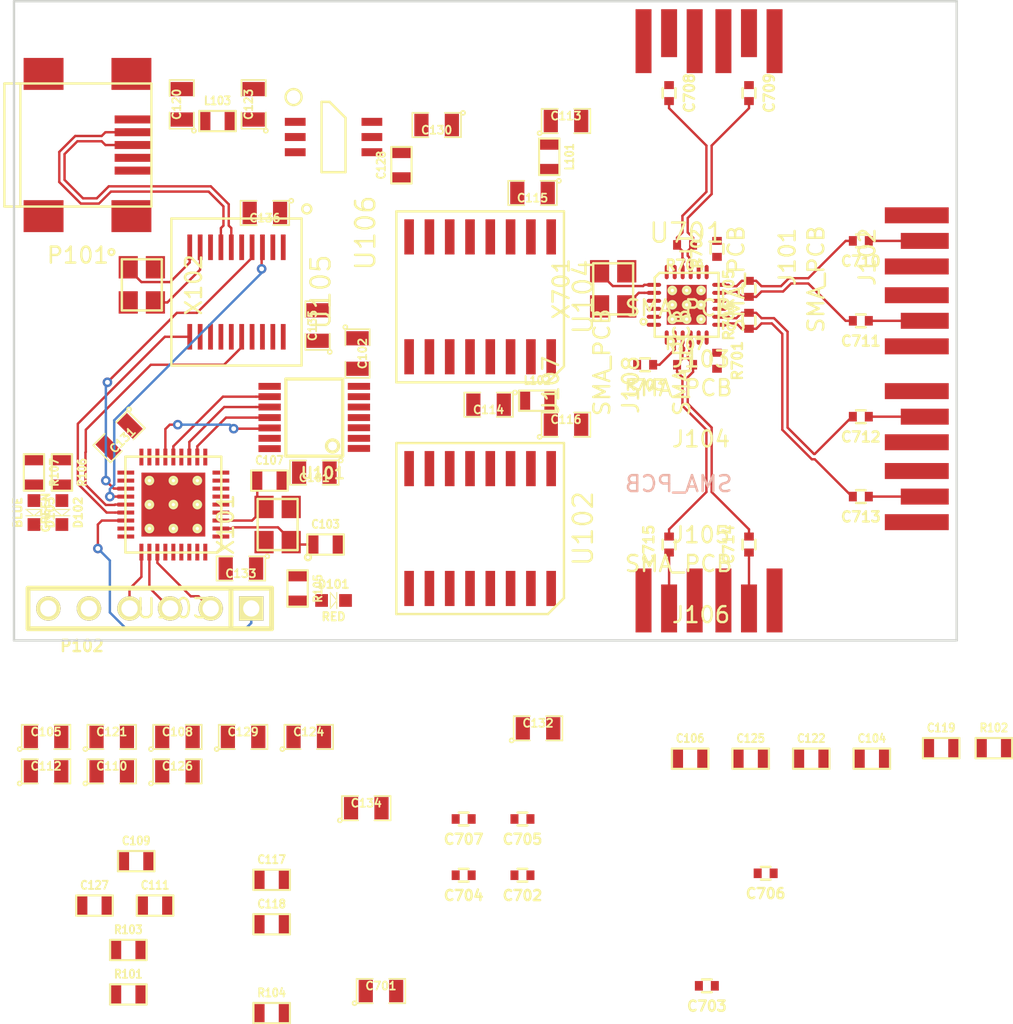
<source format=kicad_pcb>
(kicad_pcb (version 4) (host pcbnew 4.0.5)

  (general
    (links 253)
    (no_connects 221)
    (area 138.924999 84.924999 198.075001 125.075001)
    (thickness 1.6)
    (drawings 4)
    (tracks 252)
    (zones 0)
    (modules 91)
    (nets 92)
  )

  (page A4)
  (layers
    (0 F.Cu signal)
    (1 In1.Cu signal)
    (2 In2.Cu signal)
    (31 B.Cu signal)
    (32 B.Adhes user)
    (33 F.Adhes user)
    (34 B.Paste user)
    (35 F.Paste user)
    (36 B.SilkS user)
    (37 F.SilkS user)
    (38 B.Mask user)
    (39 F.Mask user)
    (40 Dwgs.User user)
    (41 Cmts.User user)
    (42 Eco1.User user)
    (43 Eco2.User user)
    (44 Edge.Cuts user)
    (45 Margin user)
    (46 B.CrtYd user)
    (47 F.CrtYd user)
    (48 B.Fab user)
    (49 F.Fab user hide)
  )

  (setup
    (last_trace_width 0.15)
    (trace_clearance 0.15)
    (zone_clearance 0.508)
    (zone_45_only no)
    (trace_min 0.15)
    (segment_width 0.2)
    (edge_width 0.15)
    (via_size 0.6)
    (via_drill 0.3)
    (via_min_size 0.4)
    (via_min_drill 0.3)
    (uvia_size 0.3)
    (uvia_drill 0.1)
    (uvias_allowed no)
    (uvia_min_size 0.2)
    (uvia_min_drill 0.1)
    (pcb_text_width 0.3)
    (pcb_text_size 1.5 1.5)
    (mod_edge_width 0.15)
    (mod_text_size 1 1)
    (mod_text_width 0.15)
    (pad_size 1.524 1.524)
    (pad_drill 0.762)
    (pad_to_mask_clearance 0)
    (aux_axis_origin 0 0)
    (visible_elements 7FFFFFFF)
    (pcbplotparams
      (layerselection 0x00030_80000001)
      (usegerberextensions false)
      (excludeedgelayer true)
      (linewidth 0.100000)
      (plotframeref false)
      (viasonmask false)
      (mode 1)
      (useauxorigin false)
      (hpglpennumber 1)
      (hpglpenspeed 20)
      (hpglpendiameter 15)
      (hpglpenoverlay 2)
      (psnegative false)
      (psa4output false)
      (plotreference true)
      (plotvalue true)
      (plotinvisibletext false)
      (padsonsilk false)
      (subtractmaskfromsilk false)
      (outputformat 1)
      (mirror false)
      (drillshape 1)
      (scaleselection 1)
      (outputdirectory ""))
  )

  (net 0 "")
  (net 1 GND)
  (net 2 +3V3)
  (net 3 "Net-(C103-Pad1)")
  (net 4 /DAC0)
  (net 5 /DAC1)
  (net 6 "Net-(C107-Pad1)")
  (net 7 /DAC2)
  (net 8 /DAC3)
  (net 9 +5V)
  (net 10 /PSU23)
  (net 11 /PSU01)
  (net 12 "Net-(C117-Pad1)")
  (net 13 "Net-(C118-Pad1)")
  (net 14 /VddO0)
  (net 15 /VddO1)
  (net 16 "Net-(C123-Pad1)")
  (net 17 /VddO2)
  (net 18 /VddO3)
  (net 19 "Net-(C128-Pad2)")
  (net 20 /SI5338/clk0_1_P)
  (net 21 /SI5338/CLK0_P)
  (net 22 /SI5338/clk0_1_N)
  (net 23 /SI5338/CLK0_N)
  (net 24 /SI5338/clk1_1_P)
  (net 25 /SI5338/CLK1_P)
  (net 26 /SI5338/clk1_1_N)
  (net 27 /SI5338/CLK1_N)
  (net 28 /SI5338/clk2_1_P)
  (net 29 /SI5338/CLK2_P)
  (net 30 /SI5338/clk2_1_N)
  (net 31 /SI5338/CLK2_N)
  (net 32 /SI5338/clk3_1_P)
  (net 33 /SI5338/CLK3_N)
  (net 34 /SI5338/clk3_1_N)
  (net 35 /SI5338/CLK3_P)
  (net 36 /SCL)
  (net 37 /SDA)
  (net 38 /5338_INT)
  (net 39 "Net-(U103-Pad4)")
  (net 40 "Net-(U103-Pad10)")
  (net 41 /CS_DAC)
  (net 42 /SCK_DAC)
  (net 43 "Net-(U103-Pad13)")
  (net 44 /MOSI_DAC)
  (net 45 /CLR_DAC)
  (net 46 "Net-(U103-Pad16)")
  (net 47 "Net-(U103-Pad17)")
  (net 48 "Net-(U103-Pad20)")
  (net 49 /US1_TX)
  (net 50 /US1_RX)
  (net 51 /US1_CTS)
  (net 52 /US1_RTS)
  (net 53 "Net-(U103-Pad31)")
  (net 54 "Net-(U103-Pad32)")
  (net 55 "Net-(U701-Pad1)")
  (net 56 "Net-(U701-Pad2)")
  (net 57 "Net-(U701-Pad5)")
  (net 58 /D_N)
  (net 59 /D_P)
  (net 60 "Net-(P101-Pad4)")
  (net 61 "Net-(U101-Pad1)")
  (net 62 "Net-(U101-Pad8)")
  (net 63 "Net-(U102-Pad3)")
  (net 64 "Net-(U102-Pad6)")
  (net 65 "Net-(U104-Pad3)")
  (net 66 "Net-(U104-Pad6)")
  (net 67 "Net-(U105-Pad20)")
  (net 68 "Net-(U105-Pad1)")
  (net 69 "Net-(U105-Pad2)")
  (net 70 "Net-(U105-Pad18)")
  (net 71 "Net-(U105-Pad17)")
  (net 72 "Net-(U105-Pad15)")
  (net 73 "Net-(U105-Pad14)")
  (net 74 "Net-(U105-Pad13)")
  (net 75 "Net-(U105-Pad12)")
  (net 76 "Net-(U102-Pad15)")
  (net 77 "Net-(U102-Pad14)")
  (net 78 "Net-(U102-Pad11)")
  (net 79 "Net-(U104-Pad15)")
  (net 80 "Net-(U104-Pad14)")
  (net 81 "Net-(U104-Pad11)")
  (net 82 "Net-(R105-Pad1)")
  (net 83 "Net-(R106-Pad1)")
  (net 84 "Net-(R107-Pad1)")
  (net 85 /TMS)
  (net 86 /TCK)
  (net 87 /TDI)
  (net 88 /TDO)
  (net 89 "Net-(D101-PadA)")
  (net 90 "Net-(D102-PadA)")
  (net 91 "Net-(D103-PadA)")

  (net_class Default "Ceci est la Netclass par défaut"
    (clearance 0.15)
    (trace_width 0.15)
    (via_dia 0.6)
    (via_drill 0.3)
    (uvia_dia 0.3)
    (uvia_drill 0.1)
    (add_net +3V3)
    (add_net +5V)
    (add_net /5338_INT)
    (add_net /CLR_DAC)
    (add_net /CS_DAC)
    (add_net /DAC0)
    (add_net /DAC1)
    (add_net /DAC2)
    (add_net /DAC3)
    (add_net /D_N)
    (add_net /D_P)
    (add_net /MOSI_DAC)
    (add_net /PSU01)
    (add_net /PSU23)
    (add_net /SCK_DAC)
    (add_net /SCL)
    (add_net /SDA)
    (add_net /SI5338/CLK0_N)
    (add_net /SI5338/CLK0_P)
    (add_net /SI5338/CLK1_N)
    (add_net /SI5338/CLK1_P)
    (add_net /SI5338/CLK2_N)
    (add_net /SI5338/CLK2_P)
    (add_net /SI5338/CLK3_N)
    (add_net /SI5338/CLK3_P)
    (add_net /SI5338/clk0_1_N)
    (add_net /SI5338/clk0_1_P)
    (add_net /SI5338/clk1_1_N)
    (add_net /SI5338/clk1_1_P)
    (add_net /SI5338/clk2_1_N)
    (add_net /SI5338/clk2_1_P)
    (add_net /SI5338/clk3_1_N)
    (add_net /SI5338/clk3_1_P)
    (add_net /TCK)
    (add_net /TDI)
    (add_net /TDO)
    (add_net /TMS)
    (add_net /US1_CTS)
    (add_net /US1_RTS)
    (add_net /US1_RX)
    (add_net /US1_TX)
    (add_net /VddO0)
    (add_net /VddO1)
    (add_net /VddO2)
    (add_net /VddO3)
    (add_net GND)
    (add_net "Net-(C103-Pad1)")
    (add_net "Net-(C107-Pad1)")
    (add_net "Net-(C117-Pad1)")
    (add_net "Net-(C118-Pad1)")
    (add_net "Net-(C123-Pad1)")
    (add_net "Net-(C128-Pad2)")
    (add_net "Net-(D101-PadA)")
    (add_net "Net-(D102-PadA)")
    (add_net "Net-(D103-PadA)")
    (add_net "Net-(P101-Pad4)")
    (add_net "Net-(R105-Pad1)")
    (add_net "Net-(R106-Pad1)")
    (add_net "Net-(R107-Pad1)")
    (add_net "Net-(U101-Pad1)")
    (add_net "Net-(U101-Pad8)")
    (add_net "Net-(U102-Pad11)")
    (add_net "Net-(U102-Pad14)")
    (add_net "Net-(U102-Pad15)")
    (add_net "Net-(U102-Pad3)")
    (add_net "Net-(U102-Pad6)")
    (add_net "Net-(U103-Pad10)")
    (add_net "Net-(U103-Pad13)")
    (add_net "Net-(U103-Pad16)")
    (add_net "Net-(U103-Pad17)")
    (add_net "Net-(U103-Pad20)")
    (add_net "Net-(U103-Pad31)")
    (add_net "Net-(U103-Pad32)")
    (add_net "Net-(U103-Pad4)")
    (add_net "Net-(U104-Pad11)")
    (add_net "Net-(U104-Pad14)")
    (add_net "Net-(U104-Pad15)")
    (add_net "Net-(U104-Pad3)")
    (add_net "Net-(U104-Pad6)")
    (add_net "Net-(U105-Pad1)")
    (add_net "Net-(U105-Pad12)")
    (add_net "Net-(U105-Pad13)")
    (add_net "Net-(U105-Pad14)")
    (add_net "Net-(U105-Pad15)")
    (add_net "Net-(U105-Pad17)")
    (add_net "Net-(U105-Pad18)")
    (add_net "Net-(U105-Pad2)")
    (add_net "Net-(U105-Pad20)")
    (add_net "Net-(U701-Pad1)")
    (add_net "Net-(U701-Pad2)")
    (add_net "Net-(U701-Pad5)")
  )

  (module QFN:QFN36_6x6_0.5mm (layer F.Cu) (tedit 0) (tstamp 58AE325D)
    (at 148.975 116.5 180)
    (path /58AEB95D)
    (fp_text reference U103 (at 0 -6.5 180) (layer F.SilkS)
      (effects (font (size 1.2 1.2) (thickness 0.15)))
    )
    (fp_text value STM32F103TB-QFN36 (at 0 6.5 180) (layer F.Fab)
      (effects (font (size 1.2 1.2) (thickness 0.15)))
    )
    (fp_line (start -2.7 -3) (end -3 -2.7) (layer F.SilkS) (width 0.15))
    (fp_line (start -3 -2.7) (end -3 3) (layer F.SilkS) (width 0.15))
    (fp_line (start -3 3) (end 3 3) (layer F.SilkS) (width 0.15))
    (fp_line (start 3 3) (end 3 -3) (layer F.SilkS) (width 0.15))
    (fp_line (start 3 -3) (end -2.7 -3) (layer F.SilkS) (width 0.15))
    (pad 37 smd rect (at 0 0 180) (size 4 4) (layers F.Cu F.Mask)
      (net 1 GND))
    (pad 37 thru_hole circle (at -1.5 -1.5 180) (size 0.6 0.6) (drill 0.2) (layers *.Cu *.Mask F.SilkS)
      (net 1 GND))
    (pad 37 thru_hole circle (at -1.5 0 180) (size 0.6 0.6) (drill 0.2) (layers *.Cu *.Mask F.SilkS)
      (net 1 GND))
    (pad 37 thru_hole circle (at -1.5 1.5 180) (size 0.6 0.6) (drill 0.2) (layers *.Cu *.Mask F.SilkS)
      (net 1 GND))
    (pad 37 thru_hole circle (at 0 -1.5 180) (size 0.6 0.6) (drill 0.2) (layers *.Cu *.Mask F.SilkS)
      (net 1 GND))
    (pad 37 thru_hole circle (at 0 0 180) (size 0.6 0.6) (drill 0.2) (layers *.Cu *.Mask F.SilkS)
      (net 1 GND))
    (pad 37 thru_hole circle (at 0 1.5 180) (size 0.6 0.6) (drill 0.2) (layers *.Cu *.Mask F.SilkS)
      (net 1 GND))
    (pad 37 thru_hole circle (at 1.5 -1.5 180) (size 0.6 0.6) (drill 0.2) (layers *.Cu *.Mask F.SilkS)
      (net 1 GND))
    (pad 37 thru_hole circle (at 1.5 0 180) (size 0.6 0.6) (drill 0.2) (layers *.Cu *.Mask F.SilkS)
      (net 1 GND))
    (pad 37 thru_hole circle (at 1.5 1.5 180) (size 0.6 0.6) (drill 0.2) (layers *.Cu *.Mask F.SilkS)
      (net 1 GND))
    (pad ~ smd rect (at -1.646446 -1.646446 180) (size 0.707106 0.707106) (layers F.Paste))
    (pad ~ smd rect (at -1.646446 -0.548815 180) (size 0.707106 0.707106) (layers F.Paste))
    (pad ~ smd rect (at -1.646446 0.548815 180) (size 0.707106 0.707106) (layers F.Paste))
    (pad ~ smd rect (at -1.646446 1.646446 180) (size 0.707106 0.707106) (layers F.Paste))
    (pad ~ smd rect (at -0.548815 -1.646446 180) (size 0.707106 0.707106) (layers F.Paste))
    (pad ~ smd rect (at -0.548815 -0.548815 180) (size 0.707106 0.707106) (layers F.Paste))
    (pad ~ smd rect (at -0.548815 0.548815 180) (size 0.707106 0.707106) (layers F.Paste))
    (pad ~ smd rect (at -0.548815 1.646446 180) (size 0.707106 0.707106) (layers F.Paste))
    (pad ~ smd rect (at 0.548815 -1.646446 180) (size 0.707106 0.707106) (layers F.Paste))
    (pad ~ smd rect (at 0.548815 -0.548815 180) (size 0.707106 0.707106) (layers F.Paste))
    (pad ~ smd rect (at 0.548815 0.548815 180) (size 0.707106 0.707106) (layers F.Paste))
    (pad ~ smd rect (at 0.548815 1.646446 180) (size 0.707106 0.707106) (layers F.Paste))
    (pad ~ smd rect (at 1.646446 -1.646446 180) (size 0.707106 0.707106) (layers F.Paste))
    (pad ~ smd rect (at 1.646446 -0.548815 180) (size 0.707106 0.707106) (layers F.Paste))
    (pad ~ smd rect (at 1.646446 0.548815 180) (size 0.707106 0.707106) (layers F.Paste))
    (pad ~ smd rect (at 1.646446 1.646446 180) (size 0.707106 0.707106) (layers F.Paste))
    (pad 1 smd rect (at -2.975 -2 180) (size 1.05 0.25) (layers F.Cu F.Paste F.Mask)
      (net 2 +3V3))
    (pad 2 smd rect (at -2.975 -1.5 180) (size 1.05 0.25) (layers F.Cu F.Paste F.Mask)
      (net 3 "Net-(C103-Pad1)"))
    (pad 3 smd rect (at -2.975 -1 180) (size 1.05 0.25) (layers F.Cu F.Paste F.Mask)
      (net 6 "Net-(C107-Pad1)"))
    (pad 4 smd rect (at -2.975 -0.5 180) (size 1.05 0.25) (layers F.Cu F.Paste F.Mask)
      (net 39 "Net-(U103-Pad4)"))
    (pad 5 smd rect (at -2.975 0 180) (size 1.05 0.25) (layers F.Cu F.Paste F.Mask)
      (net 1 GND))
    (pad 6 smd rect (at -2.975 0.5 180) (size 1.05 0.25) (layers F.Cu F.Paste F.Mask)
      (net 2 +3V3))
    (pad 7 smd rect (at -2.975 1 180) (size 1.05 0.25) (layers F.Cu F.Paste F.Mask)
      (net 82 "Net-(R105-Pad1)"))
    (pad 8 smd rect (at -2.975 1.5 180) (size 1.05 0.25) (layers F.Cu F.Paste F.Mask)
      (net 83 "Net-(R106-Pad1)"))
    (pad 9 smd rect (at -2.975 2 180) (size 1.05 0.25) (layers F.Cu F.Paste F.Mask)
      (net 84 "Net-(R107-Pad1)"))
    (pad 10 smd rect (at -2 2.975 180) (size 0.25 1.05) (layers F.Cu F.Paste F.Mask)
      (net 40 "Net-(U103-Pad10)"))
    (pad 11 smd rect (at -1.5 2.975 180) (size 0.25 1.05) (layers F.Cu F.Paste F.Mask)
      (net 41 /CS_DAC))
    (pad 12 smd rect (at -1 2.975 180) (size 0.25 1.05) (layers F.Cu F.Paste F.Mask)
      (net 42 /SCK_DAC))
    (pad 13 smd rect (at -0.5 2.975 180) (size 0.25 1.05) (layers F.Cu F.Paste F.Mask)
      (net 43 "Net-(U103-Pad13)"))
    (pad 14 smd rect (at 0 2.975 180) (size 0.25 1.05) (layers F.Cu F.Paste F.Mask)
      (net 44 /MOSI_DAC))
    (pad 15 smd rect (at 0.5 2.975 180) (size 0.25 1.05) (layers F.Cu F.Paste F.Mask)
      (net 45 /CLR_DAC))
    (pad 16 smd rect (at 1 2.975 180) (size 0.25 1.05) (layers F.Cu F.Paste F.Mask)
      (net 46 "Net-(U103-Pad16)"))
    (pad 17 smd rect (at 1.5 2.975 180) (size 0.25 1.05) (layers F.Cu F.Paste F.Mask)
      (net 47 "Net-(U103-Pad17)"))
    (pad 18 smd rect (at 2 2.975 180) (size 0.25 1.05) (layers F.Cu F.Paste F.Mask)
      (net 1 GND))
    (pad 19 smd rect (at 2.975 2 180) (size 1.05 0.25) (layers F.Cu F.Paste F.Mask)
      (net 2 +3V3))
    (pad 20 smd rect (at 2.975 1.5 180) (size 1.05 0.25) (layers F.Cu F.Paste F.Mask)
      (net 48 "Net-(U103-Pad20)"))
    (pad 21 smd rect (at 2.975 1 180) (size 1.05 0.25) (layers F.Cu F.Paste F.Mask)
      (net 49 /US1_TX))
    (pad 22 smd rect (at 2.975 0.5 180) (size 1.05 0.25) (layers F.Cu F.Paste F.Mask)
      (net 50 /US1_RX))
    (pad 23 smd rect (at 2.975 0 180) (size 1.05 0.25) (layers F.Cu F.Paste F.Mask)
      (net 51 /US1_CTS))
    (pad 24 smd rect (at 2.975 -0.5 180) (size 1.05 0.25) (layers F.Cu F.Paste F.Mask)
      (net 52 /US1_RTS))
    (pad 25 smd rect (at 2.975 -1 180) (size 1.05 0.25) (layers F.Cu F.Paste F.Mask)
      (net 85 /TMS))
    (pad 26 smd rect (at 2.975 -1.5 180) (size 1.05 0.25) (layers F.Cu F.Paste F.Mask)
      (net 1 GND))
    (pad 27 smd rect (at 2.975 -2 180) (size 1.05 0.25) (layers F.Cu F.Paste F.Mask)
      (net 2 +3V3))
    (pad 28 smd rect (at 2 -2.975 180) (size 0.25 1.05) (layers F.Cu F.Paste F.Mask)
      (net 86 /TCK))
    (pad 29 smd rect (at 1.5 -2.975 180) (size 0.25 1.05) (layers F.Cu F.Paste F.Mask)
      (net 87 /TDI))
    (pad 30 smd rect (at 1 -2.975 180) (size 0.25 1.05) (layers F.Cu F.Paste F.Mask)
      (net 88 /TDO))
    (pad 31 smd rect (at 0.5 -2.975 180) (size 0.25 1.05) (layers F.Cu F.Paste F.Mask)
      (net 53 "Net-(U103-Pad31)"))
    (pad 32 smd rect (at 0 -2.975 180) (size 0.25 1.05) (layers F.Cu F.Paste F.Mask)
      (net 54 "Net-(U103-Pad32)"))
    (pad 33 smd rect (at -0.5 -2.975 180) (size 0.25 1.05) (layers F.Cu F.Paste F.Mask)
      (net 36 /SCL))
    (pad 34 smd rect (at -1 -2.975 180) (size 0.25 1.05) (layers F.Cu F.Paste F.Mask)
      (net 37 /SDA))
    (pad 35 smd rect (at -1.5 -2.975 180) (size 0.25 1.05) (layers F.Cu F.Paste F.Mask)
      (net 1 GND))
    (pad 36 smd rect (at -2 -2.975 180) (size 0.25 1.05) (layers F.Cu F.Paste F.Mask)
      (net 1 GND))
  )

  (module QFN:QFN24_4x4_9vias (layer F.Cu) (tedit 0) (tstamp 58AE3293)
    (at 181.1 104)
    (path /58AB73A8/5718D49A)
    (fp_text reference U701 (at 0 -4.5) (layer F.SilkS)
      (effects (font (size 1.2 1.2) (thickness 0.15)))
    )
    (fp_text value Si5338 (at 0 4.5) (layer F.Fab)
      (effects (font (size 1.2 1.2) (thickness 0.15)))
    )
    (fp_line (start -1.7 -2) (end -2 -1.7) (layer F.SilkS) (width 0.15))
    (fp_line (start -2 -1.7) (end -2 2) (layer F.SilkS) (width 0.15))
    (fp_line (start -2 2) (end 2 2) (layer F.SilkS) (width 0.15))
    (fp_line (start 2 2) (end 2 -2) (layer F.SilkS) (width 0.15))
    (fp_line (start 2 -2) (end -1.7 -2) (layer F.SilkS) (width 0.15))
    (pad 25 smd rect (at 0 0) (size 2.5 2.5) (layers F.Cu F.Mask)
      (net 1 GND))
    (pad 25 thru_hole circle (at -0.9 -0.9) (size 0.6 0.6) (drill 0.2) (layers *.Cu *.Mask F.SilkS)
      (net 1 GND))
    (pad 25 thru_hole circle (at -0.9 0) (size 0.6 0.6) (drill 0.2) (layers *.Cu *.Mask F.SilkS)
      (net 1 GND))
    (pad 25 thru_hole circle (at -0.9 0.9) (size 0.6 0.6) (drill 0.2) (layers *.Cu *.Mask F.SilkS)
      (net 1 GND))
    (pad 25 thru_hole circle (at 0 -0.9) (size 0.6 0.6) (drill 0.2) (layers *.Cu *.Mask F.SilkS)
      (net 1 GND))
    (pad 25 thru_hole circle (at 0 0) (size 0.6 0.6) (drill 0.2) (layers *.Cu *.Mask F.SilkS)
      (net 1 GND))
    (pad 25 thru_hole circle (at 0 0.9) (size 0.6 0.6) (drill 0.2) (layers *.Cu *.Mask F.SilkS)
      (net 1 GND))
    (pad 25 thru_hole circle (at 0.9 -0.9) (size 0.6 0.6) (drill 0.2) (layers *.Cu *.Mask F.SilkS)
      (net 1 GND))
    (pad 25 thru_hole circle (at 0.9 0) (size 0.6 0.6) (drill 0.2) (layers *.Cu *.Mask F.SilkS)
      (net 1 GND))
    (pad 25 thru_hole circle (at 0.9 0.9) (size 0.6 0.6) (drill 0.2) (layers *.Cu *.Mask F.SilkS)
      (net 1 GND))
    (pad ~ smd rect (at -1.029029 -1.029029) (size 0.441941 0.441941) (layers F.Paste))
    (pad ~ smd rect (at -1.029029 -0.343009) (size 0.441941 0.441941) (layers F.Paste))
    (pad ~ smd rect (at -1.029029 0.343009) (size 0.441941 0.441941) (layers F.Paste))
    (pad ~ smd rect (at -1.029029 1.029029) (size 0.441941 0.441941) (layers F.Paste))
    (pad ~ smd rect (at -0.343009 -1.029029) (size 0.441941 0.441941) (layers F.Paste))
    (pad ~ smd rect (at -0.343009 -0.343009) (size 0.441941 0.441941) (layers F.Paste))
    (pad ~ smd rect (at -0.343009 0.343009) (size 0.441941 0.441941) (layers F.Paste))
    (pad ~ smd rect (at -0.343009 1.029029) (size 0.441941 0.441941) (layers F.Paste))
    (pad ~ smd rect (at 0.343009 -1.029029) (size 0.441941 0.441941) (layers F.Paste))
    (pad ~ smd rect (at 0.343009 -0.343009) (size 0.441941 0.441941) (layers F.Paste))
    (pad ~ smd rect (at 0.343009 0.343009) (size 0.441941 0.441941) (layers F.Paste))
    (pad ~ smd rect (at 0.343009 1.029029) (size 0.441941 0.441941) (layers F.Paste))
    (pad ~ smd rect (at 1.029029 -1.029029) (size 0.441941 0.441941) (layers F.Paste))
    (pad ~ smd rect (at 1.029029 -0.343009) (size 0.441941 0.441941) (layers F.Paste))
    (pad ~ smd rect (at 1.029029 0.343009) (size 0.441941 0.441941) (layers F.Paste))
    (pad ~ smd rect (at 1.029029 1.029029) (size 0.441941 0.441941) (layers F.Paste))
    (pad 1 smd oval (at -2.05 -1.25) (size 0.9 0.25) (layers F.Cu F.Paste F.Mask)
      (net 55 "Net-(U701-Pad1)"))
    (pad 2 smd oval (at -2.05 -0.75) (size 0.9 0.25) (layers F.Cu F.Paste F.Mask)
      (net 56 "Net-(U701-Pad2)"))
    (pad 3 smd oval (at -2.05 -0.25) (size 0.9 0.25) (layers F.Cu F.Paste F.Mask)
      (net 1 GND))
    (pad 4 smd oval (at -2.05 0.25) (size 0.9 0.25) (layers F.Cu F.Paste F.Mask)
      (net 1 GND))
    (pad 5 smd oval (at -2.05 0.75) (size 0.9 0.25) (layers F.Cu F.Paste F.Mask)
      (net 57 "Net-(U701-Pad5)"))
    (pad 6 smd oval (at -2.05 1.25) (size 0.9 0.25) (layers F.Cu F.Paste F.Mask)
      (net 1 GND))
    (pad 7 smd oval (at -1.25 2.05) (size 0.25 0.9) (layers F.Cu F.Paste F.Mask)
      (net 2 +3V3))
    (pad 8 smd oval (at -0.75 2.05) (size 0.25 0.9) (layers F.Cu F.Paste F.Mask)
      (net 38 /5338_INT))
    (pad 9 smd oval (at -0.25 2.05) (size 0.25 0.9) (layers F.Cu F.Paste F.Mask)
      (net 34 /SI5338/clk3_1_N))
    (pad 10 smd oval (at 0.25 2.05) (size 0.25 0.9) (layers F.Cu F.Paste F.Mask)
      (net 32 /SI5338/clk3_1_P))
    (pad 11 smd oval (at 0.75 2.05) (size 0.25 0.9) (layers F.Cu F.Paste F.Mask)
      (net 18 /VddO3))
    (pad 12 smd oval (at 1.25 2.05) (size 0.25 0.9) (layers F.Cu F.Paste F.Mask)
      (net 36 /SCL))
    (pad 13 smd oval (at 2.05 1.25) (size 0.9 0.25) (layers F.Cu F.Paste F.Mask)
      (net 30 /SI5338/clk2_1_N))
    (pad 14 smd oval (at 2.05 0.75) (size 0.9 0.25) (layers F.Cu F.Paste F.Mask)
      (net 28 /SI5338/clk2_1_P))
    (pad 15 smd oval (at 2.05 0.25) (size 0.9 0.25) (layers F.Cu F.Paste F.Mask)
      (net 17 /VddO2))
    (pad 16 smd oval (at 2.05 -0.25) (size 0.9 0.25) (layers F.Cu F.Paste F.Mask)
      (net 15 /VddO1))
    (pad 17 smd oval (at 2.05 -0.75) (size 0.9 0.25) (layers F.Cu F.Paste F.Mask)
      (net 26 /SI5338/clk1_1_N))
    (pad 18 smd oval (at 2.05 -1.25) (size 0.9 0.25) (layers F.Cu F.Paste F.Mask)
      (net 24 /SI5338/clk1_1_P))
    (pad 19 smd oval (at 1.25 -2.05) (size 0.25 0.9) (layers F.Cu F.Paste F.Mask)
      (net 37 /SDA))
    (pad 20 smd oval (at 0.75 -2.05) (size 0.25 0.9) (layers F.Cu F.Paste F.Mask)
      (net 14 /VddO0))
    (pad 21 smd oval (at 0.25 -2.05) (size 0.25 0.9) (layers F.Cu F.Paste F.Mask)
      (net 22 /SI5338/clk0_1_N))
    (pad 22 smd oval (at -0.25 -2.05) (size 0.25 0.9) (layers F.Cu F.Paste F.Mask)
      (net 20 /SI5338/clk0_1_P))
    (pad 23 smd oval (at -0.75 -2.05) (size 0.25 0.9) (layers F.Cu F.Paste F.Mask)
      (net 1 GND))
    (pad 24 smd oval (at -1.25 -2.05) (size 0.25 0.9) (layers F.Cu F.Paste F.Mask)
      (net 2 +3V3))
  )

  (module Xtal_SMD:xtal_3.2x2.5 (layer F.Cu) (tedit 54DF5DC4) (tstamp 58AE329B)
    (at 176.5 103 90)
    (path /58AB73A8/57189E2E)
    (fp_text reference X701 (at 0 -3.25 90) (layer F.SilkS)
      (effects (font (size 1 1) (thickness 0.15)))
    )
    (fp_text value 25MHz (at 8.75 -4.5 90) (layer F.SilkS) hide
      (effects (font (size 1 1) (thickness 0.15)))
    )
    (fp_circle (center -2.05 1.9) (end -1.95 2.05) (layer F.SilkS) (width 0.15))
    (fp_line (start -1.6 -1.25) (end 1.6 -1.25) (layer F.SilkS) (width 0.15))
    (fp_line (start 1.6 -1.25) (end 1.6 1.25) (layer F.SilkS) (width 0.15))
    (fp_line (start 1.6 1.25) (end -1.6 1.25) (layer F.SilkS) (width 0.15))
    (fp_line (start -1.6 1.25) (end -1.6 -1.25) (layer F.SilkS) (width 0.15))
    (pad 1 smd rect (at -1.1 0.85 90) (size 1.4 1.2) (layers F.Cu F.Paste F.Mask)
      (net 56 "Net-(U701-Pad2)"))
    (pad 2 smd rect (at 1.1 0.85 90) (size 1.4 1.2) (layers F.Cu F.Paste F.Mask)
      (net 1 GND))
    (pad 3 smd rect (at 1.1 -0.85 90) (size 1.4 1.2) (layers F.Cu F.Paste F.Mask)
      (net 55 "Net-(U701-Pad1)"))
    (pad 4 smd rect (at -1.1 -0.85 90) (size 1.4 1.2) (layers F.Cu F.Paste F.Mask)
      (net 1 GND))
  )

  (module Connectors_RF:Border_Antenna (layer F.Cu) (tedit 58AE2D5C) (tstamp 58AE5F87)
    (at 180 87 270)
    (path /58B1D21E)
    (fp_text reference J101 (at 14 -7.4 270) (layer F.SilkS)
      (effects (font (size 1 1) (thickness 0.15)))
    )
    (fp_text value SMA_PCB (at 15.4 -4.2 270) (layer F.SilkS)
      (effects (font (size 1 1) (thickness 0.15)))
    )
    (pad 1 smd rect (at 0 0 270) (size 3 1) (layers F.Cu F.Paste F.Mask)
      (net 21 /SI5338/CLK0_P))
    (pad 2 smd rect (at 0.5 -1.6 270) (size 4 1) (layers F.Cu F.Paste F.Mask)
      (net 1 GND))
    (pad 2 smd rect (at 0.5 1.6 270) (size 4 1) (layers F.Cu F.Paste F.Mask)
      (net 1 GND))
  )

  (module Connectors_RF:Border_Antenna (layer F.Cu) (tedit 58AE2D5C) (tstamp 58AE5F8E)
    (at 185 87 270)
    (path /58B1E176)
    (fp_text reference J102 (at 14 -7.4 270) (layer F.SilkS)
      (effects (font (size 1 1) (thickness 0.15)))
    )
    (fp_text value SMA_PCB (at 15.4 -4.2 270) (layer F.SilkS)
      (effects (font (size 1 1) (thickness 0.15)))
    )
    (pad 1 smd rect (at 0 0 270) (size 3 1) (layers F.Cu F.Paste F.Mask)
      (net 23 /SI5338/CLK0_N))
    (pad 2 smd rect (at 0.5 -1.6 270) (size 4 1) (layers F.Cu F.Paste F.Mask)
      (net 1 GND))
    (pad 2 smd rect (at 0.5 1.6 270) (size 4 1) (layers F.Cu F.Paste F.Mask)
      (net 1 GND))
  )

  (module Connectors_RF:Border_Antenna (layer F.Cu) (tedit 58AE2D5C) (tstamp 58AE5F95)
    (at 196 100 180)
    (path /58B1EAF9)
    (fp_text reference J103 (at 14 -7.4 180) (layer F.SilkS)
      (effects (font (size 1 1) (thickness 0.15)))
    )
    (fp_text value SMA_PCB (at 15.4 -4.2 180) (layer F.SilkS)
      (effects (font (size 1 1) (thickness 0.15)))
    )
    (pad 1 smd rect (at 0 0 180) (size 3 1) (layers F.Cu F.Paste F.Mask)
      (net 25 /SI5338/CLK1_P))
    (pad 2 smd rect (at 0.5 -1.6 180) (size 4 1) (layers F.Cu F.Paste F.Mask)
      (net 1 GND))
    (pad 2 smd rect (at 0.5 1.6 180) (size 4 1) (layers F.Cu F.Paste F.Mask)
      (net 1 GND))
  )

  (module Connectors_RF:Border_Antenna (layer F.Cu) (tedit 58AE2D5C) (tstamp 58AE5F9C)
    (at 196 105 180)
    (path /58B1EAFF)
    (fp_text reference J104 (at 14 -7.4 180) (layer F.SilkS)
      (effects (font (size 1 1) (thickness 0.15)))
    )
    (fp_text value SMA_PCB (at 15.4 -4.2 180) (layer F.SilkS)
      (effects (font (size 1 1) (thickness 0.15)))
    )
    (pad 1 smd rect (at 0 0 180) (size 3 1) (layers F.Cu F.Paste F.Mask)
      (net 27 /SI5338/CLK1_N))
    (pad 2 smd rect (at 0.5 -1.6 180) (size 4 1) (layers F.Cu F.Paste F.Mask)
      (net 1 GND))
    (pad 2 smd rect (at 0.5 1.6 180) (size 4 1) (layers F.Cu F.Paste F.Mask)
      (net 1 GND))
  )

  (module Connectors_RF:Border_Antenna (layer F.Cu) (tedit 58AE2D5C) (tstamp 58AE5FA3)
    (at 196 111 180)
    (path /58B1EED5)
    (fp_text reference J105 (at 14 -7.4 180) (layer F.SilkS)
      (effects (font (size 1 1) (thickness 0.15)))
    )
    (fp_text value SMA_PCB (at 15.4 -4.2 180) (layer B.SilkS)
      (effects (font (size 1 1) (thickness 0.15)) (justify mirror))
    )
    (pad 1 smd rect (at 0 0 180) (size 3 1) (layers F.Cu F.Paste F.Mask)
      (net 29 /SI5338/CLK2_P))
    (pad 2 smd rect (at 0.5 -1.6 180) (size 4 1) (layers F.Cu F.Paste F.Mask)
      (net 1 GND))
    (pad 2 smd rect (at 0.5 1.6 180) (size 4 1) (layers F.Cu F.Paste F.Mask)
      (net 1 GND))
  )

  (module Connectors_RF:Border_Antenna (layer F.Cu) (tedit 58AE2D5C) (tstamp 58AE5FAA)
    (at 196 116 180)
    (path /58B1EEDB)
    (fp_text reference J106 (at 14 -7.4 180) (layer F.SilkS)
      (effects (font (size 1 1) (thickness 0.15)))
    )
    (fp_text value SMA_PCB (at 15.4 -4.2 180) (layer F.SilkS)
      (effects (font (size 1 1) (thickness 0.15)))
    )
    (pad 1 smd rect (at 0 0 180) (size 3 1) (layers F.Cu F.Paste F.Mask)
      (net 31 /SI5338/CLK2_N))
    (pad 2 smd rect (at 0.5 -1.6 180) (size 4 1) (layers F.Cu F.Paste F.Mask)
      (net 1 GND))
    (pad 2 smd rect (at 0.5 1.6 180) (size 4 1) (layers F.Cu F.Paste F.Mask)
      (net 1 GND))
  )

  (module Connectors_RF:Border_Antenna (layer F.Cu) (tedit 58AE2D5C) (tstamp 58AE5FB1)
    (at 180 123 90)
    (path /58B1EEE1)
    (fp_text reference J107 (at 14 -7.4 90) (layer F.SilkS)
      (effects (font (size 1 1) (thickness 0.15)))
    )
    (fp_text value SMA_PCB (at 15.4 -4.2 90) (layer F.SilkS)
      (effects (font (size 1 1) (thickness 0.15)))
    )
    (pad 1 smd rect (at 0 0 90) (size 3 1) (layers F.Cu F.Paste F.Mask)
      (net 35 /SI5338/CLK3_P))
    (pad 2 smd rect (at 0.5 -1.6 90) (size 4 1) (layers F.Cu F.Paste F.Mask)
      (net 1 GND))
    (pad 2 smd rect (at 0.5 1.6 90) (size 4 1) (layers F.Cu F.Paste F.Mask)
      (net 1 GND))
  )

  (module Connectors_RF:Border_Antenna (layer F.Cu) (tedit 58AE2D5C) (tstamp 58AE5FB8)
    (at 185 123 90)
    (path /58B1EEE7)
    (fp_text reference J108 (at 14 -7.4 90) (layer F.SilkS)
      (effects (font (size 1 1) (thickness 0.15)))
    )
    (fp_text value SMA_PCB (at 15.4 -4.2 90) (layer F.SilkS)
      (effects (font (size 1 1) (thickness 0.15)))
    )
    (pad 1 smd rect (at 0 0 90) (size 3 1) (layers F.Cu F.Paste F.Mask)
      (net 33 /SI5338/CLK3_N))
    (pad 2 smd rect (at 0.5 -1.6 90) (size 4 1) (layers F.Cu F.Paste F.Mask)
      (net 1 GND))
    (pad 2 smd rect (at 0.5 1.6 90) (size 4 1) (layers F.Cu F.Paste F.Mask)
      (net 1 GND))
  )

  (module Connectors:USB_Mini-B (layer F.Cu) (tedit 5543E571) (tstamp 58AE5FC7)
    (at 143 94)
    (descr "USB Mini-B 5-pin SMD connector")
    (tags "USB USB_B USB_Mini connector")
    (path /58AEF4E6)
    (attr smd)
    (fp_text reference P101 (at 0 6.90118) (layer F.SilkS)
      (effects (font (size 1 1) (thickness 0.15)))
    )
    (fp_text value USB_OTG (at 0 -7.0993) (layer F.Fab)
      (effects (font (size 1 1) (thickness 0.15)))
    )
    (fp_line (start -4.85 -5.7) (end 4.85 -5.7) (layer F.CrtYd) (width 0.05))
    (fp_line (start 4.85 -5.7) (end 4.85 5.7) (layer F.CrtYd) (width 0.05))
    (fp_line (start 4.85 5.7) (end -4.85 5.7) (layer F.CrtYd) (width 0.05))
    (fp_line (start -4.85 5.7) (end -4.85 -5.7) (layer F.CrtYd) (width 0.05))
    (fp_line (start -3.59918 -3.85064) (end -3.59918 3.85064) (layer F.SilkS) (width 0.15))
    (fp_line (start -4.59994 -3.85064) (end -4.59994 3.85064) (layer F.SilkS) (width 0.15))
    (fp_line (start -4.59994 3.85064) (end 4.59994 3.85064) (layer F.SilkS) (width 0.15))
    (fp_line (start 4.59994 3.85064) (end 4.59994 -3.85064) (layer F.SilkS) (width 0.15))
    (fp_line (start 4.59994 -3.85064) (end -4.59994 -3.85064) (layer F.SilkS) (width 0.15))
    (pad 1 smd rect (at 3.44932 -1.6002) (size 2.30124 0.50038) (layers F.Cu F.Paste F.Mask)
      (net 9 +5V))
    (pad 2 smd rect (at 3.44932 -0.8001) (size 2.30124 0.50038) (layers F.Cu F.Paste F.Mask)
      (net 58 /D_N))
    (pad 3 smd rect (at 3.44932 0) (size 2.30124 0.50038) (layers F.Cu F.Paste F.Mask)
      (net 59 /D_P))
    (pad 4 smd rect (at 3.44932 0.8001) (size 2.30124 0.50038) (layers F.Cu F.Paste F.Mask)
      (net 60 "Net-(P101-Pad4)"))
    (pad 5 smd rect (at 3.44932 1.6002) (size 2.30124 0.50038) (layers F.Cu F.Paste F.Mask)
      (net 1 GND))
    (pad 6 smd rect (at 3.35026 -4.45008) (size 2.49936 1.99898) (layers F.Cu F.Paste F.Mask)
      (net 1 GND))
    (pad 6 smd rect (at -2.14884 -4.45008) (size 2.49936 1.99898) (layers F.Cu F.Paste F.Mask)
      (net 1 GND))
    (pad 6 smd rect (at 3.35026 4.45008) (size 2.49936 1.99898) (layers F.Cu F.Paste F.Mask)
      (net 1 GND))
    (pad 6 smd rect (at -2.14884 4.45008) (size 2.49936 1.99898) (layers F.Cu F.Paste F.Mask)
      (net 1 GND))
    (pad "" np_thru_hole circle (at 0.8509 -2.19964) (size 0.89916 0.89916) (drill 0.89916) (layers *.Cu *.Mask))
    (pad "" np_thru_hole circle (at 0.8509 2.19964) (size 0.89916 0.89916) (drill 0.89916) (layers *.Cu *.Mask))
  )

  (module SSOP:SSOP14 (layer F.Cu) (tedit 54CD91F2) (tstamp 58AE5FD9)
    (at 157.794 111.0569 90)
    (path /58AF1800)
    (attr smd)
    (fp_text reference U101 (at -3.48 0.54 360) (layer F.SilkS)
      (effects (font (size 0.7 0.7) (thickness 0.152)))
    )
    (fp_text value MAX5713/4/5-TSSOP14 (at 0 0.508 90) (layer F.SilkS) hide
      (effects (font (size 0.762 0.762) (thickness 0.1905)))
    )
    (fp_line (start -2.413 -1.778) (end 2.413 -1.778) (layer F.SilkS) (width 0.2032))
    (fp_line (start 2.413 -1.778) (end 2.413 1.778) (layer F.SilkS) (width 0.2032))
    (fp_line (start 2.413 1.778) (end -2.413 1.778) (layer F.SilkS) (width 0.2032))
    (fp_line (start -2.413 1.778) (end -2.413 -1.778) (layer F.SilkS) (width 0.2032))
    (fp_circle (center -1.778 1.143) (end -2.159 1.143) (layer F.SilkS) (width 0.2032))
    (pad 1 smd rect (at -1.9304 2.794 90) (size 0.4318 1.397) (layers F.Cu F.Paste F.Mask)
      (net 61 "Net-(U101-Pad1)"))
    (pad 2 smd rect (at -1.2954 2.794 90) (size 0.4318 1.397) (layers F.Cu F.Paste F.Mask)
      (net 4 /DAC0))
    (pad 3 smd rect (at -0.635 2.794 90) (size 0.4318 1.397) (layers F.Cu F.Paste F.Mask)
      (net 5 /DAC1))
    (pad 4 smd rect (at 0 2.794 90) (size 0.4318 1.397) (layers F.Cu F.Paste F.Mask)
      (net 1 GND))
    (pad 5 smd rect (at 0.6604 2.794 90) (size 0.4318 1.397) (layers F.Cu F.Paste F.Mask)
      (net 7 /DAC2))
    (pad 6 smd rect (at 1.3081 2.794 90) (size 0.4318 1.397) (layers F.Cu F.Paste F.Mask)
      (net 8 /DAC3))
    (pad 7 smd rect (at 1.9558 2.794 90) (size 0.4318 1.397) (layers F.Cu F.Paste F.Mask)
      (net 2 +3V3))
    (pad 8 smd rect (at 1.9558 -2.794 90) (size 0.4318 1.397) (layers F.Cu F.Paste F.Mask)
      (net 62 "Net-(U101-Pad8)"))
    (pad 9 smd rect (at 1.3081 -2.794 90) (size 0.4318 1.397) (layers F.Cu F.Paste F.Mask)
      (net 44 /MOSI_DAC))
    (pad 10 smd rect (at 0.6604 -2.794 90) (size 0.4318 1.397) (layers F.Cu F.Paste F.Mask)
      (net 42 /SCK_DAC))
    (pad 11 smd rect (at 0 -2.794 90) (size 0.4318 1.397) (layers F.Cu F.Paste F.Mask)
      (net 41 /CS_DAC))
    (pad 12 smd rect (at -0.6477 -2.794 90) (size 0.4318 1.397) (layers F.Cu F.Paste F.Mask)
      (net 45 /CLR_DAC))
    (pad 13 smd rect (at -1.2954 -2.794 90) (size 0.4318 1.397) (layers F.Cu F.Paste F.Mask)
      (net 2 +3V3))
    (pad 14 smd rect (at -1.9431 -2.794 90) (size 0.4318 1.397) (layers F.Cu F.Paste F.Mask)
      (net 2 +3V3))
    (model smd/cms_so14.wrl
      (at (xyz 0 0 0))
      (scale (xyz 0.25 0.35 0.25))
      (rotate (xyz 0 0 0))
    )
  )

  (module SOIC:SOIC-16-10.3x7.5 (layer F.Cu) (tedit 0) (tstamp 58AE5FF2)
    (at 168.175 118 180)
    (path /58ADC290)
    (fp_text reference U102 (at -6.445 0 270) (layer F.SilkS)
      (effects (font (size 1.2 1.2) (thickness 0.15)))
    )
    (fp_text value TCA0372BDW-SOIC16 (at 0 0 180) (layer F.Fab)
      (effects (font (size 1.2 1.2) (thickness 0.15)))
    )
    (fp_line (start -4.245 -5.35) (end -5.245 -4.35) (layer F.SilkS) (width 0.15))
    (fp_line (start -5.245 -4.35) (end -5.245 5.35) (layer F.SilkS) (width 0.15))
    (fp_line (start -5.245 5.35) (end 5.245 5.35) (layer F.SilkS) (width 0.15))
    (fp_line (start 5.245 5.35) (end 5.245 -5.35) (layer F.SilkS) (width 0.15))
    (fp_line (start 5.245 -5.35) (end -4.245 -5.35) (layer F.SilkS) (width 0.15))
    (pad 16 smd rect (at -4.445 -3.75 180) (size 0.6 2.2) (layers F.Cu F.Paste F.Mask)
      (net 15 /VddO1))
    (pad 1 smd rect (at -4.445 3.75 180) (size 0.6 2.2) (layers F.Cu F.Paste F.Mask)
      (net 11 /PSU01))
    (pad 15 smd rect (at -3.175 -3.75 180) (size 0.6 2.2) (layers F.Cu F.Paste F.Mask)
      (net 76 "Net-(U102-Pad15)"))
    (pad 2 smd rect (at -3.175 3.75 180) (size 0.6 2.2) (layers F.Cu F.Paste F.Mask)
      (net 14 /VddO0))
    (pad 14 smd rect (at -1.905 -3.75 180) (size 0.6 2.2) (layers F.Cu F.Paste F.Mask)
      (net 77 "Net-(U102-Pad14)"))
    (pad 3 smd rect (at -1.905 3.75 180) (size 0.6 2.2) (layers F.Cu F.Paste F.Mask)
      (net 63 "Net-(U102-Pad3)"))
    (pad 13 smd rect (at -0.635 -3.75 180) (size 0.6 2.2) (layers F.Cu F.Paste F.Mask)
      (net 1 GND))
    (pad 4 smd rect (at -0.635 3.75 180) (size 0.6 2.2) (layers F.Cu F.Paste F.Mask)
      (net 1 GND))
    (pad 12 smd rect (at 0.635 -3.75 180) (size 0.6 2.2) (layers F.Cu F.Paste F.Mask)
      (net 1 GND))
    (pad 5 smd rect (at 0.635 3.75 180) (size 0.6 2.2) (layers F.Cu F.Paste F.Mask)
      (net 1 GND))
    (pad 11 smd rect (at 1.905 -3.75 180) (size 0.6 2.2) (layers F.Cu F.Paste F.Mask)
      (net 78 "Net-(U102-Pad11)"))
    (pad 6 smd rect (at 1.905 3.75 180) (size 0.6 2.2) (layers F.Cu F.Paste F.Mask)
      (net 64 "Net-(U102-Pad6)"))
    (pad 10 smd rect (at 3.175 -3.75 180) (size 0.6 2.2) (layers F.Cu F.Paste F.Mask)
      (net 15 /VddO1))
    (pad 7 smd rect (at 3.175 3.75 180) (size 0.6 2.2) (layers F.Cu F.Paste F.Mask)
      (net 14 /VddO0))
    (pad 9 smd rect (at 4.445 -3.75 180) (size 0.6 2.2) (layers F.Cu F.Paste F.Mask)
      (net 5 /DAC1))
    (pad 8 smd rect (at 4.445 3.75 180) (size 0.6 2.2) (layers F.Cu F.Paste F.Mask)
      (net 4 /DAC0))
  )

  (module SOIC:SOIC-16-10.3x7.5 (layer F.Cu) (tedit 0) (tstamp 58AE600B)
    (at 168.175 103.5 180)
    (path /58AC566E)
    (fp_text reference U104 (at -6.445 0 270) (layer F.SilkS)
      (effects (font (size 1.2 1.2) (thickness 0.15)))
    )
    (fp_text value TCA0372BDW-SOIC16 (at 0 0 180) (layer F.Fab)
      (effects (font (size 1.2 1.2) (thickness 0.15)))
    )
    (fp_line (start -4.245 -5.35) (end -5.245 -4.35) (layer F.SilkS) (width 0.15))
    (fp_line (start -5.245 -4.35) (end -5.245 5.35) (layer F.SilkS) (width 0.15))
    (fp_line (start -5.245 5.35) (end 5.245 5.35) (layer F.SilkS) (width 0.15))
    (fp_line (start 5.245 5.35) (end 5.245 -5.35) (layer F.SilkS) (width 0.15))
    (fp_line (start 5.245 -5.35) (end -4.245 -5.35) (layer F.SilkS) (width 0.15))
    (pad 16 smd rect (at -4.445 -3.75 180) (size 0.6 2.2) (layers F.Cu F.Paste F.Mask)
      (net 18 /VddO3))
    (pad 1 smd rect (at -4.445 3.75 180) (size 0.6 2.2) (layers F.Cu F.Paste F.Mask)
      (net 10 /PSU23))
    (pad 15 smd rect (at -3.175 -3.75 180) (size 0.6 2.2) (layers F.Cu F.Paste F.Mask)
      (net 79 "Net-(U104-Pad15)"))
    (pad 2 smd rect (at -3.175 3.75 180) (size 0.6 2.2) (layers F.Cu F.Paste F.Mask)
      (net 17 /VddO2))
    (pad 14 smd rect (at -1.905 -3.75 180) (size 0.6 2.2) (layers F.Cu F.Paste F.Mask)
      (net 80 "Net-(U104-Pad14)"))
    (pad 3 smd rect (at -1.905 3.75 180) (size 0.6 2.2) (layers F.Cu F.Paste F.Mask)
      (net 65 "Net-(U104-Pad3)"))
    (pad 13 smd rect (at -0.635 -3.75 180) (size 0.6 2.2) (layers F.Cu F.Paste F.Mask)
      (net 1 GND))
    (pad 4 smd rect (at -0.635 3.75 180) (size 0.6 2.2) (layers F.Cu F.Paste F.Mask)
      (net 1 GND))
    (pad 12 smd rect (at 0.635 -3.75 180) (size 0.6 2.2) (layers F.Cu F.Paste F.Mask)
      (net 1 GND))
    (pad 5 smd rect (at 0.635 3.75 180) (size 0.6 2.2) (layers F.Cu F.Paste F.Mask)
      (net 1 GND))
    (pad 11 smd rect (at 1.905 -3.75 180) (size 0.6 2.2) (layers F.Cu F.Paste F.Mask)
      (net 81 "Net-(U104-Pad11)"))
    (pad 6 smd rect (at 1.905 3.75 180) (size 0.6 2.2) (layers F.Cu F.Paste F.Mask)
      (net 66 "Net-(U104-Pad6)"))
    (pad 10 smd rect (at 3.175 -3.75 180) (size 0.6 2.2) (layers F.Cu F.Paste F.Mask)
      (net 18 /VddO3))
    (pad 7 smd rect (at 3.175 3.75 180) (size 0.6 2.2) (layers F.Cu F.Paste F.Mask)
      (net 17 /VddO2))
    (pad 9 smd rect (at 4.445 -3.75 180) (size 0.6 2.2) (layers F.Cu F.Paste F.Mask)
      (net 8 /DAC3))
    (pad 8 smd rect (at 4.445 3.75 180) (size 0.6 2.2) (layers F.Cu F.Paste F.Mask)
      (net 7 /DAC2))
  )

  (module SSOP:SSOP-20 (layer F.Cu) (tedit 5714EF8E) (tstamp 58AE6023)
    (at 152.925 103.2 180)
    (path /58AEDD9F)
    (fp_text reference U105 (at -5.275 0 270) (layer F.SilkS)
      (effects (font (size 1.2 1.2) (thickness 0.15)))
    )
    (fp_text value CH340T-SSOP20 (at 0 0 180) (layer F.Fab)
      (effects (font (size 1.2 1.2) (thickness 0.15)))
    )
    (fp_circle (center -4.4 5.2) (end -4.2 5.4) (layer F.SilkS) (width 0.15))
    (fp_line (start -4.075 -4.6) (end -4.075 4.6) (layer F.SilkS) (width 0.15))
    (fp_line (start -4.075 4.6) (end 4.075 4.6) (layer F.SilkS) (width 0.15))
    (fp_line (start 4.075 4.6) (end 4.075 -4.6) (layer F.SilkS) (width 0.15))
    (fp_line (start 4.075 -4.6) (end -4.075 -4.6) (layer F.SilkS) (width 0.15))
    (pad 20 smd rect (at -2.925 -2.8 180) (size 0.3 1.6) (layers F.Cu F.Paste F.Mask)
      (net 67 "Net-(U105-Pad20)"))
    (pad 1 smd rect (at -2.925 2.8 180) (size 0.3 1.6) (layers F.Cu F.Paste F.Mask)
      (net 68 "Net-(U105-Pad1)"))
    (pad 19 smd rect (at -2.275 -2.8 180) (size 0.3 1.6) (layers F.Cu F.Paste F.Mask)
      (net 2 +3V3))
    (pad 2 smd rect (at -2.275 2.8 180) (size 0.3 1.6) (layers F.Cu F.Paste F.Mask)
      (net 69 "Net-(U105-Pad2)"))
    (pad 18 smd rect (at -1.625 -2.8 180) (size 0.3 1.6) (layers F.Cu F.Paste F.Mask)
      (net 70 "Net-(U105-Pad18)"))
    (pad 3 smd rect (at -1.625 2.8 180) (size 0.3 1.6) (layers F.Cu F.Paste F.Mask)
      (net 50 /US1_RX))
    (pad 17 smd rect (at -0.975 -2.8 180) (size 0.3 1.6) (layers F.Cu F.Paste F.Mask)
      (net 71 "Net-(U105-Pad17)"))
    (pad 4 smd rect (at -0.975 2.8 180) (size 0.3 1.6) (layers F.Cu F.Paste F.Mask)
      (net 49 /US1_TX))
    (pad 16 smd rect (at -0.325 -2.8 180) (size 0.3 1.6) (layers F.Cu F.Paste F.Mask)
      (net 51 /US1_CTS))
    (pad 5 smd rect (at -0.325 2.8 180) (size 0.3 1.6) (layers F.Cu F.Paste F.Mask)
      (net 2 +3V3))
    (pad 15 smd rect (at 0.325 -2.8 180) (size 0.3 1.6) (layers F.Cu F.Paste F.Mask)
      (net 72 "Net-(U105-Pad15)"))
    (pad 6 smd rect (at 0.325 2.8 180) (size 0.3 1.6) (layers F.Cu F.Paste F.Mask)
      (net 59 /D_P))
    (pad 14 smd rect (at 0.975 -2.8 180) (size 0.3 1.6) (layers F.Cu F.Paste F.Mask)
      (net 73 "Net-(U105-Pad14)"))
    (pad 7 smd rect (at 0.975 2.8 180) (size 0.3 1.6) (layers F.Cu F.Paste F.Mask)
      (net 58 /D_N))
    (pad 13 smd rect (at 1.625 -2.8 180) (size 0.3 1.6) (layers F.Cu F.Paste F.Mask)
      (net 74 "Net-(U105-Pad13)"))
    (pad 8 smd rect (at 1.625 2.8 180) (size 0.3 1.6) (layers F.Cu F.Paste F.Mask)
      (net 1 GND))
    (pad 12 smd rect (at 2.275 -2.8 180) (size 0.3 1.6) (layers F.Cu F.Paste F.Mask)
      (net 75 "Net-(U105-Pad12)"))
    (pad 9 smd rect (at 2.275 2.8 180) (size 0.3 1.6) (layers F.Cu F.Paste F.Mask)
      (net 13 "Net-(C118-Pad1)"))
    (pad 11 smd rect (at 2.925 -2.8 180) (size 0.3 1.6) (layers F.Cu F.Paste F.Mask)
      (net 52 /US1_RTS))
    (pad 10 smd rect (at 2.925 2.8 180) (size 0.3 1.6) (layers F.Cu F.Paste F.Mask)
      (net 12 "Net-(C117-Pad1)"))
  )

  (module SOT:SOT-236-095mm (layer F.Cu) (tedit 0) (tstamp 58AE602D)
    (at 159 93.5 270)
    (path /58AF8BF5)
    (fp_text reference U106 (at 6 -2 450) (layer F.SilkS)
      (effects (font (size 1.2 1.2) (thickness 0.15)))
    )
    (fp_text value REG113-XX-SOT23 (at 0 0 270) (layer F.Fab)
      (effects (font (size 1.2 1.2) (thickness 0.15)))
    )
    (fp_circle (center -2.5 2.5) (end -2 2.5) (layer F.SilkS) (width 0.15))
    (fp_line (start -1.2 -0.75) (end -2.2 0.25) (layer F.SilkS) (width 0.15))
    (fp_line (start -2.2 0.25) (end -2.2 0.75) (layer F.SilkS) (width 0.15))
    (fp_line (start -2.2 0.75) (end 2.2 0.75) (layer F.SilkS) (width 0.15))
    (fp_line (start 2.2 0.75) (end 2.2 -0.75) (layer F.SilkS) (width 0.15))
    (fp_line (start 2.2 -0.75) (end -1.2 -0.75) (layer F.SilkS) (width 0.15))
    (pad 6 smd rect (at -0.95 -2.4 270) (size 0.5 1.3) (layers F.Cu F.Paste F.Mask))
    (pad 1 smd rect (at -0.95 2.4 270) (size 0.5 1.3) (layers F.Cu F.Paste F.Mask)
      (net 16 "Net-(C123-Pad1)"))
    (pad 5 smd rect (at 0 -2.4 270) (size 0.5 1.3) (layers F.Cu F.Paste F.Mask)
      (net 2 +3V3))
    (pad 2 smd rect (at 0 2.4 270) (size 0.5 1.3) (layers F.Cu F.Paste F.Mask)
      (net 1 GND))
    (pad 4 smd rect (at 0.95 -2.4 270) (size 0.5 1.3) (layers F.Cu F.Paste F.Mask)
      (net 19 "Net-(C128-Pad2)"))
    (pad 3 smd rect (at 0.95 2.4 270) (size 0.5 1.3) (layers F.Cu F.Paste F.Mask)
      (net 16 "Net-(C123-Pad1)"))
  )

  (module Xtal_SMD:xtal_3.2x2.5 (layer F.Cu) (tedit 54DF5DC4) (tstamp 58AE6035)
    (at 155.5 117.75 90)
    (path /58B10A6E)
    (fp_text reference X101 (at 0 -3.25 90) (layer F.SilkS)
      (effects (font (size 1 1) (thickness 0.15)))
    )
    (fp_text value 8MHz (at 8.75 -4.5 90) (layer F.SilkS) hide
      (effects (font (size 1 1) (thickness 0.15)))
    )
    (fp_circle (center -2.05 1.9) (end -1.95 2.05) (layer F.SilkS) (width 0.15))
    (fp_line (start -1.6 -1.25) (end 1.6 -1.25) (layer F.SilkS) (width 0.15))
    (fp_line (start 1.6 -1.25) (end 1.6 1.25) (layer F.SilkS) (width 0.15))
    (fp_line (start 1.6 1.25) (end -1.6 1.25) (layer F.SilkS) (width 0.15))
    (fp_line (start -1.6 1.25) (end -1.6 -1.25) (layer F.SilkS) (width 0.15))
    (pad 1 smd rect (at -1.1 0.85 90) (size 1.4 1.2) (layers F.Cu F.Paste F.Mask)
      (net 3 "Net-(C103-Pad1)"))
    (pad 2 smd rect (at 1.1 0.85 90) (size 1.4 1.2) (layers F.Cu F.Paste F.Mask)
      (net 1 GND))
    (pad 3 smd rect (at 1.1 -0.85 90) (size 1.4 1.2) (layers F.Cu F.Paste F.Mask)
      (net 6 "Net-(C107-Pad1)"))
    (pad 4 smd rect (at -1.1 -0.85 90) (size 1.4 1.2) (layers F.Cu F.Paste F.Mask)
      (net 1 GND))
  )

  (module Xtal_SMD:xtal_3.2x2.5 (layer F.Cu) (tedit 54DF5DC4) (tstamp 58AE603D)
    (at 147 102.75 270)
    (path /58AF46FB)
    (fp_text reference X102 (at 0 -3.25 270) (layer F.SilkS)
      (effects (font (size 1 1) (thickness 0.15)))
    )
    (fp_text value 12MHz (at 8.75 -4.5 270) (layer F.SilkS) hide
      (effects (font (size 1 1) (thickness 0.15)))
    )
    (fp_circle (center -2.05 1.9) (end -1.95 2.05) (layer F.SilkS) (width 0.15))
    (fp_line (start -1.6 -1.25) (end 1.6 -1.25) (layer F.SilkS) (width 0.15))
    (fp_line (start 1.6 -1.25) (end 1.6 1.25) (layer F.SilkS) (width 0.15))
    (fp_line (start 1.6 1.25) (end -1.6 1.25) (layer F.SilkS) (width 0.15))
    (fp_line (start -1.6 1.25) (end -1.6 -1.25) (layer F.SilkS) (width 0.15))
    (pad 1 smd rect (at -1.1 0.85 270) (size 1.4 1.2) (layers F.Cu F.Paste F.Mask)
      (net 12 "Net-(C117-Pad1)"))
    (pad 2 smd rect (at 1.1 0.85 270) (size 1.4 1.2) (layers F.Cu F.Paste F.Mask)
      (net 1 GND))
    (pad 3 smd rect (at 1.1 -0.85 270) (size 1.4 1.2) (layers F.Cu F.Paste F.Mask)
      (net 13 "Net-(C118-Pad1)"))
    (pad 4 smd rect (at -1.1 -0.85 270) (size 1.4 1.2) (layers F.Cu F.Paste F.Mask)
      (net 1 GND))
  )

  (module Connectors_254mm:pin_array_6x1 (layer F.Cu) (tedit 54CD7EB5) (tstamp 58AFF227)
    (at 147.5 123 180)
    (descr "Connecteur 6 pins")
    (tags "CONN DEV")
    (path /58B060A0)
    (fp_text reference P102 (at 4.25 -2.35 180) (layer F.SilkS)
      (effects (font (size 0.7 0.7) (thickness 0.152)))
    )
    (fp_text value CONN_01X06 (at 0 2.159 180) (layer F.SilkS) hide
      (effects (font (size 1.016 0.889) (thickness 0.2032)))
    )
    (fp_line (start -7.62 1.27) (end -7.62 -1.27) (layer F.SilkS) (width 0.3048))
    (fp_line (start -7.62 -1.27) (end 7.62 -1.27) (layer F.SilkS) (width 0.3048))
    (fp_line (start 7.62 -1.27) (end 7.62 1.27) (layer F.SilkS) (width 0.3048))
    (fp_line (start 7.62 1.27) (end -7.62 1.27) (layer F.SilkS) (width 0.3048))
    (fp_line (start -5.08 1.27) (end -5.08 -1.27) (layer F.SilkS) (width 0.3048))
    (pad 1 thru_hole rect (at -6.35 0 180) (size 1.524 1.524) (drill 1.016) (layers *.Cu *.Mask F.SilkS)
      (net 85 /TMS))
    (pad 2 thru_hole circle (at -3.81 0 180) (size 1.524 1.524) (drill 1.016) (layers *.Cu *.Mask F.SilkS)
      (net 88 /TDO))
    (pad 3 thru_hole circle (at -1.27 0 180) (size 1.524 1.524) (drill 1.016) (layers *.Cu *.Mask F.SilkS)
      (net 87 /TDI))
    (pad 4 thru_hole circle (at 1.27 0 180) (size 1.524 1.524) (drill 1.016) (layers *.Cu *.Mask F.SilkS)
      (net 86 /TCK))
    (pad 5 thru_hole circle (at 3.81 0 180) (size 1.524 1.524) (drill 1.016) (layers *.Cu *.Mask F.SilkS)
      (net 2 +3V3))
    (pad 6 thru_hole circle (at 6.35 0 180) (size 1.524 1.524) (drill 1.016) (layers *.Cu *.Mask F.SilkS)
      (net 1 GND))
    (model pin_array/pins_array_6x1.wrl
      (at (xyz 0 0 0))
      (scale (xyz 1 1 1))
      (rotate (xyz 0 0 0))
    )
  )

  (module General_SMD:SM0805 (layer F.Cu) (tedit 54EC8E63) (tstamp 58AFFB43)
    (at 157.7975 114.5 180)
    (path /58B070D6)
    (attr smd)
    (fp_text reference C101 (at 0 -0.3175 180) (layer F.SilkS)
      (effects (font (size 0.50038 0.50038) (thickness 0.10922)))
    )
    (fp_text value 100n (at 0 0.381 180) (layer F.SilkS) hide
      (effects (font (size 0.50038 0.50038) (thickness 0.10922)))
    )
    (fp_circle (center -1.651 0.762) (end -1.651 0.635) (layer F.SilkS) (width 0.09906))
    (fp_line (start -0.508 0.762) (end -1.524 0.762) (layer F.SilkS) (width 0.09906))
    (fp_line (start -1.524 0.762) (end -1.524 -0.762) (layer F.SilkS) (width 0.09906))
    (fp_line (start -1.524 -0.762) (end -0.508 -0.762) (layer F.SilkS) (width 0.09906))
    (fp_line (start 0.508 -0.762) (end 1.524 -0.762) (layer F.SilkS) (width 0.09906))
    (fp_line (start 1.524 -0.762) (end 1.524 0.762) (layer F.SilkS) (width 0.09906))
    (fp_line (start 1.524 0.762) (end 0.508 0.762) (layer F.SilkS) (width 0.09906))
    (pad 1 smd rect (at -0.9525 0 180) (size 0.889 1.397) (layers F.Cu F.Paste F.Mask)
      (net 1 GND))
    (pad 2 smd rect (at 0.9525 0 180) (size 0.889 1.397) (layers F.Cu F.Paste F.Mask)
      (net 2 +3V3))
    (model smd/chip_cms.wrl
      (at (xyz 0 0 0))
      (scale (xyz 0.1 0.1 0.1))
      (rotate (xyz 0 0 0))
    )
  )

  (module General_SMD:SM0805 (layer F.Cu) (tedit 54EC8E63) (tstamp 58AFFB4F)
    (at 160.5 107.0475 270)
    (path /58B071DE)
    (attr smd)
    (fp_text reference C102 (at 0 -0.3175 270) (layer F.SilkS)
      (effects (font (size 0.50038 0.50038) (thickness 0.10922)))
    )
    (fp_text value 100n (at 0 0.381 270) (layer F.SilkS) hide
      (effects (font (size 0.50038 0.50038) (thickness 0.10922)))
    )
    (fp_circle (center -1.651 0.762) (end -1.651 0.635) (layer F.SilkS) (width 0.09906))
    (fp_line (start -0.508 0.762) (end -1.524 0.762) (layer F.SilkS) (width 0.09906))
    (fp_line (start -1.524 0.762) (end -1.524 -0.762) (layer F.SilkS) (width 0.09906))
    (fp_line (start -1.524 -0.762) (end -0.508 -0.762) (layer F.SilkS) (width 0.09906))
    (fp_line (start 0.508 -0.762) (end 1.524 -0.762) (layer F.SilkS) (width 0.09906))
    (fp_line (start 1.524 -0.762) (end 1.524 0.762) (layer F.SilkS) (width 0.09906))
    (fp_line (start 1.524 0.762) (end 0.508 0.762) (layer F.SilkS) (width 0.09906))
    (pad 1 smd rect (at -0.9525 0 270) (size 0.889 1.397) (layers F.Cu F.Paste F.Mask)
      (net 1 GND))
    (pad 2 smd rect (at 0.9525 0 270) (size 0.889 1.397) (layers F.Cu F.Paste F.Mask)
      (net 2 +3V3))
    (model smd/chip_cms.wrl
      (at (xyz 0 0 0))
      (scale (xyz 0.1 0.1 0.1))
      (rotate (xyz 0 0 0))
    )
  )

  (module General_SMD:SM0603 (layer F.Cu) (tedit 54EC8D93) (tstamp 58AFFB5B)
    (at 158.5 119)
    (path /58B11C23)
    (attr smd)
    (fp_text reference C103 (at 0 -1.27) (layer F.SilkS)
      (effects (font (size 0.508 0.4572) (thickness 0.1143)))
    )
    (fp_text value 10p (at 0 0) (layer F.SilkS) hide
      (effects (font (size 0.508 0.4572) (thickness 0.1143)))
    )
    (fp_line (start -1.143 -0.635) (end 1.143 -0.635) (layer F.SilkS) (width 0.127))
    (fp_line (start 1.143 -0.635) (end 1.143 0.635) (layer F.SilkS) (width 0.127))
    (fp_line (start 1.143 0.635) (end -1.143 0.635) (layer F.SilkS) (width 0.127))
    (fp_line (start -1.143 0.635) (end -1.143 -0.635) (layer F.SilkS) (width 0.127))
    (pad 1 smd rect (at -0.762 0) (size 0.635 1.143) (layers F.Cu F.Paste F.Mask)
      (net 3 "Net-(C103-Pad1)"))
    (pad 2 smd rect (at 0.762 0) (size 0.635 1.143) (layers F.Cu F.Paste F.Mask)
      (net 1 GND))
    (model smd\resistors\R0603.wrl
      (at (xyz 0 0 0.001))
      (scale (xyz 0.5 0.5 0.5))
      (rotate (xyz 0 0 0))
    )
  )

  (module General_SMD:SM0603 (layer F.Cu) (tedit 54EC8D93) (tstamp 58AFFB64)
    (at 192.688172 132.40275)
    (path /58B1A00A)
    (attr smd)
    (fp_text reference C104 (at 0 -1.27) (layer F.SilkS)
      (effects (font (size 0.508 0.4572) (thickness 0.1143)))
    )
    (fp_text value CAP_0603 (at 0 0) (layer F.SilkS) hide
      (effects (font (size 0.508 0.4572) (thickness 0.1143)))
    )
    (fp_line (start -1.143 -0.635) (end 1.143 -0.635) (layer F.SilkS) (width 0.127))
    (fp_line (start 1.143 -0.635) (end 1.143 0.635) (layer F.SilkS) (width 0.127))
    (fp_line (start 1.143 0.635) (end -1.143 0.635) (layer F.SilkS) (width 0.127))
    (fp_line (start -1.143 0.635) (end -1.143 -0.635) (layer F.SilkS) (width 0.127))
    (pad 1 smd rect (at -0.762 0) (size 0.635 1.143) (layers F.Cu F.Paste F.Mask)
      (net 4 /DAC0))
    (pad 2 smd rect (at 0.762 0) (size 0.635 1.143) (layers F.Cu F.Paste F.Mask)
      (net 1 GND))
    (model smd\resistors\R0603.wrl
      (at (xyz 0 0 0.001))
      (scale (xyz 0.5 0.5 0.5))
      (rotate (xyz 0 0 0))
    )
  )

  (module General_SMD:SM0805 (layer F.Cu) (tedit 54EC8E63) (tstamp 58AFFB6D)
    (at 141.008553 131.041531)
    (path /58B1B3FC)
    (attr smd)
    (fp_text reference C105 (at 0 -0.3175) (layer F.SilkS)
      (effects (font (size 0.50038 0.50038) (thickness 0.10922)))
    )
    (fp_text value CAP_0805 (at 0 0.381) (layer F.SilkS) hide
      (effects (font (size 0.50038 0.50038) (thickness 0.10922)))
    )
    (fp_circle (center -1.651 0.762) (end -1.651 0.635) (layer F.SilkS) (width 0.09906))
    (fp_line (start -0.508 0.762) (end -1.524 0.762) (layer F.SilkS) (width 0.09906))
    (fp_line (start -1.524 0.762) (end -1.524 -0.762) (layer F.SilkS) (width 0.09906))
    (fp_line (start -1.524 -0.762) (end -0.508 -0.762) (layer F.SilkS) (width 0.09906))
    (fp_line (start 0.508 -0.762) (end 1.524 -0.762) (layer F.SilkS) (width 0.09906))
    (fp_line (start 1.524 -0.762) (end 1.524 0.762) (layer F.SilkS) (width 0.09906))
    (fp_line (start 1.524 0.762) (end 0.508 0.762) (layer F.SilkS) (width 0.09906))
    (pad 1 smd rect (at -0.9525 0) (size 0.889 1.397) (layers F.Cu F.Paste F.Mask)
      (net 4 /DAC0))
    (pad 2 smd rect (at 0.9525 0) (size 0.889 1.397) (layers F.Cu F.Paste F.Mask)
      (net 1 GND))
    (model smd/chip_cms.wrl
      (at (xyz 0 0 0))
      (scale (xyz 0.1 0.1 0.1))
      (rotate (xyz 0 0 0))
    )
  )

  (module General_SMD:SM0603 (layer F.Cu) (tedit 54EC8D93) (tstamp 58AFFB79)
    (at 181.318172 132.40275)
    (path /58B1B00F)
    (attr smd)
    (fp_text reference C106 (at 0 -1.27) (layer F.SilkS)
      (effects (font (size 0.508 0.4572) (thickness 0.1143)))
    )
    (fp_text value CAP_0603 (at 0 0) (layer F.SilkS) hide
      (effects (font (size 0.508 0.4572) (thickness 0.1143)))
    )
    (fp_line (start -1.143 -0.635) (end 1.143 -0.635) (layer F.SilkS) (width 0.127))
    (fp_line (start 1.143 -0.635) (end 1.143 0.635) (layer F.SilkS) (width 0.127))
    (fp_line (start 1.143 0.635) (end -1.143 0.635) (layer F.SilkS) (width 0.127))
    (fp_line (start -1.143 0.635) (end -1.143 -0.635) (layer F.SilkS) (width 0.127))
    (pad 1 smd rect (at -0.762 0) (size 0.635 1.143) (layers F.Cu F.Paste F.Mask)
      (net 5 /DAC1))
    (pad 2 smd rect (at 0.762 0) (size 0.635 1.143) (layers F.Cu F.Paste F.Mask)
      (net 1 GND))
    (model smd\resistors\R0603.wrl
      (at (xyz 0 0 0.001))
      (scale (xyz 0.5 0.5 0.5))
      (rotate (xyz 0 0 0))
    )
  )

  (module General_SMD:SM0603 (layer F.Cu) (tedit 54EC8D93) (tstamp 58AFFB82)
    (at 154.988 115)
    (path /58B125A0)
    (attr smd)
    (fp_text reference C107 (at 0 -1.27) (layer F.SilkS)
      (effects (font (size 0.508 0.4572) (thickness 0.1143)))
    )
    (fp_text value 10p (at 0 0) (layer F.SilkS) hide
      (effects (font (size 0.508 0.4572) (thickness 0.1143)))
    )
    (fp_line (start -1.143 -0.635) (end 1.143 -0.635) (layer F.SilkS) (width 0.127))
    (fp_line (start 1.143 -0.635) (end 1.143 0.635) (layer F.SilkS) (width 0.127))
    (fp_line (start 1.143 0.635) (end -1.143 0.635) (layer F.SilkS) (width 0.127))
    (fp_line (start -1.143 0.635) (end -1.143 -0.635) (layer F.SilkS) (width 0.127))
    (pad 1 smd rect (at -0.762 0) (size 0.635 1.143) (layers F.Cu F.Paste F.Mask)
      (net 6 "Net-(C107-Pad1)"))
    (pad 2 smd rect (at 0.762 0) (size 0.635 1.143) (layers F.Cu F.Paste F.Mask)
      (net 1 GND))
    (model smd\resistors\R0603.wrl
      (at (xyz 0 0 0.001))
      (scale (xyz 0.5 0.5 0.5))
      (rotate (xyz 0 0 0))
    )
  )

  (module General_SMD:SM0805 (layer F.Cu) (tedit 54EC8E63) (tstamp 58AFFB8B)
    (at 149.228553 131.041531)
    (path /58B1B485)
    (attr smd)
    (fp_text reference C108 (at 0 -0.3175) (layer F.SilkS)
      (effects (font (size 0.50038 0.50038) (thickness 0.10922)))
    )
    (fp_text value CAP_0805 (at 0 0.381) (layer F.SilkS) hide
      (effects (font (size 0.50038 0.50038) (thickness 0.10922)))
    )
    (fp_circle (center -1.651 0.762) (end -1.651 0.635) (layer F.SilkS) (width 0.09906))
    (fp_line (start -0.508 0.762) (end -1.524 0.762) (layer F.SilkS) (width 0.09906))
    (fp_line (start -1.524 0.762) (end -1.524 -0.762) (layer F.SilkS) (width 0.09906))
    (fp_line (start -1.524 -0.762) (end -0.508 -0.762) (layer F.SilkS) (width 0.09906))
    (fp_line (start 0.508 -0.762) (end 1.524 -0.762) (layer F.SilkS) (width 0.09906))
    (fp_line (start 1.524 -0.762) (end 1.524 0.762) (layer F.SilkS) (width 0.09906))
    (fp_line (start 1.524 0.762) (end 0.508 0.762) (layer F.SilkS) (width 0.09906))
    (pad 1 smd rect (at -0.9525 0) (size 0.889 1.397) (layers F.Cu F.Paste F.Mask)
      (net 5 /DAC1))
    (pad 2 smd rect (at 0.9525 0) (size 0.889 1.397) (layers F.Cu F.Paste F.Mask)
      (net 1 GND))
    (model smd/chip_cms.wrl
      (at (xyz 0 0 0))
      (scale (xyz 0.1 0.1 0.1))
      (rotate (xyz 0 0 0))
    )
  )

  (module General_SMD:SM0603 (layer F.Cu) (tedit 54EC8D93) (tstamp 58AFFB97)
    (at 146.648172 138.81275)
    (path /58B1B1E7)
    (attr smd)
    (fp_text reference C109 (at 0 -1.27) (layer F.SilkS)
      (effects (font (size 0.508 0.4572) (thickness 0.1143)))
    )
    (fp_text value CAP_0603 (at 0 0) (layer F.SilkS) hide
      (effects (font (size 0.508 0.4572) (thickness 0.1143)))
    )
    (fp_line (start -1.143 -0.635) (end 1.143 -0.635) (layer F.SilkS) (width 0.127))
    (fp_line (start 1.143 -0.635) (end 1.143 0.635) (layer F.SilkS) (width 0.127))
    (fp_line (start 1.143 0.635) (end -1.143 0.635) (layer F.SilkS) (width 0.127))
    (fp_line (start -1.143 0.635) (end -1.143 -0.635) (layer F.SilkS) (width 0.127))
    (pad 1 smd rect (at -0.762 0) (size 0.635 1.143) (layers F.Cu F.Paste F.Mask)
      (net 7 /DAC2))
    (pad 2 smd rect (at 0.762 0) (size 0.635 1.143) (layers F.Cu F.Paste F.Mask)
      (net 1 GND))
    (model smd\resistors\R0603.wrl
      (at (xyz 0 0 0.001))
      (scale (xyz 0.5 0.5 0.5))
      (rotate (xyz 0 0 0))
    )
  )

  (module General_SMD:SM0805 (layer F.Cu) (tedit 54EC8E63) (tstamp 58AFFBA0)
    (at 145.118553 133.191531)
    (path /58B1B59A)
    (attr smd)
    (fp_text reference C110 (at 0 -0.3175) (layer F.SilkS)
      (effects (font (size 0.50038 0.50038) (thickness 0.10922)))
    )
    (fp_text value CAP_0805 (at 0 0.381) (layer F.SilkS) hide
      (effects (font (size 0.50038 0.50038) (thickness 0.10922)))
    )
    (fp_circle (center -1.651 0.762) (end -1.651 0.635) (layer F.SilkS) (width 0.09906))
    (fp_line (start -0.508 0.762) (end -1.524 0.762) (layer F.SilkS) (width 0.09906))
    (fp_line (start -1.524 0.762) (end -1.524 -0.762) (layer F.SilkS) (width 0.09906))
    (fp_line (start -1.524 -0.762) (end -0.508 -0.762) (layer F.SilkS) (width 0.09906))
    (fp_line (start 0.508 -0.762) (end 1.524 -0.762) (layer F.SilkS) (width 0.09906))
    (fp_line (start 1.524 -0.762) (end 1.524 0.762) (layer F.SilkS) (width 0.09906))
    (fp_line (start 1.524 0.762) (end 0.508 0.762) (layer F.SilkS) (width 0.09906))
    (pad 1 smd rect (at -0.9525 0) (size 0.889 1.397) (layers F.Cu F.Paste F.Mask)
      (net 7 /DAC2))
    (pad 2 smd rect (at 0.9525 0) (size 0.889 1.397) (layers F.Cu F.Paste F.Mask)
      (net 1 GND))
    (model smd/chip_cms.wrl
      (at (xyz 0 0 0))
      (scale (xyz 0.1 0.1 0.1))
      (rotate (xyz 0 0 0))
    )
  )

  (module General_SMD:SM0603 (layer F.Cu) (tedit 54EC8D93) (tstamp 58AFFBAC)
    (at 147.828172 141.59275)
    (path /58B1B26D)
    (attr smd)
    (fp_text reference C111 (at 0 -1.27) (layer F.SilkS)
      (effects (font (size 0.508 0.4572) (thickness 0.1143)))
    )
    (fp_text value CAP_0603 (at 0 0) (layer F.SilkS) hide
      (effects (font (size 0.508 0.4572) (thickness 0.1143)))
    )
    (fp_line (start -1.143 -0.635) (end 1.143 -0.635) (layer F.SilkS) (width 0.127))
    (fp_line (start 1.143 -0.635) (end 1.143 0.635) (layer F.SilkS) (width 0.127))
    (fp_line (start 1.143 0.635) (end -1.143 0.635) (layer F.SilkS) (width 0.127))
    (fp_line (start -1.143 0.635) (end -1.143 -0.635) (layer F.SilkS) (width 0.127))
    (pad 1 smd rect (at -0.762 0) (size 0.635 1.143) (layers F.Cu F.Paste F.Mask)
      (net 8 /DAC3))
    (pad 2 smd rect (at 0.762 0) (size 0.635 1.143) (layers F.Cu F.Paste F.Mask)
      (net 1 GND))
    (model smd\resistors\R0603.wrl
      (at (xyz 0 0 0.001))
      (scale (xyz 0.5 0.5 0.5))
      (rotate (xyz 0 0 0))
    )
  )

  (module General_SMD:SM0805 (layer F.Cu) (tedit 54EC8E63) (tstamp 58AFFBB5)
    (at 141.008553 133.191531)
    (path /58B1B6B9)
    (attr smd)
    (fp_text reference C112 (at 0 -0.3175) (layer F.SilkS)
      (effects (font (size 0.50038 0.50038) (thickness 0.10922)))
    )
    (fp_text value CAP_0805 (at 0 0.381) (layer F.SilkS) hide
      (effects (font (size 0.50038 0.50038) (thickness 0.10922)))
    )
    (fp_circle (center -1.651 0.762) (end -1.651 0.635) (layer F.SilkS) (width 0.09906))
    (fp_line (start -0.508 0.762) (end -1.524 0.762) (layer F.SilkS) (width 0.09906))
    (fp_line (start -1.524 0.762) (end -1.524 -0.762) (layer F.SilkS) (width 0.09906))
    (fp_line (start -1.524 -0.762) (end -0.508 -0.762) (layer F.SilkS) (width 0.09906))
    (fp_line (start 0.508 -0.762) (end 1.524 -0.762) (layer F.SilkS) (width 0.09906))
    (fp_line (start 1.524 -0.762) (end 1.524 0.762) (layer F.SilkS) (width 0.09906))
    (fp_line (start 1.524 0.762) (end 0.508 0.762) (layer F.SilkS) (width 0.09906))
    (pad 1 smd rect (at -0.9525 0) (size 0.889 1.397) (layers F.Cu F.Paste F.Mask)
      (net 8 /DAC3))
    (pad 2 smd rect (at 0.9525 0) (size 0.889 1.397) (layers F.Cu F.Paste F.Mask)
      (net 1 GND))
    (model smd/chip_cms.wrl
      (at (xyz 0 0 0))
      (scale (xyz 0.1 0.1 0.1))
      (rotate (xyz 0 0 0))
    )
  )

  (module General_SMD:SM0805 (layer F.Cu) (tedit 54EC8E63) (tstamp 58AFFBC1)
    (at 173.5475 92.5)
    (path /58B0A1F2)
    (attr smd)
    (fp_text reference C113 (at 0 -0.3175) (layer F.SilkS)
      (effects (font (size 0.50038 0.50038) (thickness 0.10922)))
    )
    (fp_text value 1u (at 0 0.381) (layer F.SilkS) hide
      (effects (font (size 0.50038 0.50038) (thickness 0.10922)))
    )
    (fp_circle (center -1.651 0.762) (end -1.651 0.635) (layer F.SilkS) (width 0.09906))
    (fp_line (start -0.508 0.762) (end -1.524 0.762) (layer F.SilkS) (width 0.09906))
    (fp_line (start -1.524 0.762) (end -1.524 -0.762) (layer F.SilkS) (width 0.09906))
    (fp_line (start -1.524 -0.762) (end -0.508 -0.762) (layer F.SilkS) (width 0.09906))
    (fp_line (start 0.508 -0.762) (end 1.524 -0.762) (layer F.SilkS) (width 0.09906))
    (fp_line (start 1.524 -0.762) (end 1.524 0.762) (layer F.SilkS) (width 0.09906))
    (fp_line (start 1.524 0.762) (end 0.508 0.762) (layer F.SilkS) (width 0.09906))
    (pad 1 smd rect (at -0.9525 0) (size 0.889 1.397) (layers F.Cu F.Paste F.Mask)
      (net 9 +5V))
    (pad 2 smd rect (at 0.9525 0) (size 0.889 1.397) (layers F.Cu F.Paste F.Mask)
      (net 1 GND))
    (model smd/chip_cms.wrl
      (at (xyz 0 0 0))
      (scale (xyz 0.1 0.1 0.1))
      (rotate (xyz 0 0 0))
    )
  )

  (module General_SMD:SM0805 (layer F.Cu) (tedit 54EC8E63) (tstamp 58AFFBCD)
    (at 168.7025 110.25 180)
    (path /58B0D17B)
    (attr smd)
    (fp_text reference C114 (at 0 -0.3175 180) (layer F.SilkS)
      (effects (font (size 0.50038 0.50038) (thickness 0.10922)))
    )
    (fp_text value 1u (at 0 0.381 180) (layer F.SilkS) hide
      (effects (font (size 0.50038 0.50038) (thickness 0.10922)))
    )
    (fp_circle (center -1.651 0.762) (end -1.651 0.635) (layer F.SilkS) (width 0.09906))
    (fp_line (start -0.508 0.762) (end -1.524 0.762) (layer F.SilkS) (width 0.09906))
    (fp_line (start -1.524 0.762) (end -1.524 -0.762) (layer F.SilkS) (width 0.09906))
    (fp_line (start -1.524 -0.762) (end -0.508 -0.762) (layer F.SilkS) (width 0.09906))
    (fp_line (start 0.508 -0.762) (end 1.524 -0.762) (layer F.SilkS) (width 0.09906))
    (fp_line (start 1.524 -0.762) (end 1.524 0.762) (layer F.SilkS) (width 0.09906))
    (fp_line (start 1.524 0.762) (end 0.508 0.762) (layer F.SilkS) (width 0.09906))
    (pad 1 smd rect (at -0.9525 0 180) (size 0.889 1.397) (layers F.Cu F.Paste F.Mask)
      (net 9 +5V))
    (pad 2 smd rect (at 0.9525 0 180) (size 0.889 1.397) (layers F.Cu F.Paste F.Mask)
      (net 1 GND))
    (model smd/chip_cms.wrl
      (at (xyz 0 0 0))
      (scale (xyz 0.1 0.1 0.1))
      (rotate (xyz 0 0 0))
    )
  )

  (module General_SMD:SM0805 (layer F.Cu) (tedit 54EC8E63) (tstamp 58AFFBD9)
    (at 171.4525 97 180)
    (path /58B0A1DC)
    (attr smd)
    (fp_text reference C115 (at 0 -0.3175 180) (layer F.SilkS)
      (effects (font (size 0.50038 0.50038) (thickness 0.10922)))
    )
    (fp_text value 1u (at 0 0.381 180) (layer F.SilkS) hide
      (effects (font (size 0.50038 0.50038) (thickness 0.10922)))
    )
    (fp_circle (center -1.651 0.762) (end -1.651 0.635) (layer F.SilkS) (width 0.09906))
    (fp_line (start -0.508 0.762) (end -1.524 0.762) (layer F.SilkS) (width 0.09906))
    (fp_line (start -1.524 0.762) (end -1.524 -0.762) (layer F.SilkS) (width 0.09906))
    (fp_line (start -1.524 -0.762) (end -0.508 -0.762) (layer F.SilkS) (width 0.09906))
    (fp_line (start 0.508 -0.762) (end 1.524 -0.762) (layer F.SilkS) (width 0.09906))
    (fp_line (start 1.524 -0.762) (end 1.524 0.762) (layer F.SilkS) (width 0.09906))
    (fp_line (start 1.524 0.762) (end 0.508 0.762) (layer F.SilkS) (width 0.09906))
    (pad 1 smd rect (at -0.9525 0 180) (size 0.889 1.397) (layers F.Cu F.Paste F.Mask)
      (net 10 /PSU23))
    (pad 2 smd rect (at 0.9525 0 180) (size 0.889 1.397) (layers F.Cu F.Paste F.Mask)
      (net 1 GND))
    (model smd/chip_cms.wrl
      (at (xyz 0 0 0))
      (scale (xyz 0.1 0.1 0.1))
      (rotate (xyz 0 0 0))
    )
  )

  (module General_SMD:SM0805 (layer F.Cu) (tedit 54EC8E63) (tstamp 58AFFBE5)
    (at 173.5475 111.5)
    (path /58B0D168)
    (attr smd)
    (fp_text reference C116 (at 0 -0.3175) (layer F.SilkS)
      (effects (font (size 0.50038 0.50038) (thickness 0.10922)))
    )
    (fp_text value 1u (at 0 0.381) (layer F.SilkS) hide
      (effects (font (size 0.50038 0.50038) (thickness 0.10922)))
    )
    (fp_circle (center -1.651 0.762) (end -1.651 0.635) (layer F.SilkS) (width 0.09906))
    (fp_line (start -0.508 0.762) (end -1.524 0.762) (layer F.SilkS) (width 0.09906))
    (fp_line (start -1.524 0.762) (end -1.524 -0.762) (layer F.SilkS) (width 0.09906))
    (fp_line (start -1.524 -0.762) (end -0.508 -0.762) (layer F.SilkS) (width 0.09906))
    (fp_line (start 0.508 -0.762) (end 1.524 -0.762) (layer F.SilkS) (width 0.09906))
    (fp_line (start 1.524 -0.762) (end 1.524 0.762) (layer F.SilkS) (width 0.09906))
    (fp_line (start 1.524 0.762) (end 0.508 0.762) (layer F.SilkS) (width 0.09906))
    (pad 1 smd rect (at -0.9525 0) (size 0.889 1.397) (layers F.Cu F.Paste F.Mask)
      (net 11 /PSU01))
    (pad 2 smd rect (at 0.9525 0) (size 0.889 1.397) (layers F.Cu F.Paste F.Mask)
      (net 1 GND))
    (model smd/chip_cms.wrl
      (at (xyz 0 0 0))
      (scale (xyz 0.1 0.1 0.1))
      (rotate (xyz 0 0 0))
    )
  )

  (module General_SMD:SM0603 (layer F.Cu) (tedit 54EC8D93) (tstamp 58AFFBF1)
    (at 155.126501 139.98275)
    (path /58AF5571)
    (attr smd)
    (fp_text reference C117 (at 0 -1.27) (layer F.SilkS)
      (effects (font (size 0.508 0.4572) (thickness 0.1143)))
    )
    (fp_text value 10p (at 0 0) (layer F.SilkS) hide
      (effects (font (size 0.508 0.4572) (thickness 0.1143)))
    )
    (fp_line (start -1.143 -0.635) (end 1.143 -0.635) (layer F.SilkS) (width 0.127))
    (fp_line (start 1.143 -0.635) (end 1.143 0.635) (layer F.SilkS) (width 0.127))
    (fp_line (start 1.143 0.635) (end -1.143 0.635) (layer F.SilkS) (width 0.127))
    (fp_line (start -1.143 0.635) (end -1.143 -0.635) (layer F.SilkS) (width 0.127))
    (pad 1 smd rect (at -0.762 0) (size 0.635 1.143) (layers F.Cu F.Paste F.Mask)
      (net 12 "Net-(C117-Pad1)"))
    (pad 2 smd rect (at 0.762 0) (size 0.635 1.143) (layers F.Cu F.Paste F.Mask)
      (net 1 GND))
    (model smd\resistors\R0603.wrl
      (at (xyz 0 0 0.001))
      (scale (xyz 0.5 0.5 0.5))
      (rotate (xyz 0 0 0))
    )
  )

  (module General_SMD:SM0603 (layer F.Cu) (tedit 54EC8D93) (tstamp 58AFFBFA)
    (at 155.126501 142.76275)
    (path /58AF5630)
    (attr smd)
    (fp_text reference C118 (at 0 -1.27) (layer F.SilkS)
      (effects (font (size 0.508 0.4572) (thickness 0.1143)))
    )
    (fp_text value 10p (at 0 0) (layer F.SilkS) hide
      (effects (font (size 0.508 0.4572) (thickness 0.1143)))
    )
    (fp_line (start -1.143 -0.635) (end 1.143 -0.635) (layer F.SilkS) (width 0.127))
    (fp_line (start 1.143 -0.635) (end 1.143 0.635) (layer F.SilkS) (width 0.127))
    (fp_line (start 1.143 0.635) (end -1.143 0.635) (layer F.SilkS) (width 0.127))
    (fp_line (start -1.143 0.635) (end -1.143 -0.635) (layer F.SilkS) (width 0.127))
    (pad 1 smd rect (at -0.762 0) (size 0.635 1.143) (layers F.Cu F.Paste F.Mask)
      (net 13 "Net-(C118-Pad1)"))
    (pad 2 smd rect (at 0.762 0) (size 0.635 1.143) (layers F.Cu F.Paste F.Mask)
      (net 1 GND))
    (model smd\resistors\R0603.wrl
      (at (xyz 0 0 0.001))
      (scale (xyz 0.5 0.5 0.5))
      (rotate (xyz 0 0 0))
    )
  )

  (module General_SMD:SM0603 (layer F.Cu) (tedit 54EC8D93) (tstamp 58AFFC03)
    (at 197.028172 131.74275)
    (path /58B18490)
    (attr smd)
    (fp_text reference C119 (at 0 -1.27) (layer F.SilkS)
      (effects (font (size 0.508 0.4572) (thickness 0.1143)))
    )
    (fp_text value CAP_0603 (at 0 0) (layer F.SilkS) hide
      (effects (font (size 0.508 0.4572) (thickness 0.1143)))
    )
    (fp_line (start -1.143 -0.635) (end 1.143 -0.635) (layer F.SilkS) (width 0.127))
    (fp_line (start 1.143 -0.635) (end 1.143 0.635) (layer F.SilkS) (width 0.127))
    (fp_line (start 1.143 0.635) (end -1.143 0.635) (layer F.SilkS) (width 0.127))
    (fp_line (start -1.143 0.635) (end -1.143 -0.635) (layer F.SilkS) (width 0.127))
    (pad 1 smd rect (at -0.762 0) (size 0.635 1.143) (layers F.Cu F.Paste F.Mask)
      (net 14 /VddO0))
    (pad 2 smd rect (at 0.762 0) (size 0.635 1.143) (layers F.Cu F.Paste F.Mask)
      (net 1 GND))
    (model smd\resistors\R0603.wrl
      (at (xyz 0 0 0.001))
      (scale (xyz 0.5 0.5 0.5))
      (rotate (xyz 0 0 0))
    )
  )

  (module General_SMD:SM0805 (layer F.Cu) (tedit 54EC8E63) (tstamp 58AFFC0C)
    (at 149.5 91.4525 90)
    (path /58AFE17F)
    (attr smd)
    (fp_text reference C120 (at 0 -0.3175 90) (layer F.SilkS)
      (effects (font (size 0.50038 0.50038) (thickness 0.10922)))
    )
    (fp_text value 1u (at 0 0.381 90) (layer F.SilkS) hide
      (effects (font (size 0.50038 0.50038) (thickness 0.10922)))
    )
    (fp_circle (center -1.651 0.762) (end -1.651 0.635) (layer F.SilkS) (width 0.09906))
    (fp_line (start -0.508 0.762) (end -1.524 0.762) (layer F.SilkS) (width 0.09906))
    (fp_line (start -1.524 0.762) (end -1.524 -0.762) (layer F.SilkS) (width 0.09906))
    (fp_line (start -1.524 -0.762) (end -0.508 -0.762) (layer F.SilkS) (width 0.09906))
    (fp_line (start 0.508 -0.762) (end 1.524 -0.762) (layer F.SilkS) (width 0.09906))
    (fp_line (start 1.524 -0.762) (end 1.524 0.762) (layer F.SilkS) (width 0.09906))
    (fp_line (start 1.524 0.762) (end 0.508 0.762) (layer F.SilkS) (width 0.09906))
    (pad 1 smd rect (at -0.9525 0 90) (size 0.889 1.397) (layers F.Cu F.Paste F.Mask)
      (net 9 +5V))
    (pad 2 smd rect (at 0.9525 0 90) (size 0.889 1.397) (layers F.Cu F.Paste F.Mask)
      (net 1 GND))
    (model smd/chip_cms.wrl
      (at (xyz 0 0 0))
      (scale (xyz 0.1 0.1 0.1))
      (rotate (xyz 0 0 0))
    )
  )

  (module General_SMD:SM0805 (layer F.Cu) (tedit 54EC8E63) (tstamp 58AFFC18)
    (at 145.118553 131.041531)
    (path /58B184A8)
    (attr smd)
    (fp_text reference C121 (at 0 -0.3175) (layer F.SilkS)
      (effects (font (size 0.50038 0.50038) (thickness 0.10922)))
    )
    (fp_text value CAP_0805 (at 0 0.381) (layer F.SilkS) hide
      (effects (font (size 0.50038 0.50038) (thickness 0.10922)))
    )
    (fp_circle (center -1.651 0.762) (end -1.651 0.635) (layer F.SilkS) (width 0.09906))
    (fp_line (start -0.508 0.762) (end -1.524 0.762) (layer F.SilkS) (width 0.09906))
    (fp_line (start -1.524 0.762) (end -1.524 -0.762) (layer F.SilkS) (width 0.09906))
    (fp_line (start -1.524 -0.762) (end -0.508 -0.762) (layer F.SilkS) (width 0.09906))
    (fp_line (start 0.508 -0.762) (end 1.524 -0.762) (layer F.SilkS) (width 0.09906))
    (fp_line (start 1.524 -0.762) (end 1.524 0.762) (layer F.SilkS) (width 0.09906))
    (fp_line (start 1.524 0.762) (end 0.508 0.762) (layer F.SilkS) (width 0.09906))
    (pad 1 smd rect (at -0.9525 0) (size 0.889 1.397) (layers F.Cu F.Paste F.Mask)
      (net 14 /VddO0))
    (pad 2 smd rect (at 0.9525 0) (size 0.889 1.397) (layers F.Cu F.Paste F.Mask)
      (net 1 GND))
    (model smd/chip_cms.wrl
      (at (xyz 0 0 0))
      (scale (xyz 0.1 0.1 0.1))
      (rotate (xyz 0 0 0))
    )
  )

  (module General_SMD:SM0603 (layer F.Cu) (tedit 54EC8D93) (tstamp 58AFFC24)
    (at 188.898172 132.40275)
    (path /58B18496)
    (attr smd)
    (fp_text reference C122 (at 0 -1.27) (layer F.SilkS)
      (effects (font (size 0.508 0.4572) (thickness 0.1143)))
    )
    (fp_text value CAP_0603 (at 0 0) (layer F.SilkS) hide
      (effects (font (size 0.508 0.4572) (thickness 0.1143)))
    )
    (fp_line (start -1.143 -0.635) (end 1.143 -0.635) (layer F.SilkS) (width 0.127))
    (fp_line (start 1.143 -0.635) (end 1.143 0.635) (layer F.SilkS) (width 0.127))
    (fp_line (start 1.143 0.635) (end -1.143 0.635) (layer F.SilkS) (width 0.127))
    (fp_line (start -1.143 0.635) (end -1.143 -0.635) (layer F.SilkS) (width 0.127))
    (pad 1 smd rect (at -0.762 0) (size 0.635 1.143) (layers F.Cu F.Paste F.Mask)
      (net 15 /VddO1))
    (pad 2 smd rect (at 0.762 0) (size 0.635 1.143) (layers F.Cu F.Paste F.Mask)
      (net 1 GND))
    (model smd\resistors\R0603.wrl
      (at (xyz 0 0 0.001))
      (scale (xyz 0.5 0.5 0.5))
      (rotate (xyz 0 0 0))
    )
  )

  (module General_SMD:SM0805 (layer F.Cu) (tedit 54EC8E63) (tstamp 58AFFC2D)
    (at 154 91.4525 90)
    (path /58AFD137)
    (attr smd)
    (fp_text reference C123 (at 0 -0.3175 90) (layer F.SilkS)
      (effects (font (size 0.50038 0.50038) (thickness 0.10922)))
    )
    (fp_text value 1u (at 0 0.381 90) (layer F.SilkS) hide
      (effects (font (size 0.50038 0.50038) (thickness 0.10922)))
    )
    (fp_circle (center -1.651 0.762) (end -1.651 0.635) (layer F.SilkS) (width 0.09906))
    (fp_line (start -0.508 0.762) (end -1.524 0.762) (layer F.SilkS) (width 0.09906))
    (fp_line (start -1.524 0.762) (end -1.524 -0.762) (layer F.SilkS) (width 0.09906))
    (fp_line (start -1.524 -0.762) (end -0.508 -0.762) (layer F.SilkS) (width 0.09906))
    (fp_line (start 0.508 -0.762) (end 1.524 -0.762) (layer F.SilkS) (width 0.09906))
    (fp_line (start 1.524 -0.762) (end 1.524 0.762) (layer F.SilkS) (width 0.09906))
    (fp_line (start 1.524 0.762) (end 0.508 0.762) (layer F.SilkS) (width 0.09906))
    (pad 1 smd rect (at -0.9525 0 90) (size 0.889 1.397) (layers F.Cu F.Paste F.Mask)
      (net 16 "Net-(C123-Pad1)"))
    (pad 2 smd rect (at 0.9525 0 90) (size 0.889 1.397) (layers F.Cu F.Paste F.Mask)
      (net 1 GND))
    (model smd/chip_cms.wrl
      (at (xyz 0 0 0))
      (scale (xyz 0.1 0.1 0.1))
      (rotate (xyz 0 0 0))
    )
  )

  (module General_SMD:SM0805 (layer F.Cu) (tedit 54EC8E63) (tstamp 58AFFC39)
    (at 157.448553 131.041531)
    (path /58B184AE)
    (attr smd)
    (fp_text reference C124 (at 0 -0.3175) (layer F.SilkS)
      (effects (font (size 0.50038 0.50038) (thickness 0.10922)))
    )
    (fp_text value CAP_0805 (at 0 0.381) (layer F.SilkS) hide
      (effects (font (size 0.50038 0.50038) (thickness 0.10922)))
    )
    (fp_circle (center -1.651 0.762) (end -1.651 0.635) (layer F.SilkS) (width 0.09906))
    (fp_line (start -0.508 0.762) (end -1.524 0.762) (layer F.SilkS) (width 0.09906))
    (fp_line (start -1.524 0.762) (end -1.524 -0.762) (layer F.SilkS) (width 0.09906))
    (fp_line (start -1.524 -0.762) (end -0.508 -0.762) (layer F.SilkS) (width 0.09906))
    (fp_line (start 0.508 -0.762) (end 1.524 -0.762) (layer F.SilkS) (width 0.09906))
    (fp_line (start 1.524 -0.762) (end 1.524 0.762) (layer F.SilkS) (width 0.09906))
    (fp_line (start 1.524 0.762) (end 0.508 0.762) (layer F.SilkS) (width 0.09906))
    (pad 1 smd rect (at -0.9525 0) (size 0.889 1.397) (layers F.Cu F.Paste F.Mask)
      (net 15 /VddO1))
    (pad 2 smd rect (at 0.9525 0) (size 0.889 1.397) (layers F.Cu F.Paste F.Mask)
      (net 1 GND))
    (model smd/chip_cms.wrl
      (at (xyz 0 0 0))
      (scale (xyz 0.1 0.1 0.1))
      (rotate (xyz 0 0 0))
    )
  )

  (module General_SMD:SM0603 (layer F.Cu) (tedit 54EC8D93) (tstamp 58AFFC45)
    (at 185.108172 132.40275)
    (path /58B1849C)
    (attr smd)
    (fp_text reference C125 (at 0 -1.27) (layer F.SilkS)
      (effects (font (size 0.508 0.4572) (thickness 0.1143)))
    )
    (fp_text value CAP_0603 (at 0 0) (layer F.SilkS) hide
      (effects (font (size 0.508 0.4572) (thickness 0.1143)))
    )
    (fp_line (start -1.143 -0.635) (end 1.143 -0.635) (layer F.SilkS) (width 0.127))
    (fp_line (start 1.143 -0.635) (end 1.143 0.635) (layer F.SilkS) (width 0.127))
    (fp_line (start 1.143 0.635) (end -1.143 0.635) (layer F.SilkS) (width 0.127))
    (fp_line (start -1.143 0.635) (end -1.143 -0.635) (layer F.SilkS) (width 0.127))
    (pad 1 smd rect (at -0.762 0) (size 0.635 1.143) (layers F.Cu F.Paste F.Mask)
      (net 17 /VddO2))
    (pad 2 smd rect (at 0.762 0) (size 0.635 1.143) (layers F.Cu F.Paste F.Mask)
      (net 1 GND))
    (model smd\resistors\R0603.wrl
      (at (xyz 0 0 0.001))
      (scale (xyz 0.5 0.5 0.5))
      (rotate (xyz 0 0 0))
    )
  )

  (module General_SMD:SM0805 (layer F.Cu) (tedit 54EC8E63) (tstamp 58AFFC4E)
    (at 149.228553 133.191531)
    (path /58B184B4)
    (attr smd)
    (fp_text reference C126 (at 0 -0.3175) (layer F.SilkS)
      (effects (font (size 0.50038 0.50038) (thickness 0.10922)))
    )
    (fp_text value CAP_0805 (at 0 0.381) (layer F.SilkS) hide
      (effects (font (size 0.50038 0.50038) (thickness 0.10922)))
    )
    (fp_circle (center -1.651 0.762) (end -1.651 0.635) (layer F.SilkS) (width 0.09906))
    (fp_line (start -0.508 0.762) (end -1.524 0.762) (layer F.SilkS) (width 0.09906))
    (fp_line (start -1.524 0.762) (end -1.524 -0.762) (layer F.SilkS) (width 0.09906))
    (fp_line (start -1.524 -0.762) (end -0.508 -0.762) (layer F.SilkS) (width 0.09906))
    (fp_line (start 0.508 -0.762) (end 1.524 -0.762) (layer F.SilkS) (width 0.09906))
    (fp_line (start 1.524 -0.762) (end 1.524 0.762) (layer F.SilkS) (width 0.09906))
    (fp_line (start 1.524 0.762) (end 0.508 0.762) (layer F.SilkS) (width 0.09906))
    (pad 1 smd rect (at -0.9525 0) (size 0.889 1.397) (layers F.Cu F.Paste F.Mask)
      (net 17 /VddO2))
    (pad 2 smd rect (at 0.9525 0) (size 0.889 1.397) (layers F.Cu F.Paste F.Mask)
      (net 1 GND))
    (model smd/chip_cms.wrl
      (at (xyz 0 0 0))
      (scale (xyz 0.1 0.1 0.1))
      (rotate (xyz 0 0 0))
    )
  )

  (module General_SMD:SM0603 (layer F.Cu) (tedit 54EC8D93) (tstamp 58AFFC5A)
    (at 144.038172 141.59275)
    (path /58B184A2)
    (attr smd)
    (fp_text reference C127 (at 0 -1.27) (layer F.SilkS)
      (effects (font (size 0.508 0.4572) (thickness 0.1143)))
    )
    (fp_text value CAP_0603 (at 0 0) (layer F.SilkS) hide
      (effects (font (size 0.508 0.4572) (thickness 0.1143)))
    )
    (fp_line (start -1.143 -0.635) (end 1.143 -0.635) (layer F.SilkS) (width 0.127))
    (fp_line (start 1.143 -0.635) (end 1.143 0.635) (layer F.SilkS) (width 0.127))
    (fp_line (start 1.143 0.635) (end -1.143 0.635) (layer F.SilkS) (width 0.127))
    (fp_line (start -1.143 0.635) (end -1.143 -0.635) (layer F.SilkS) (width 0.127))
    (pad 1 smd rect (at -0.762 0) (size 0.635 1.143) (layers F.Cu F.Paste F.Mask)
      (net 18 /VddO3))
    (pad 2 smd rect (at 0.762 0) (size 0.635 1.143) (layers F.Cu F.Paste F.Mask)
      (net 1 GND))
    (model smd\resistors\R0603.wrl
      (at (xyz 0 0 0.001))
      (scale (xyz 0.5 0.5 0.5))
      (rotate (xyz 0 0 0))
    )
  )

  (module General_SMD:SM0603 (layer F.Cu) (tedit 54EC8D93) (tstamp 58AFFC63)
    (at 163.25 95.262 90)
    (path /58AFC7CB)
    (attr smd)
    (fp_text reference C128 (at 0 -1.27 90) (layer F.SilkS)
      (effects (font (size 0.508 0.4572) (thickness 0.1143)))
    )
    (fp_text value 10n (at 0 0 90) (layer F.SilkS) hide
      (effects (font (size 0.508 0.4572) (thickness 0.1143)))
    )
    (fp_line (start -1.143 -0.635) (end 1.143 -0.635) (layer F.SilkS) (width 0.127))
    (fp_line (start 1.143 -0.635) (end 1.143 0.635) (layer F.SilkS) (width 0.127))
    (fp_line (start 1.143 0.635) (end -1.143 0.635) (layer F.SilkS) (width 0.127))
    (fp_line (start -1.143 0.635) (end -1.143 -0.635) (layer F.SilkS) (width 0.127))
    (pad 1 smd rect (at -0.762 0 90) (size 0.635 1.143) (layers F.Cu F.Paste F.Mask)
      (net 1 GND))
    (pad 2 smd rect (at 0.762 0 90) (size 0.635 1.143) (layers F.Cu F.Paste F.Mask)
      (net 19 "Net-(C128-Pad2)"))
    (model smd\resistors\R0603.wrl
      (at (xyz 0 0 0.001))
      (scale (xyz 0.5 0.5 0.5))
      (rotate (xyz 0 0 0))
    )
  )

  (module General_SMD:SM0805 (layer F.Cu) (tedit 54EC8E63) (tstamp 58AFFC6C)
    (at 153.338553 131.041531)
    (path /58B184BA)
    (attr smd)
    (fp_text reference C129 (at 0 -0.3175) (layer F.SilkS)
      (effects (font (size 0.50038 0.50038) (thickness 0.10922)))
    )
    (fp_text value CAP_0805 (at 0 0.381) (layer F.SilkS) hide
      (effects (font (size 0.50038 0.50038) (thickness 0.10922)))
    )
    (fp_circle (center -1.651 0.762) (end -1.651 0.635) (layer F.SilkS) (width 0.09906))
    (fp_line (start -0.508 0.762) (end -1.524 0.762) (layer F.SilkS) (width 0.09906))
    (fp_line (start -1.524 0.762) (end -1.524 -0.762) (layer F.SilkS) (width 0.09906))
    (fp_line (start -1.524 -0.762) (end -0.508 -0.762) (layer F.SilkS) (width 0.09906))
    (fp_line (start 0.508 -0.762) (end 1.524 -0.762) (layer F.SilkS) (width 0.09906))
    (fp_line (start 1.524 -0.762) (end 1.524 0.762) (layer F.SilkS) (width 0.09906))
    (fp_line (start 1.524 0.762) (end 0.508 0.762) (layer F.SilkS) (width 0.09906))
    (pad 1 smd rect (at -0.9525 0) (size 0.889 1.397) (layers F.Cu F.Paste F.Mask)
      (net 18 /VddO3))
    (pad 2 smd rect (at 0.9525 0) (size 0.889 1.397) (layers F.Cu F.Paste F.Mask)
      (net 1 GND))
    (model smd/chip_cms.wrl
      (at (xyz 0 0 0))
      (scale (xyz 0.1 0.1 0.1))
      (rotate (xyz 0 0 0))
    )
  )

  (module General_SMD:SM0805 (layer F.Cu) (tedit 54EC8E63) (tstamp 58AFFC78)
    (at 165.4525 92.75 180)
    (path /58B01149)
    (attr smd)
    (fp_text reference C130 (at 0 -0.3175 180) (layer F.SilkS)
      (effects (font (size 0.50038 0.50038) (thickness 0.10922)))
    )
    (fp_text value 1u (at 0 0.381 180) (layer F.SilkS) hide
      (effects (font (size 0.50038 0.50038) (thickness 0.10922)))
    )
    (fp_circle (center -1.651 0.762) (end -1.651 0.635) (layer F.SilkS) (width 0.09906))
    (fp_line (start -0.508 0.762) (end -1.524 0.762) (layer F.SilkS) (width 0.09906))
    (fp_line (start -1.524 0.762) (end -1.524 -0.762) (layer F.SilkS) (width 0.09906))
    (fp_line (start -1.524 -0.762) (end -0.508 -0.762) (layer F.SilkS) (width 0.09906))
    (fp_line (start 0.508 -0.762) (end 1.524 -0.762) (layer F.SilkS) (width 0.09906))
    (fp_line (start 1.524 -0.762) (end 1.524 0.762) (layer F.SilkS) (width 0.09906))
    (fp_line (start 1.524 0.762) (end 0.508 0.762) (layer F.SilkS) (width 0.09906))
    (pad 1 smd rect (at -0.9525 0 180) (size 0.889 1.397) (layers F.Cu F.Paste F.Mask)
      (net 1 GND))
    (pad 2 smd rect (at 0.9525 0 180) (size 0.889 1.397) (layers F.Cu F.Paste F.Mask)
      (net 2 +3V3))
    (model smd/chip_cms.wrl
      (at (xyz 0 0 0))
      (scale (xyz 0.1 0.1 0.1))
      (rotate (xyz 0 0 0))
    )
  )

  (module General_SMD:SM0805 (layer F.Cu) (tedit 54EC8E63) (tstamp 58AFFC84)
    (at 161.967531 146.941531)
    (path /58AB73A8/5718D5DD)
    (attr smd)
    (fp_text reference C701 (at 0 -0.3175) (layer F.SilkS)
      (effects (font (size 0.50038 0.50038) (thickness 0.10922)))
    )
    (fp_text value 10uF (at 0 0.381) (layer F.SilkS) hide
      (effects (font (size 0.50038 0.50038) (thickness 0.10922)))
    )
    (fp_circle (center -1.651 0.762) (end -1.651 0.635) (layer F.SilkS) (width 0.09906))
    (fp_line (start -0.508 0.762) (end -1.524 0.762) (layer F.SilkS) (width 0.09906))
    (fp_line (start -1.524 0.762) (end -1.524 -0.762) (layer F.SilkS) (width 0.09906))
    (fp_line (start -1.524 -0.762) (end -0.508 -0.762) (layer F.SilkS) (width 0.09906))
    (fp_line (start 0.508 -0.762) (end 1.524 -0.762) (layer F.SilkS) (width 0.09906))
    (fp_line (start 1.524 -0.762) (end 1.524 0.762) (layer F.SilkS) (width 0.09906))
    (fp_line (start 1.524 0.762) (end 0.508 0.762) (layer F.SilkS) (width 0.09906))
    (pad 1 smd rect (at -0.9525 0) (size 0.889 1.397) (layers F.Cu F.Paste F.Mask)
      (net 2 +3V3))
    (pad 2 smd rect (at 0.9525 0) (size 0.889 1.397) (layers F.Cu F.Paste F.Mask)
      (net 1 GND))
    (model smd/chip_cms.wrl
      (at (xyz 0 0 0))
      (scale (xyz 0.1 0.1 0.1))
      (rotate (xyz 0 0 0))
    )
  )

  (module General_SMD:SM0402 (layer F.Cu) (tedit 55C7B894) (tstamp 58AFFC90)
    (at 170.822857 139.695)
    (path /58AB73A8/5718D661)
    (fp_text reference C702 (at 0 1.27) (layer F.SilkS)
      (effects (font (size 0.635 0.635) (thickness 0.15)))
    )
    (fp_text value 0.1u (at 0 -0.5) (layer F.Fab) hide
      (effects (font (size 1 1) (thickness 0.15)))
    )
    (fp_line (start 0.2 0.4) (end 0.3 0.4) (layer F.SilkS) (width 0.15))
    (fp_line (start 0.2 -0.4) (end 0.3 -0.4) (layer F.SilkS) (width 0.15))
    (fp_line (start -0.3 0.4) (end 0.2 0.4) (layer F.SilkS) (width 0.15))
    (fp_line (start -0.3 -0.4) (end 0.2 -0.4) (layer F.SilkS) (width 0.15))
    (pad 1 smd rect (at -0.5 0) (size 0.5 0.6) (layers F.Cu F.Paste F.Mask)
      (net 2 +3V3))
    (pad 2 smd rect (at 0.5 0) (size 0.5 0.6) (layers F.Cu F.Paste F.Mask)
      (net 1 GND))
  )

  (module General_SMD:SM0402 (layer F.Cu) (tedit 55C7B894) (tstamp 58AFFC99)
    (at 182.362857 146.615)
    (path /58AB73A8/5718D684)
    (fp_text reference C703 (at 0 1.27) (layer F.SilkS)
      (effects (font (size 0.635 0.635) (thickness 0.15)))
    )
    (fp_text value 0.1u (at 0 -0.5) (layer F.Fab) hide
      (effects (font (size 1 1) (thickness 0.15)))
    )
    (fp_line (start 0.2 0.4) (end 0.3 0.4) (layer F.SilkS) (width 0.15))
    (fp_line (start 0.2 -0.4) (end 0.3 -0.4) (layer F.SilkS) (width 0.15))
    (fp_line (start -0.3 0.4) (end 0.2 0.4) (layer F.SilkS) (width 0.15))
    (fp_line (start -0.3 -0.4) (end 0.2 -0.4) (layer F.SilkS) (width 0.15))
    (pad 1 smd rect (at -0.5 0) (size 0.5 0.6) (layers F.Cu F.Paste F.Mask)
      (net 2 +3V3))
    (pad 2 smd rect (at 0.5 0) (size 0.5 0.6) (layers F.Cu F.Paste F.Mask)
      (net 1 GND))
  )

  (module General_SMD:SM0402 (layer F.Cu) (tedit 55C7B894) (tstamp 58AFFCA2)
    (at 167.142857 139.695)
    (path /58AB73A8/57195702)
    (fp_text reference C704 (at 0 1.27) (layer F.SilkS)
      (effects (font (size 0.635 0.635) (thickness 0.15)))
    )
    (fp_text value 0.1u (at 0 -0.5) (layer F.Fab) hide
      (effects (font (size 1 1) (thickness 0.15)))
    )
    (fp_line (start 0.2 0.4) (end 0.3 0.4) (layer F.SilkS) (width 0.15))
    (fp_line (start 0.2 -0.4) (end 0.3 -0.4) (layer F.SilkS) (width 0.15))
    (fp_line (start -0.3 0.4) (end 0.2 0.4) (layer F.SilkS) (width 0.15))
    (fp_line (start -0.3 -0.4) (end 0.2 -0.4) (layer F.SilkS) (width 0.15))
    (pad 1 smd rect (at -0.5 0) (size 0.5 0.6) (layers F.Cu F.Paste F.Mask)
      (net 2 +3V3))
    (pad 2 smd rect (at 0.5 0) (size 0.5 0.6) (layers F.Cu F.Paste F.Mask)
      (net 1 GND))
  )

  (module General_SMD:SM0402 (layer F.Cu) (tedit 55C7B894) (tstamp 58AFFCAB)
    (at 170.822857 136.175)
    (path /58AB73A8/5719573E)
    (fp_text reference C705 (at 0 1.27) (layer F.SilkS)
      (effects (font (size 0.635 0.635) (thickness 0.15)))
    )
    (fp_text value 0.1u (at 0 -0.5) (layer F.Fab) hide
      (effects (font (size 1 1) (thickness 0.15)))
    )
    (fp_line (start 0.2 0.4) (end 0.3 0.4) (layer F.SilkS) (width 0.15))
    (fp_line (start 0.2 -0.4) (end 0.3 -0.4) (layer F.SilkS) (width 0.15))
    (fp_line (start -0.3 0.4) (end 0.2 0.4) (layer F.SilkS) (width 0.15))
    (fp_line (start -0.3 -0.4) (end 0.2 -0.4) (layer F.SilkS) (width 0.15))
    (pad 1 smd rect (at -0.5 0) (size 0.5 0.6) (layers F.Cu F.Paste F.Mask)
      (net 2 +3V3))
    (pad 2 smd rect (at 0.5 0) (size 0.5 0.6) (layers F.Cu F.Paste F.Mask)
      (net 1 GND))
  )

  (module General_SMD:SM0402 (layer F.Cu) (tedit 55C7B894) (tstamp 58AFFCB4)
    (at 186.042857 139.575)
    (path /58AB73A8/57195779)
    (fp_text reference C706 (at 0 1.27) (layer F.SilkS)
      (effects (font (size 0.635 0.635) (thickness 0.15)))
    )
    (fp_text value 0.1u (at 0 -0.5) (layer F.Fab) hide
      (effects (font (size 1 1) (thickness 0.15)))
    )
    (fp_line (start 0.2 0.4) (end 0.3 0.4) (layer F.SilkS) (width 0.15))
    (fp_line (start 0.2 -0.4) (end 0.3 -0.4) (layer F.SilkS) (width 0.15))
    (fp_line (start -0.3 0.4) (end 0.2 0.4) (layer F.SilkS) (width 0.15))
    (fp_line (start -0.3 -0.4) (end 0.2 -0.4) (layer F.SilkS) (width 0.15))
    (pad 1 smd rect (at -0.5 0) (size 0.5 0.6) (layers F.Cu F.Paste F.Mask)
      (net 2 +3V3))
    (pad 2 smd rect (at 0.5 0) (size 0.5 0.6) (layers F.Cu F.Paste F.Mask)
      (net 1 GND))
  )

  (module General_SMD:SM0402 (layer F.Cu) (tedit 55C7B894) (tstamp 58AFFCBD)
    (at 167.142857 136.175)
    (path /58AB73A8/571957BF)
    (fp_text reference C707 (at 0 1.27) (layer F.SilkS)
      (effects (font (size 0.635 0.635) (thickness 0.15)))
    )
    (fp_text value 0.1u (at 0 -0.5) (layer F.Fab) hide
      (effects (font (size 1 1) (thickness 0.15)))
    )
    (fp_line (start 0.2 0.4) (end 0.3 0.4) (layer F.SilkS) (width 0.15))
    (fp_line (start 0.2 -0.4) (end 0.3 -0.4) (layer F.SilkS) (width 0.15))
    (fp_line (start -0.3 0.4) (end 0.2 0.4) (layer F.SilkS) (width 0.15))
    (fp_line (start -0.3 -0.4) (end 0.2 -0.4) (layer F.SilkS) (width 0.15))
    (pad 1 smd rect (at -0.5 0) (size 0.5 0.6) (layers F.Cu F.Paste F.Mask)
      (net 2 +3V3))
    (pad 2 smd rect (at 0.5 0) (size 0.5 0.6) (layers F.Cu F.Paste F.Mask)
      (net 1 GND))
  )

  (module General_SMD:SM0402 (layer F.Cu) (tedit 55C7B894) (tstamp 58AFFCC6)
    (at 180 90.75 90)
    (path /58AB73A8/57197BB9)
    (fp_text reference C708 (at 0 1.27 90) (layer F.SilkS)
      (effects (font (size 0.635 0.635) (thickness 0.15)))
    )
    (fp_text value 0.1u (at 0 -0.5 90) (layer F.Fab) hide
      (effects (font (size 1 1) (thickness 0.15)))
    )
    (fp_line (start 0.2 0.4) (end 0.3 0.4) (layer F.SilkS) (width 0.15))
    (fp_line (start 0.2 -0.4) (end 0.3 -0.4) (layer F.SilkS) (width 0.15))
    (fp_line (start -0.3 0.4) (end 0.2 0.4) (layer F.SilkS) (width 0.15))
    (fp_line (start -0.3 -0.4) (end 0.2 -0.4) (layer F.SilkS) (width 0.15))
    (pad 1 smd rect (at -0.5 0 90) (size 0.5 0.6) (layers F.Cu F.Paste F.Mask)
      (net 20 /SI5338/clk0_1_P))
    (pad 2 smd rect (at 0.5 0 90) (size 0.5 0.6) (layers F.Cu F.Paste F.Mask)
      (net 21 /SI5338/CLK0_P))
  )

  (module General_SMD:SM0402 (layer F.Cu) (tedit 55C7B894) (tstamp 58AFFCCF)
    (at 185 90.75 90)
    (path /58AB73A8/57197C15)
    (fp_text reference C709 (at 0 1.27 90) (layer F.SilkS)
      (effects (font (size 0.635 0.635) (thickness 0.15)))
    )
    (fp_text value 0.1u (at 0 -0.5 90) (layer F.Fab) hide
      (effects (font (size 1 1) (thickness 0.15)))
    )
    (fp_line (start 0.2 0.4) (end 0.3 0.4) (layer F.SilkS) (width 0.15))
    (fp_line (start 0.2 -0.4) (end 0.3 -0.4) (layer F.SilkS) (width 0.15))
    (fp_line (start -0.3 0.4) (end 0.2 0.4) (layer F.SilkS) (width 0.15))
    (fp_line (start -0.3 -0.4) (end 0.2 -0.4) (layer F.SilkS) (width 0.15))
    (pad 1 smd rect (at -0.5 0 90) (size 0.5 0.6) (layers F.Cu F.Paste F.Mask)
      (net 22 /SI5338/clk0_1_N))
    (pad 2 smd rect (at 0.5 0 90) (size 0.5 0.6) (layers F.Cu F.Paste F.Mask)
      (net 23 /SI5338/CLK0_N))
  )

  (module General_SMD:SM0402 (layer F.Cu) (tedit 55C7B894) (tstamp 58AFFCD8)
    (at 192 100)
    (path /58AB73A8/57197C71)
    (fp_text reference C710 (at 0 1.27) (layer F.SilkS)
      (effects (font (size 0.635 0.635) (thickness 0.15)))
    )
    (fp_text value 0.1u (at 0 -0.5) (layer F.Fab) hide
      (effects (font (size 1 1) (thickness 0.15)))
    )
    (fp_line (start 0.2 0.4) (end 0.3 0.4) (layer F.SilkS) (width 0.15))
    (fp_line (start 0.2 -0.4) (end 0.3 -0.4) (layer F.SilkS) (width 0.15))
    (fp_line (start -0.3 0.4) (end 0.2 0.4) (layer F.SilkS) (width 0.15))
    (fp_line (start -0.3 -0.4) (end 0.2 -0.4) (layer F.SilkS) (width 0.15))
    (pad 1 smd rect (at -0.5 0) (size 0.5 0.6) (layers F.Cu F.Paste F.Mask)
      (net 24 /SI5338/clk1_1_P))
    (pad 2 smd rect (at 0.5 0) (size 0.5 0.6) (layers F.Cu F.Paste F.Mask)
      (net 25 /SI5338/CLK1_P))
  )

  (module General_SMD:SM0402 (layer F.Cu) (tedit 55C7B894) (tstamp 58AFFCE1)
    (at 192 105)
    (path /58AB73A8/57197CCA)
    (fp_text reference C711 (at 0 1.27) (layer F.SilkS)
      (effects (font (size 0.635 0.635) (thickness 0.15)))
    )
    (fp_text value 0.1u (at 0 -0.5) (layer F.Fab) hide
      (effects (font (size 1 1) (thickness 0.15)))
    )
    (fp_line (start 0.2 0.4) (end 0.3 0.4) (layer F.SilkS) (width 0.15))
    (fp_line (start 0.2 -0.4) (end 0.3 -0.4) (layer F.SilkS) (width 0.15))
    (fp_line (start -0.3 0.4) (end 0.2 0.4) (layer F.SilkS) (width 0.15))
    (fp_line (start -0.3 -0.4) (end 0.2 -0.4) (layer F.SilkS) (width 0.15))
    (pad 1 smd rect (at -0.5 0) (size 0.5 0.6) (layers F.Cu F.Paste F.Mask)
      (net 26 /SI5338/clk1_1_N))
    (pad 2 smd rect (at 0.5 0) (size 0.5 0.6) (layers F.Cu F.Paste F.Mask)
      (net 27 /SI5338/CLK1_N))
  )

  (module General_SMD:SM0402 (layer F.Cu) (tedit 55C7B894) (tstamp 58AFFCEA)
    (at 192 111)
    (path /58AB73A8/57197D34)
    (fp_text reference C712 (at 0 1.27) (layer F.SilkS)
      (effects (font (size 0.635 0.635) (thickness 0.15)))
    )
    (fp_text value 0.1u (at 0 -0.5) (layer F.Fab) hide
      (effects (font (size 1 1) (thickness 0.15)))
    )
    (fp_line (start 0.2 0.4) (end 0.3 0.4) (layer F.SilkS) (width 0.15))
    (fp_line (start 0.2 -0.4) (end 0.3 -0.4) (layer F.SilkS) (width 0.15))
    (fp_line (start -0.3 0.4) (end 0.2 0.4) (layer F.SilkS) (width 0.15))
    (fp_line (start -0.3 -0.4) (end 0.2 -0.4) (layer F.SilkS) (width 0.15))
    (pad 1 smd rect (at -0.5 0) (size 0.5 0.6) (layers F.Cu F.Paste F.Mask)
      (net 28 /SI5338/clk2_1_P))
    (pad 2 smd rect (at 0.5 0) (size 0.5 0.6) (layers F.Cu F.Paste F.Mask)
      (net 29 /SI5338/CLK2_P))
  )

  (module General_SMD:SM0402 (layer F.Cu) (tedit 55C7B894) (tstamp 58AFFCF3)
    (at 192 116)
    (path /58AB73A8/57197D8F)
    (fp_text reference C713 (at 0 1.27) (layer F.SilkS)
      (effects (font (size 0.635 0.635) (thickness 0.15)))
    )
    (fp_text value 0.1u (at 0 -0.5) (layer F.Fab) hide
      (effects (font (size 1 1) (thickness 0.15)))
    )
    (fp_line (start 0.2 0.4) (end 0.3 0.4) (layer F.SilkS) (width 0.15))
    (fp_line (start 0.2 -0.4) (end 0.3 -0.4) (layer F.SilkS) (width 0.15))
    (fp_line (start -0.3 0.4) (end 0.2 0.4) (layer F.SilkS) (width 0.15))
    (fp_line (start -0.3 -0.4) (end 0.2 -0.4) (layer F.SilkS) (width 0.15))
    (pad 1 smd rect (at -0.5 0) (size 0.5 0.6) (layers F.Cu F.Paste F.Mask)
      (net 30 /SI5338/clk2_1_N))
    (pad 2 smd rect (at 0.5 0) (size 0.5 0.6) (layers F.Cu F.Paste F.Mask)
      (net 31 /SI5338/CLK2_N))
  )

  (module General_SMD:SM0402 (layer F.Cu) (tedit 55C7B894) (tstamp 58AFFCFC)
    (at 185 119 270)
    (path /58AB73A8/57197DFD)
    (fp_text reference C714 (at 0 1.27 270) (layer F.SilkS)
      (effects (font (size 0.635 0.635) (thickness 0.15)))
    )
    (fp_text value 0.1u (at 0 -0.5 270) (layer F.Fab) hide
      (effects (font (size 1 1) (thickness 0.15)))
    )
    (fp_line (start 0.2 0.4) (end 0.3 0.4) (layer F.SilkS) (width 0.15))
    (fp_line (start 0.2 -0.4) (end 0.3 -0.4) (layer F.SilkS) (width 0.15))
    (fp_line (start -0.3 0.4) (end 0.2 0.4) (layer F.SilkS) (width 0.15))
    (fp_line (start -0.3 -0.4) (end 0.2 -0.4) (layer F.SilkS) (width 0.15))
    (pad 1 smd rect (at -0.5 0 270) (size 0.5 0.6) (layers F.Cu F.Paste F.Mask)
      (net 32 /SI5338/clk3_1_P))
    (pad 2 smd rect (at 0.5 0 270) (size 0.5 0.6) (layers F.Cu F.Paste F.Mask)
      (net 33 /SI5338/CLK3_N))
  )

  (module General_SMD:SM0402 (layer F.Cu) (tedit 55C7B894) (tstamp 58AFFD05)
    (at 180 119 270)
    (path /58AB73A8/57197E6A)
    (fp_text reference C715 (at 0 1.27 270) (layer F.SilkS)
      (effects (font (size 0.635 0.635) (thickness 0.15)))
    )
    (fp_text value 0.1u (at 0 -0.5 270) (layer F.Fab) hide
      (effects (font (size 1 1) (thickness 0.15)))
    )
    (fp_line (start 0.2 0.4) (end 0.3 0.4) (layer F.SilkS) (width 0.15))
    (fp_line (start 0.2 -0.4) (end 0.3 -0.4) (layer F.SilkS) (width 0.15))
    (fp_line (start -0.3 0.4) (end 0.2 0.4) (layer F.SilkS) (width 0.15))
    (fp_line (start -0.3 -0.4) (end 0.2 -0.4) (layer F.SilkS) (width 0.15))
    (pad 1 smd rect (at -0.5 0 270) (size 0.5 0.6) (layers F.Cu F.Paste F.Mask)
      (net 34 /SI5338/clk3_1_N))
    (pad 2 smd rect (at 0.5 0 270) (size 0.5 0.6) (layers F.Cu F.Paste F.Mask)
      (net 35 /SI5338/CLK3_P))
  )

  (module General_SMD:SM0603 (layer F.Cu) (tedit 54EC8D93) (tstamp 58AFFD29)
    (at 172.5 94.738 270)
    (path /58B0A1E9)
    (attr smd)
    (fp_text reference L101 (at 0 -1.27 270) (layer F.SilkS)
      (effects (font (size 0.508 0.4572) (thickness 0.1143)))
    )
    (fp_text value IND_0603 (at 0 0 270) (layer F.SilkS) hide
      (effects (font (size 0.508 0.4572) (thickness 0.1143)))
    )
    (fp_line (start -1.143 -0.635) (end 1.143 -0.635) (layer F.SilkS) (width 0.127))
    (fp_line (start 1.143 -0.635) (end 1.143 0.635) (layer F.SilkS) (width 0.127))
    (fp_line (start 1.143 0.635) (end -1.143 0.635) (layer F.SilkS) (width 0.127))
    (fp_line (start -1.143 0.635) (end -1.143 -0.635) (layer F.SilkS) (width 0.127))
    (pad 1 smd rect (at -0.762 0 270) (size 0.635 1.143) (layers F.Cu F.Paste F.Mask)
      (net 9 +5V))
    (pad 2 smd rect (at 0.762 0 270) (size 0.635 1.143) (layers F.Cu F.Paste F.Mask)
      (net 10 /PSU23))
    (model smd\resistors\R0603.wrl
      (at (xyz 0 0 0.001))
      (scale (xyz 0.5 0.5 0.5))
      (rotate (xyz 0 0 0))
    )
  )

  (module General_SMD:SM0603 (layer F.Cu) (tedit 54EC8D93) (tstamp 58AFFD32)
    (at 171.75 110)
    (path /58B0D175)
    (attr smd)
    (fp_text reference L102 (at 0 -1.27) (layer F.SilkS)
      (effects (font (size 0.508 0.4572) (thickness 0.1143)))
    )
    (fp_text value IND_0603 (at 0 0) (layer F.SilkS) hide
      (effects (font (size 0.508 0.4572) (thickness 0.1143)))
    )
    (fp_line (start -1.143 -0.635) (end 1.143 -0.635) (layer F.SilkS) (width 0.127))
    (fp_line (start 1.143 -0.635) (end 1.143 0.635) (layer F.SilkS) (width 0.127))
    (fp_line (start 1.143 0.635) (end -1.143 0.635) (layer F.SilkS) (width 0.127))
    (fp_line (start -1.143 0.635) (end -1.143 -0.635) (layer F.SilkS) (width 0.127))
    (pad 1 smd rect (at -0.762 0) (size 0.635 1.143) (layers F.Cu F.Paste F.Mask)
      (net 9 +5V))
    (pad 2 smd rect (at 0.762 0) (size 0.635 1.143) (layers F.Cu F.Paste F.Mask)
      (net 11 /PSU01))
    (model smd\resistors\R0603.wrl
      (at (xyz 0 0 0.001))
      (scale (xyz 0.5 0.5 0.5))
      (rotate (xyz 0 0 0))
    )
  )

  (module General_SMD:SM0603 (layer F.Cu) (tedit 54EC8D93) (tstamp 58AFFD3B)
    (at 151.738 92.5)
    (path /58AFDA2F)
    (attr smd)
    (fp_text reference L103 (at 0 -1.27) (layer F.SilkS)
      (effects (font (size 0.508 0.4572) (thickness 0.1143)))
    )
    (fp_text value IND_0603 (at 0 0) (layer F.SilkS) hide
      (effects (font (size 0.508 0.4572) (thickness 0.1143)))
    )
    (fp_line (start -1.143 -0.635) (end 1.143 -0.635) (layer F.SilkS) (width 0.127))
    (fp_line (start 1.143 -0.635) (end 1.143 0.635) (layer F.SilkS) (width 0.127))
    (fp_line (start 1.143 0.635) (end -1.143 0.635) (layer F.SilkS) (width 0.127))
    (fp_line (start -1.143 0.635) (end -1.143 -0.635) (layer F.SilkS) (width 0.127))
    (pad 1 smd rect (at -0.762 0) (size 0.635 1.143) (layers F.Cu F.Paste F.Mask)
      (net 9 +5V))
    (pad 2 smd rect (at 0.762 0) (size 0.635 1.143) (layers F.Cu F.Paste F.Mask)
      (net 16 "Net-(C123-Pad1)"))
    (model smd\resistors\R0603.wrl
      (at (xyz 0 0 0.001))
      (scale (xyz 0.5 0.5 0.5))
      (rotate (xyz 0 0 0))
    )
  )

  (module General_SMD:SM0603 (layer F.Cu) (tedit 54EC8D93) (tstamp 58AFFD44)
    (at 146.156501 147.15275)
    (path /58B04664)
    (attr smd)
    (fp_text reference R101 (at 0 -1.27) (layer F.SilkS)
      (effects (font (size 0.508 0.4572) (thickness 0.1143)))
    )
    (fp_text value 1M (at 0 0) (layer F.SilkS) hide
      (effects (font (size 0.508 0.4572) (thickness 0.1143)))
    )
    (fp_line (start -1.143 -0.635) (end 1.143 -0.635) (layer F.SilkS) (width 0.127))
    (fp_line (start 1.143 -0.635) (end 1.143 0.635) (layer F.SilkS) (width 0.127))
    (fp_line (start 1.143 0.635) (end -1.143 0.635) (layer F.SilkS) (width 0.127))
    (fp_line (start -1.143 0.635) (end -1.143 -0.635) (layer F.SilkS) (width 0.127))
    (pad 1 smd rect (at -0.762 0) (size 0.635 1.143) (layers F.Cu F.Paste F.Mask)
      (net 4 /DAC0))
    (pad 2 smd rect (at 0.762 0) (size 0.635 1.143) (layers F.Cu F.Paste F.Mask)
      (net 1 GND))
    (model smd\resistors\R0603.wrl
      (at (xyz 0 0 0.001))
      (scale (xyz 0.5 0.5 0.5))
      (rotate (xyz 0 0 0))
    )
  )

  (module General_SMD:SM0603 (layer F.Cu) (tedit 54EC8D93) (tstamp 58AFFD4D)
    (at 200.326501 131.74275)
    (path /58B0465E)
    (attr smd)
    (fp_text reference R102 (at 0 -1.27) (layer F.SilkS)
      (effects (font (size 0.508 0.4572) (thickness 0.1143)))
    )
    (fp_text value 1M (at 0 0) (layer F.SilkS) hide
      (effects (font (size 0.508 0.4572) (thickness 0.1143)))
    )
    (fp_line (start -1.143 -0.635) (end 1.143 -0.635) (layer F.SilkS) (width 0.127))
    (fp_line (start 1.143 -0.635) (end 1.143 0.635) (layer F.SilkS) (width 0.127))
    (fp_line (start 1.143 0.635) (end -1.143 0.635) (layer F.SilkS) (width 0.127))
    (fp_line (start -1.143 0.635) (end -1.143 -0.635) (layer F.SilkS) (width 0.127))
    (pad 1 smd rect (at -0.762 0) (size 0.635 1.143) (layers F.Cu F.Paste F.Mask)
      (net 5 /DAC1))
    (pad 2 smd rect (at 0.762 0) (size 0.635 1.143) (layers F.Cu F.Paste F.Mask)
      (net 1 GND))
    (model smd\resistors\R0603.wrl
      (at (xyz 0 0 0.001))
      (scale (xyz 0.5 0.5 0.5))
      (rotate (xyz 0 0 0))
    )
  )

  (module General_SMD:SM0603 (layer F.Cu) (tedit 54EC8D93) (tstamp 58AFFD56)
    (at 146.156501 144.37275)
    (path /58B04473)
    (attr smd)
    (fp_text reference R103 (at 0 -1.27) (layer F.SilkS)
      (effects (font (size 0.508 0.4572) (thickness 0.1143)))
    )
    (fp_text value 1M (at 0 0) (layer F.SilkS) hide
      (effects (font (size 0.508 0.4572) (thickness 0.1143)))
    )
    (fp_line (start -1.143 -0.635) (end 1.143 -0.635) (layer F.SilkS) (width 0.127))
    (fp_line (start 1.143 -0.635) (end 1.143 0.635) (layer F.SilkS) (width 0.127))
    (fp_line (start 1.143 0.635) (end -1.143 0.635) (layer F.SilkS) (width 0.127))
    (fp_line (start -1.143 0.635) (end -1.143 -0.635) (layer F.SilkS) (width 0.127))
    (pad 1 smd rect (at -0.762 0) (size 0.635 1.143) (layers F.Cu F.Paste F.Mask)
      (net 7 /DAC2))
    (pad 2 smd rect (at 0.762 0) (size 0.635 1.143) (layers F.Cu F.Paste F.Mask)
      (net 1 GND))
    (model smd\resistors\R0603.wrl
      (at (xyz 0 0 0.001))
      (scale (xyz 0.5 0.5 0.5))
      (rotate (xyz 0 0 0))
    )
  )

  (module General_SMD:SM0603 (layer F.Cu) (tedit 54EC8D93) (tstamp 58AFFD5F)
    (at 155.126501 148.32275)
    (path /58B04002)
    (attr smd)
    (fp_text reference R104 (at 0 -1.27) (layer F.SilkS)
      (effects (font (size 0.508 0.4572) (thickness 0.1143)))
    )
    (fp_text value 1M (at 0 0) (layer F.SilkS) hide
      (effects (font (size 0.508 0.4572) (thickness 0.1143)))
    )
    (fp_line (start -1.143 -0.635) (end 1.143 -0.635) (layer F.SilkS) (width 0.127))
    (fp_line (start 1.143 -0.635) (end 1.143 0.635) (layer F.SilkS) (width 0.127))
    (fp_line (start 1.143 0.635) (end -1.143 0.635) (layer F.SilkS) (width 0.127))
    (fp_line (start -1.143 0.635) (end -1.143 -0.635) (layer F.SilkS) (width 0.127))
    (pad 1 smd rect (at -0.762 0) (size 0.635 1.143) (layers F.Cu F.Paste F.Mask)
      (net 8 /DAC3))
    (pad 2 smd rect (at 0.762 0) (size 0.635 1.143) (layers F.Cu F.Paste F.Mask)
      (net 1 GND))
    (model smd\resistors\R0603.wrl
      (at (xyz 0 0 0.001))
      (scale (xyz 0.5 0.5 0.5))
      (rotate (xyz 0 0 0))
    )
  )

  (module General_SMD:SM0603 (layer F.Cu) (tedit 54EC8D93) (tstamp 58AFFD68)
    (at 156.75 121.75 270)
    (path /58B04926)
    (attr smd)
    (fp_text reference R105 (at 0 -1.27 270) (layer F.SilkS)
      (effects (font (size 0.508 0.4572) (thickness 0.1143)))
    )
    (fp_text value RES_0603 (at 0 0 270) (layer F.SilkS) hide
      (effects (font (size 0.508 0.4572) (thickness 0.1143)))
    )
    (fp_line (start -1.143 -0.635) (end 1.143 -0.635) (layer F.SilkS) (width 0.127))
    (fp_line (start 1.143 -0.635) (end 1.143 0.635) (layer F.SilkS) (width 0.127))
    (fp_line (start 1.143 0.635) (end -1.143 0.635) (layer F.SilkS) (width 0.127))
    (fp_line (start -1.143 0.635) (end -1.143 -0.635) (layer F.SilkS) (width 0.127))
    (pad 1 smd rect (at -0.762 0 270) (size 0.635 1.143) (layers F.Cu F.Paste F.Mask)
      (net 82 "Net-(R105-Pad1)"))
    (pad 2 smd rect (at 0.762 0 270) (size 0.635 1.143) (layers F.Cu F.Paste F.Mask)
      (net 89 "Net-(D101-PadA)"))
    (model smd\resistors\R0603.wrl
      (at (xyz 0 0 0.001))
      (scale (xyz 0.5 0.5 0.5))
      (rotate (xyz 0 0 0))
    )
  )

  (module General_SMD:SM0603 (layer F.Cu) (tedit 54EC8D93) (tstamp 58AFFD71)
    (at 142 114.488 270)
    (path /58B04A39)
    (attr smd)
    (fp_text reference R106 (at 0 -1.27 270) (layer F.SilkS)
      (effects (font (size 0.508 0.4572) (thickness 0.1143)))
    )
    (fp_text value RES_0603 (at 0 0 270) (layer F.SilkS) hide
      (effects (font (size 0.508 0.4572) (thickness 0.1143)))
    )
    (fp_line (start -1.143 -0.635) (end 1.143 -0.635) (layer F.SilkS) (width 0.127))
    (fp_line (start 1.143 -0.635) (end 1.143 0.635) (layer F.SilkS) (width 0.127))
    (fp_line (start 1.143 0.635) (end -1.143 0.635) (layer F.SilkS) (width 0.127))
    (fp_line (start -1.143 0.635) (end -1.143 -0.635) (layer F.SilkS) (width 0.127))
    (pad 1 smd rect (at -0.762 0 270) (size 0.635 1.143) (layers F.Cu F.Paste F.Mask)
      (net 83 "Net-(R106-Pad1)"))
    (pad 2 smd rect (at 0.762 0 270) (size 0.635 1.143) (layers F.Cu F.Paste F.Mask)
      (net 90 "Net-(D102-PadA)"))
    (model smd\resistors\R0603.wrl
      (at (xyz 0 0 0.001))
      (scale (xyz 0.5 0.5 0.5))
      (rotate (xyz 0 0 0))
    )
  )

  (module General_SMD:SM0603 (layer F.Cu) (tedit 54EC8D93) (tstamp 58AFFD7A)
    (at 140.25 114.488 270)
    (path /58B04B22)
    (attr smd)
    (fp_text reference R107 (at 0 -1.27 270) (layer F.SilkS)
      (effects (font (size 0.508 0.4572) (thickness 0.1143)))
    )
    (fp_text value RES_0603 (at 0 0 270) (layer F.SilkS) hide
      (effects (font (size 0.508 0.4572) (thickness 0.1143)))
    )
    (fp_line (start -1.143 -0.635) (end 1.143 -0.635) (layer F.SilkS) (width 0.127))
    (fp_line (start 1.143 -0.635) (end 1.143 0.635) (layer F.SilkS) (width 0.127))
    (fp_line (start 1.143 0.635) (end -1.143 0.635) (layer F.SilkS) (width 0.127))
    (fp_line (start -1.143 0.635) (end -1.143 -0.635) (layer F.SilkS) (width 0.127))
    (pad 1 smd rect (at -0.762 0 270) (size 0.635 1.143) (layers F.Cu F.Paste F.Mask)
      (net 84 "Net-(R107-Pad1)"))
    (pad 2 smd rect (at 0.762 0 270) (size 0.635 1.143) (layers F.Cu F.Paste F.Mask)
      (net 91 "Net-(D103-PadA)"))
    (model smd\resistors\R0603.wrl
      (at (xyz 0 0 0.001))
      (scale (xyz 0.5 0.5 0.5))
      (rotate (xyz 0 0 0))
    )
  )

  (module General_SMD:SM0402 (layer F.Cu) (tedit 55C7B894) (tstamp 58AFFD83)
    (at 183 107.5 90)
    (path /58AB73A8/5718E909)
    (fp_text reference R701 (at 0 1.27 90) (layer F.SilkS)
      (effects (font (size 0.635 0.635) (thickness 0.15)))
    )
    (fp_text value 10k (at 0 -0.5 90) (layer F.Fab) hide
      (effects (font (size 1 1) (thickness 0.15)))
    )
    (fp_line (start 0.2 0.4) (end 0.3 0.4) (layer F.SilkS) (width 0.15))
    (fp_line (start 0.2 -0.4) (end 0.3 -0.4) (layer F.SilkS) (width 0.15))
    (fp_line (start -0.3 0.4) (end 0.2 0.4) (layer F.SilkS) (width 0.15))
    (fp_line (start -0.3 -0.4) (end 0.2 -0.4) (layer F.SilkS) (width 0.15))
    (pad 1 smd rect (at -0.5 0 90) (size 0.5 0.6) (layers F.Cu F.Paste F.Mask)
      (net 2 +3V3))
    (pad 2 smd rect (at 0.5 0 90) (size 0.5 0.6) (layers F.Cu F.Paste F.Mask)
      (net 36 /SCL))
  )

  (module General_SMD:SM0402 (layer F.Cu) (tedit 55C7B894) (tstamp 58AFFD8C)
    (at 183 100.5 270)
    (path /58AB73A8/5718E96C)
    (fp_text reference R702 (at 0 1.27 270) (layer F.SilkS)
      (effects (font (size 0.635 0.635) (thickness 0.15)))
    )
    (fp_text value 10k (at 0 -0.5 270) (layer F.Fab) hide
      (effects (font (size 1 1) (thickness 0.15)))
    )
    (fp_line (start 0.2 0.4) (end 0.3 0.4) (layer F.SilkS) (width 0.15))
    (fp_line (start 0.2 -0.4) (end 0.3 -0.4) (layer F.SilkS) (width 0.15))
    (fp_line (start -0.3 0.4) (end 0.2 0.4) (layer F.SilkS) (width 0.15))
    (fp_line (start -0.3 -0.4) (end 0.2 -0.4) (layer F.SilkS) (width 0.15))
    (pad 1 smd rect (at -0.5 0 270) (size 0.5 0.6) (layers F.Cu F.Paste F.Mask)
      (net 2 +3V3))
    (pad 2 smd rect (at 0.5 0 270) (size 0.5 0.6) (layers F.Cu F.Paste F.Mask)
      (net 37 /SDA))
  )

  (module General_SMD:SM0402 (layer F.Cu) (tedit 55C7B894) (tstamp 58AFFD95)
    (at 178.5 107.75)
    (path /58AB73A8/571964C6)
    (fp_text reference R703 (at 0 1.27) (layer F.SilkS)
      (effects (font (size 0.635 0.635) (thickness 0.15)))
    )
    (fp_text value 4.7k (at 0 -0.5) (layer F.Fab) hide
      (effects (font (size 1 1) (thickness 0.15)))
    )
    (fp_line (start 0.2 0.4) (end 0.3 0.4) (layer F.SilkS) (width 0.15))
    (fp_line (start 0.2 -0.4) (end 0.3 -0.4) (layer F.SilkS) (width 0.15))
    (fp_line (start -0.3 0.4) (end 0.2 0.4) (layer F.SilkS) (width 0.15))
    (fp_line (start -0.3 -0.4) (end 0.2 -0.4) (layer F.SilkS) (width 0.15))
    (pad 1 smd rect (at -0.5 0) (size 0.5 0.6) (layers F.Cu F.Paste F.Mask)
      (net 2 +3V3))
    (pad 2 smd rect (at 0.5 0) (size 0.5 0.6) (layers F.Cu F.Paste F.Mask)
      (net 38 /5338_INT))
  )

  (module General_SMD:SM0402 (layer F.Cu) (tedit 55C7B894) (tstamp 58AFFD9E)
    (at 181 100.25)
    (path /58AB73A8/571979A8)
    (fp_text reference R704 (at 0 1.27) (layer F.SilkS)
      (effects (font (size 0.635 0.635) (thickness 0.15)))
    )
    (fp_text value 100 (at 0 -0.5) (layer F.Fab) hide
      (effects (font (size 1 1) (thickness 0.15)))
    )
    (fp_line (start 0.2 0.4) (end 0.3 0.4) (layer F.SilkS) (width 0.15))
    (fp_line (start 0.2 -0.4) (end 0.3 -0.4) (layer F.SilkS) (width 0.15))
    (fp_line (start -0.3 0.4) (end 0.2 0.4) (layer F.SilkS) (width 0.15))
    (fp_line (start -0.3 -0.4) (end 0.2 -0.4) (layer F.SilkS) (width 0.15))
    (pad 1 smd rect (at -0.5 0) (size 0.5 0.6) (layers F.Cu F.Paste F.Mask)
      (net 20 /SI5338/clk0_1_P))
    (pad 2 smd rect (at 0.5 0) (size 0.5 0.6) (layers F.Cu F.Paste F.Mask)
      (net 22 /SI5338/clk0_1_N))
  )

  (module General_SMD:SM0402 (layer F.Cu) (tedit 55C7B894) (tstamp 58AFFDA7)
    (at 185 103 270)
    (path /58AB73A8/5719716A)
    (fp_text reference R705 (at 0 1.27 270) (layer F.SilkS)
      (effects (font (size 0.635 0.635) (thickness 0.15)))
    )
    (fp_text value 100 (at 0 -0.5 270) (layer F.Fab) hide
      (effects (font (size 1 1) (thickness 0.15)))
    )
    (fp_line (start 0.2 0.4) (end 0.3 0.4) (layer F.SilkS) (width 0.15))
    (fp_line (start 0.2 -0.4) (end 0.3 -0.4) (layer F.SilkS) (width 0.15))
    (fp_line (start -0.3 0.4) (end 0.2 0.4) (layer F.SilkS) (width 0.15))
    (fp_line (start -0.3 -0.4) (end 0.2 -0.4) (layer F.SilkS) (width 0.15))
    (pad 1 smd rect (at -0.5 0 270) (size 0.5 0.6) (layers F.Cu F.Paste F.Mask)
      (net 24 /SI5338/clk1_1_P))
    (pad 2 smd rect (at 0.5 0 270) (size 0.5 0.6) (layers F.Cu F.Paste F.Mask)
      (net 26 /SI5338/clk1_1_N))
  )

  (module General_SMD:SM0402 (layer F.Cu) (tedit 55C7B894) (tstamp 58AFFDB0)
    (at 185 105 270)
    (path /58AB73A8/571971D2)
    (fp_text reference R706 (at 0 1.27 270) (layer F.SilkS)
      (effects (font (size 0.635 0.635) (thickness 0.15)))
    )
    (fp_text value 100 (at 0 -0.5 270) (layer F.Fab) hide
      (effects (font (size 1 1) (thickness 0.15)))
    )
    (fp_line (start 0.2 0.4) (end 0.3 0.4) (layer F.SilkS) (width 0.15))
    (fp_line (start 0.2 -0.4) (end 0.3 -0.4) (layer F.SilkS) (width 0.15))
    (fp_line (start -0.3 0.4) (end 0.2 0.4) (layer F.SilkS) (width 0.15))
    (fp_line (start -0.3 -0.4) (end 0.2 -0.4) (layer F.SilkS) (width 0.15))
    (pad 1 smd rect (at -0.5 0 270) (size 0.5 0.6) (layers F.Cu F.Paste F.Mask)
      (net 28 /SI5338/clk2_1_P))
    (pad 2 smd rect (at 0.5 0 270) (size 0.5 0.6) (layers F.Cu F.Paste F.Mask)
      (net 30 /SI5338/clk2_1_N))
  )

  (module General_SMD:SM0402 (layer F.Cu) (tedit 55C7B894) (tstamp 58AFFDB9)
    (at 181 107.75 180)
    (path /58AB73A8/571975A0)
    (fp_text reference R707 (at 0 1.27 180) (layer F.SilkS)
      (effects (font (size 0.635 0.635) (thickness 0.15)))
    )
    (fp_text value 100 (at 0 -0.5 180) (layer F.Fab) hide
      (effects (font (size 1 1) (thickness 0.15)))
    )
    (fp_line (start 0.2 0.4) (end 0.3 0.4) (layer F.SilkS) (width 0.15))
    (fp_line (start 0.2 -0.4) (end 0.3 -0.4) (layer F.SilkS) (width 0.15))
    (fp_line (start -0.3 0.4) (end 0.2 0.4) (layer F.SilkS) (width 0.15))
    (fp_line (start -0.3 -0.4) (end 0.2 -0.4) (layer F.SilkS) (width 0.15))
    (pad 1 smd rect (at -0.5 0 180) (size 0.5 0.6) (layers F.Cu F.Paste F.Mask)
      (net 32 /SI5338/clk3_1_P))
    (pad 2 smd rect (at 0.5 0 180) (size 0.5 0.6) (layers F.Cu F.Paste F.Mask)
      (net 34 /SI5338/clk3_1_N))
  )

  (module General_SMD:LED-0603 (layer F.Cu) (tedit 571E9AD5) (tstamp 58B0046D)
    (at 159.0007 122.5)
    (descr "LED 0603 smd package")
    (tags "LED led 0603 SMD smd SMT smt smdled SMDLED smtled SMTLED")
    (path /58AFF4F4)
    (attr smd)
    (fp_text reference D101 (at 0 -1.016) (layer F.SilkS)
      (effects (font (size 0.508 0.508) (thickness 0.127)))
    )
    (fp_text value RED (at 0 1.016) (layer F.SilkS)
      (effects (font (size 0.508 0.508) (thickness 0.127)))
    )
    (fp_line (start 0.2 0) (end -0.2 -0.5) (layer F.SilkS) (width 0.0635))
    (fp_line (start -0.2 0.5) (end 0.2 0) (layer F.SilkS) (width 0.0635))
    (fp_line (start -0.2 -0.5) (end -0.2 0.5) (layer F.SilkS) (width 0.0635))
    (fp_line (start 0.20028 0.5) (end 0.2 0.14986) (layer F.SilkS) (width 0.06604))
    (fp_line (start 0.2 -0.14986) (end 0.2 0.14986) (layer F.SilkS) (width 0.06604))
    (fp_line (start 0.20028 -0.5) (end 0.2 -0.14986) (layer F.SilkS) (width 0.06604))
    (pad A smd rect (at -0.7493 0) (size 0.79756 0.79756) (layers F.Cu F.Paste F.Mask)
      (net 89 "Net-(D101-PadA)"))
    (pad K smd rect (at 0.7493 0) (size 0.79756 0.79756) (layers F.Cu F.Paste F.Mask)
      (net 1 GND))
  )

  (module General_SMD:LED-0603 (layer F.Cu) (tedit 571E9AD5) (tstamp 58B00478)
    (at 142 117 270)
    (descr "LED 0603 smd package")
    (tags "LED led 0603 SMD smd SMT smt smdled SMDLED smtled SMTLED")
    (path /58AFF5E5)
    (attr smd)
    (fp_text reference D102 (at 0 -1.016 270) (layer F.SilkS)
      (effects (font (size 0.508 0.508) (thickness 0.127)))
    )
    (fp_text value GREEN (at 0 1.016 270) (layer F.SilkS)
      (effects (font (size 0.508 0.508) (thickness 0.127)))
    )
    (fp_line (start 0.2 0) (end -0.2 -0.5) (layer F.SilkS) (width 0.0635))
    (fp_line (start -0.2 0.5) (end 0.2 0) (layer F.SilkS) (width 0.0635))
    (fp_line (start -0.2 -0.5) (end -0.2 0.5) (layer F.SilkS) (width 0.0635))
    (fp_line (start 0.20028 0.5) (end 0.2 0.14986) (layer F.SilkS) (width 0.06604))
    (fp_line (start 0.2 -0.14986) (end 0.2 0.14986) (layer F.SilkS) (width 0.06604))
    (fp_line (start 0.20028 -0.5) (end 0.2 -0.14986) (layer F.SilkS) (width 0.06604))
    (pad A smd rect (at -0.7493 0 270) (size 0.79756 0.79756) (layers F.Cu F.Paste F.Mask)
      (net 90 "Net-(D102-PadA)"))
    (pad K smd rect (at 0.7493 0 270) (size 0.79756 0.79756) (layers F.Cu F.Paste F.Mask)
      (net 1 GND))
  )

  (module General_SMD:LED-0603 (layer F.Cu) (tedit 571E9AD5) (tstamp 58B00483)
    (at 140.25 117 270)
    (descr "LED 0603 smd package")
    (tags "LED led 0603 SMD smd SMT smt smdled SMDLED smtled SMTLED")
    (path /58AFF6CE)
    (attr smd)
    (fp_text reference D103 (at 0 -1.016 270) (layer F.SilkS)
      (effects (font (size 0.508 0.508) (thickness 0.127)))
    )
    (fp_text value BLUE (at 0 1.016 270) (layer F.SilkS)
      (effects (font (size 0.508 0.508) (thickness 0.127)))
    )
    (fp_line (start 0.2 0) (end -0.2 -0.5) (layer F.SilkS) (width 0.0635))
    (fp_line (start -0.2 0.5) (end 0.2 0) (layer F.SilkS) (width 0.0635))
    (fp_line (start -0.2 -0.5) (end -0.2 0.5) (layer F.SilkS) (width 0.0635))
    (fp_line (start 0.20028 0.5) (end 0.2 0.14986) (layer F.SilkS) (width 0.06604))
    (fp_line (start 0.2 -0.14986) (end 0.2 0.14986) (layer F.SilkS) (width 0.06604))
    (fp_line (start 0.20028 -0.5) (end 0.2 -0.14986) (layer F.SilkS) (width 0.06604))
    (pad A smd rect (at -0.7493 0 270) (size 0.79756 0.79756) (layers F.Cu F.Paste F.Mask)
      (net 91 "Net-(D103-PadA)"))
    (pad K smd rect (at 0.7493 0 270) (size 0.79756 0.79756) (layers F.Cu F.Paste F.Mask)
      (net 1 GND))
  )

  (module General_SMD:SM0805 (layer F.Cu) (tedit 54EC8E63) (tstamp 58B1F7C6)
    (at 145.576481 112.25 225)
    (path /58B245E6)
    (attr smd)
    (fp_text reference C131 (at 0 -0.3175 225) (layer F.SilkS)
      (effects (font (size 0.50038 0.50038) (thickness 0.10922)))
    )
    (fp_text value 100n (at 0 0.381 225) (layer F.SilkS) hide
      (effects (font (size 0.50038 0.50038) (thickness 0.10922)))
    )
    (fp_circle (center -1.651 0.762) (end -1.651 0.635) (layer F.SilkS) (width 0.09906))
    (fp_line (start -0.508 0.762) (end -1.524 0.762) (layer F.SilkS) (width 0.09906))
    (fp_line (start -1.524 0.762) (end -1.524 -0.762) (layer F.SilkS) (width 0.09906))
    (fp_line (start -1.524 -0.762) (end -0.508 -0.762) (layer F.SilkS) (width 0.09906))
    (fp_line (start 0.508 -0.762) (end 1.524 -0.762) (layer F.SilkS) (width 0.09906))
    (fp_line (start 1.524 -0.762) (end 1.524 0.762) (layer F.SilkS) (width 0.09906))
    (fp_line (start 1.524 0.762) (end 0.508 0.762) (layer F.SilkS) (width 0.09906))
    (pad 1 smd rect (at -0.9525 0 225) (size 0.889 1.397) (layers F.Cu F.Paste F.Mask)
      (net 1 GND))
    (pad 2 smd rect (at 0.9525 0 225) (size 0.889 1.397) (layers F.Cu F.Paste F.Mask)
      (net 2 +3V3))
    (model smd/chip_cms.wrl
      (at (xyz 0 0 0))
      (scale (xyz 0.1 0.1 0.1))
      (rotate (xyz 0 0 0))
    )
  )

  (module General_SMD:SM0805 (layer F.Cu) (tedit 54EC8E63) (tstamp 58B1F7CC)
    (at 171.7975 130.5)
    (path /58B245F3)
    (attr smd)
    (fp_text reference C132 (at 0 -0.3175) (layer F.SilkS)
      (effects (font (size 0.50038 0.50038) (thickness 0.10922)))
    )
    (fp_text value 100n (at 0 0.381) (layer F.SilkS) hide
      (effects (font (size 0.50038 0.50038) (thickness 0.10922)))
    )
    (fp_circle (center -1.651 0.762) (end -1.651 0.635) (layer F.SilkS) (width 0.09906))
    (fp_line (start -0.508 0.762) (end -1.524 0.762) (layer F.SilkS) (width 0.09906))
    (fp_line (start -1.524 0.762) (end -1.524 -0.762) (layer F.SilkS) (width 0.09906))
    (fp_line (start -1.524 -0.762) (end -0.508 -0.762) (layer F.SilkS) (width 0.09906))
    (fp_line (start 0.508 -0.762) (end 1.524 -0.762) (layer F.SilkS) (width 0.09906))
    (fp_line (start 1.524 -0.762) (end 1.524 0.762) (layer F.SilkS) (width 0.09906))
    (fp_line (start 1.524 0.762) (end 0.508 0.762) (layer F.SilkS) (width 0.09906))
    (pad 1 smd rect (at -0.9525 0) (size 0.889 1.397) (layers F.Cu F.Paste F.Mask)
      (net 1 GND))
    (pad 2 smd rect (at 0.9525 0) (size 0.889 1.397) (layers F.Cu F.Paste F.Mask)
      (net 2 +3V3))
    (model smd/chip_cms.wrl
      (at (xyz 0 0 0))
      (scale (xyz 0.1 0.1 0.1))
      (rotate (xyz 0 0 0))
    )
  )

  (module General_SMD:SM0805 (layer F.Cu) (tedit 54EC8E63) (tstamp 58B1F7D2)
    (at 153.2025 120.5 180)
    (path /58B24735)
    (attr smd)
    (fp_text reference C133 (at 0 -0.3175 180) (layer F.SilkS)
      (effects (font (size 0.50038 0.50038) (thickness 0.10922)))
    )
    (fp_text value 100n (at 0 0.381 180) (layer F.SilkS) hide
      (effects (font (size 0.50038 0.50038) (thickness 0.10922)))
    )
    (fp_circle (center -1.651 0.762) (end -1.651 0.635) (layer F.SilkS) (width 0.09906))
    (fp_line (start -0.508 0.762) (end -1.524 0.762) (layer F.SilkS) (width 0.09906))
    (fp_line (start -1.524 0.762) (end -1.524 -0.762) (layer F.SilkS) (width 0.09906))
    (fp_line (start -1.524 -0.762) (end -0.508 -0.762) (layer F.SilkS) (width 0.09906))
    (fp_line (start 0.508 -0.762) (end 1.524 -0.762) (layer F.SilkS) (width 0.09906))
    (fp_line (start 1.524 -0.762) (end 1.524 0.762) (layer F.SilkS) (width 0.09906))
    (fp_line (start 1.524 0.762) (end 0.508 0.762) (layer F.SilkS) (width 0.09906))
    (pad 1 smd rect (at -0.9525 0 180) (size 0.889 1.397) (layers F.Cu F.Paste F.Mask)
      (net 1 GND))
    (pad 2 smd rect (at 0.9525 0 180) (size 0.889 1.397) (layers F.Cu F.Paste F.Mask)
      (net 2 +3V3))
    (model smd/chip_cms.wrl
      (at (xyz 0 0 0))
      (scale (xyz 0.1 0.1 0.1))
      (rotate (xyz 0 0 0))
    )
  )

  (module General_SMD:SM0805 (layer F.Cu) (tedit 54EC8E63) (tstamp 58B1F7D8)
    (at 161.0475 135.5)
    (path /58B24742)
    (attr smd)
    (fp_text reference C134 (at 0 -0.3175) (layer F.SilkS)
      (effects (font (size 0.50038 0.50038) (thickness 0.10922)))
    )
    (fp_text value 100n (at 0 0.381) (layer F.SilkS) hide
      (effects (font (size 0.50038 0.50038) (thickness 0.10922)))
    )
    (fp_circle (center -1.651 0.762) (end -1.651 0.635) (layer F.SilkS) (width 0.09906))
    (fp_line (start -0.508 0.762) (end -1.524 0.762) (layer F.SilkS) (width 0.09906))
    (fp_line (start -1.524 0.762) (end -1.524 -0.762) (layer F.SilkS) (width 0.09906))
    (fp_line (start -1.524 -0.762) (end -0.508 -0.762) (layer F.SilkS) (width 0.09906))
    (fp_line (start 0.508 -0.762) (end 1.524 -0.762) (layer F.SilkS) (width 0.09906))
    (fp_line (start 1.524 -0.762) (end 1.524 0.762) (layer F.SilkS) (width 0.09906))
    (fp_line (start 1.524 0.762) (end 0.508 0.762) (layer F.SilkS) (width 0.09906))
    (pad 1 smd rect (at -0.9525 0) (size 0.889 1.397) (layers F.Cu F.Paste F.Mask)
      (net 1 GND))
    (pad 2 smd rect (at 0.9525 0) (size 0.889 1.397) (layers F.Cu F.Paste F.Mask)
      (net 2 +3V3))
    (model smd/chip_cms.wrl
      (at (xyz 0 0 0))
      (scale (xyz 0.1 0.1 0.1))
      (rotate (xyz 0 0 0))
    )
  )

  (module General_SMD:SM0805 (layer F.Cu) (tedit 54EC8E63) (tstamp 58B1F7DE)
    (at 158 105.2975 90)
    (path /58B2449B)
    (attr smd)
    (fp_text reference C135 (at 0 -0.3175 90) (layer F.SilkS)
      (effects (font (size 0.50038 0.50038) (thickness 0.10922)))
    )
    (fp_text value 100n (at 0 0.381 90) (layer F.SilkS) hide
      (effects (font (size 0.50038 0.50038) (thickness 0.10922)))
    )
    (fp_circle (center -1.651 0.762) (end -1.651 0.635) (layer F.SilkS) (width 0.09906))
    (fp_line (start -0.508 0.762) (end -1.524 0.762) (layer F.SilkS) (width 0.09906))
    (fp_line (start -1.524 0.762) (end -1.524 -0.762) (layer F.SilkS) (width 0.09906))
    (fp_line (start -1.524 -0.762) (end -0.508 -0.762) (layer F.SilkS) (width 0.09906))
    (fp_line (start 0.508 -0.762) (end 1.524 -0.762) (layer F.SilkS) (width 0.09906))
    (fp_line (start 1.524 -0.762) (end 1.524 0.762) (layer F.SilkS) (width 0.09906))
    (fp_line (start 1.524 0.762) (end 0.508 0.762) (layer F.SilkS) (width 0.09906))
    (pad 1 smd rect (at -0.9525 0 90) (size 0.889 1.397) (layers F.Cu F.Paste F.Mask)
      (net 1 GND))
    (pad 2 smd rect (at 0.9525 0 90) (size 0.889 1.397) (layers F.Cu F.Paste F.Mask)
      (net 2 +3V3))
    (model smd/chip_cms.wrl
      (at (xyz 0 0 0))
      (scale (xyz 0.1 0.1 0.1))
      (rotate (xyz 0 0 0))
    )
  )

  (module General_SMD:SM0805 (layer F.Cu) (tedit 54EC8E63) (tstamp 58B1F7E4)
    (at 154.7025 98.25 180)
    (path /58B244A8)
    (attr smd)
    (fp_text reference C136 (at 0 -0.3175 180) (layer F.SilkS)
      (effects (font (size 0.50038 0.50038) (thickness 0.10922)))
    )
    (fp_text value 100n (at 0 0.381 180) (layer F.SilkS) hide
      (effects (font (size 0.50038 0.50038) (thickness 0.10922)))
    )
    (fp_circle (center -1.651 0.762) (end -1.651 0.635) (layer F.SilkS) (width 0.09906))
    (fp_line (start -0.508 0.762) (end -1.524 0.762) (layer F.SilkS) (width 0.09906))
    (fp_line (start -1.524 0.762) (end -1.524 -0.762) (layer F.SilkS) (width 0.09906))
    (fp_line (start -1.524 -0.762) (end -0.508 -0.762) (layer F.SilkS) (width 0.09906))
    (fp_line (start 0.508 -0.762) (end 1.524 -0.762) (layer F.SilkS) (width 0.09906))
    (fp_line (start 1.524 -0.762) (end 1.524 0.762) (layer F.SilkS) (width 0.09906))
    (fp_line (start 1.524 0.762) (end 0.508 0.762) (layer F.SilkS) (width 0.09906))
    (pad 1 smd rect (at -0.9525 0 180) (size 0.889 1.397) (layers F.Cu F.Paste F.Mask)
      (net 1 GND))
    (pad 2 smd rect (at 0.9525 0 180) (size 0.889 1.397) (layers F.Cu F.Paste F.Mask)
      (net 2 +3V3))
    (model smd/chip_cms.wrl
      (at (xyz 0 0 0))
      (scale (xyz 0.1 0.1 0.1))
      (rotate (xyz 0 0 0))
    )
  )

  (gr_line (start 198 85) (end 139 85) (layer Edge.Cuts) (width 0.15))
  (gr_line (start 198 125) (end 198 85) (layer Edge.Cuts) (width 0.15))
  (gr_line (start 139 125) (end 198 125) (layer Edge.Cuts) (width 0.15))
  (gr_line (start 139 85) (end 139 125) (layer Edge.Cuts) (width 0.15))

  (segment (start 157.738 119) (end 156.5 119) (width 0.15) (layer F.Cu) (net 3))
  (segment (start 156.5 119) (end 156.35 118.85) (width 0.15) (layer F.Cu) (net 3))
  (segment (start 151.95 118) (end 152.625 118) (width 0.15) (layer F.Cu) (net 3))
  (segment (start 152.625 118) (end 152.700001 117.924999) (width 0.15) (layer F.Cu) (net 3))
  (segment (start 152.700001 117.924999) (end 155.524999 117.924999) (width 0.15) (layer F.Cu) (net 3))
  (segment (start 155.524999 117.924999) (end 156.35 118.75) (width 0.15) (layer F.Cu) (net 3))
  (segment (start 156.35 118.75) (end 156.35 118.85) (width 0.15) (layer F.Cu) (net 3))
  (segment (start 154.226 115) (end 154.226 116.226) (width 0.15) (layer F.Cu) (net 6))
  (segment (start 154.226 116.226) (end 154.65 116.65) (width 0.15) (layer F.Cu) (net 6))
  (segment (start 151.95 117.5) (end 153.9 117.5) (width 0.15) (layer F.Cu) (net 6))
  (segment (start 153.9 117.5) (end 154.65 116.75) (width 0.15) (layer F.Cu) (net 6))
  (segment (start 154.65 116.75) (end 154.65 116.65) (width 0.15) (layer F.Cu) (net 6))
  (segment (start 146.15 101.65) (end 146.15 101.75) (width 0.15) (layer F.Cu) (net 12))
  (segment (start 146.15 101.75) (end 146.975001 102.575001) (width 0.15) (layer F.Cu) (net 12))
  (segment (start 146.975001 102.575001) (end 148.774999 102.575001) (width 0.15) (layer F.Cu) (net 12))
  (segment (start 148.774999 102.575001) (end 150 101.35) (width 0.15) (layer F.Cu) (net 12))
  (segment (start 150 101.35) (end 150 100.4) (width 0.15) (layer F.Cu) (net 12))
  (segment (start 147.85 103.85) (end 148.6 103.85) (width 0.15) (layer F.Cu) (net 13))
  (segment (start 148.6 103.85) (end 150.65 101.8) (width 0.15) (layer F.Cu) (net 13))
  (segment (start 150.65 101.8) (end 150.65 101.35) (width 0.15) (layer F.Cu) (net 13))
  (segment (start 150.65 101.35) (end 150.65 100.4) (width 0.15) (layer F.Cu) (net 13))
  (segment (start 182.335 96.931656) (end 182.335 94.035) (width 0.15) (layer F.Cu) (net 20))
  (segment (start 182.335 94.035) (end 180 91.7) (width 0.15) (layer F.Cu) (net 20))
  (segment (start 180 91.7) (end 180 91.25) (width 0.15) (layer F.Cu) (net 20))
  (segment (start 180.835 98.431656) (end 182.335 96.931656) (width 0.15) (layer F.Cu) (net 20))
  (segment (start 180.5 100.25) (end 180.5 99.8) (width 0.15) (layer F.Cu) (net 20))
  (segment (start 180.5 99.8) (end 180.835 99.465) (width 0.15) (layer F.Cu) (net 20))
  (segment (start 180.835 99.465) (end 180.835 98.431656) (width 0.15) (layer F.Cu) (net 20))
  (segment (start 180.935 101.168344) (end 180.835 101.068344) (width 0.15) (layer F.Cu) (net 20))
  (segment (start 180.5 100.3) (end 180.5 100.25) (width 0.15) (layer F.Cu) (net 20))
  (segment (start 180.835 101.068344) (end 180.835 100.635) (width 0.15) (layer F.Cu) (net 20))
  (segment (start 180.835 100.635) (end 180.5 100.3) (width 0.15) (layer F.Cu) (net 20))
  (segment (start 180.85 101.95) (end 180.85 101.375) (width 0.15) (layer F.Cu) (net 20))
  (segment (start 180.85 101.375) (end 180.935 101.29) (width 0.15) (layer F.Cu) (net 20))
  (segment (start 180.935 101.29) (end 180.935 101.168344) (width 0.15) (layer F.Cu) (net 20))
  (segment (start 185 91.7) (end 185 91.25) (width 0.15) (layer F.Cu) (net 22))
  (segment (start 182.665 97.068344) (end 182.665 94.035) (width 0.15) (layer F.Cu) (net 22))
  (segment (start 182.665 94.035) (end 185 91.7) (width 0.15) (layer F.Cu) (net 22))
  (segment (start 181.165 98.568344) (end 182.665 97.068344) (width 0.15) (layer F.Cu) (net 22))
  (segment (start 181.5 99.8) (end 181.165 99.465) (width 0.15) (layer F.Cu) (net 22))
  (segment (start 181.5 100.25) (end 181.5 99.8) (width 0.15) (layer F.Cu) (net 22))
  (segment (start 181.165 99.465) (end 181.165 98.568344) (width 0.15) (layer F.Cu) (net 22))
  (segment (start 181.165 100.635) (end 181.5 100.3) (width 0.15) (layer F.Cu) (net 22))
  (segment (start 181.265 101.031656) (end 181.165 100.931656) (width 0.15) (layer F.Cu) (net 22))
  (segment (start 181.165 100.931656) (end 181.165 100.635) (width 0.15) (layer F.Cu) (net 22))
  (segment (start 181.5 100.3) (end 181.5 100.25) (width 0.15) (layer F.Cu) (net 22))
  (segment (start 181.265 101.29) (end 181.265 101.031656) (width 0.15) (layer F.Cu) (net 22))
  (segment (start 181.35 101.95) (end 181.35 101.375) (width 0.15) (layer F.Cu) (net 22))
  (segment (start 181.35 101.375) (end 181.265 101.29) (width 0.15) (layer F.Cu) (net 22))
  (segment (start 183.15 102.75) (end 183.725 102.75) (width 0.15) (layer F.Cu) (net 24))
  (segment (start 183.725 102.75) (end 183.81 102.835) (width 0.15) (layer F.Cu) (net 24))
  (segment (start 183.81 102.835) (end 184.215 102.835) (width 0.15) (layer F.Cu) (net 24))
  (segment (start 184.215 102.835) (end 184.55 102.5) (width 0.15) (layer F.Cu) (net 24))
  (segment (start 184.55 102.5) (end 185 102.5) (width 0.15) (layer F.Cu) (net 24))
  (segment (start 187 102.835) (end 187.5 102.335) (width 0.15) (layer F.Cu) (net 24))
  (segment (start 187.5 102.335) (end 188.715 102.335) (width 0.15) (layer F.Cu) (net 24))
  (segment (start 188.715 102.335) (end 191.05 100) (width 0.15) (layer F.Cu) (net 24))
  (segment (start 191.05 100) (end 191.5 100) (width 0.15) (layer F.Cu) (net 24))
  (segment (start 185.785 102.835) (end 187 102.835) (width 0.15) (layer F.Cu) (net 24))
  (segment (start 185 102.5) (end 185.45 102.5) (width 0.15) (layer F.Cu) (net 24))
  (segment (start 185.45 102.5) (end 185.785 102.835) (width 0.15) (layer F.Cu) (net 24))
  (segment (start 192.5 100) (end 196 100) (width 0.15) (layer F.Cu) (net 25))
  (segment (start 183.15 103.25) (end 183.725 103.25) (width 0.15) (layer F.Cu) (net 26))
  (segment (start 183.725 103.25) (end 183.81 103.165) (width 0.15) (layer F.Cu) (net 26))
  (segment (start 183.81 103.165) (end 184.215 103.165) (width 0.15) (layer F.Cu) (net 26))
  (segment (start 184.215 103.165) (end 184.55 103.5) (width 0.15) (layer F.Cu) (net 26))
  (segment (start 184.55 103.5) (end 185 103.5) (width 0.15) (layer F.Cu) (net 26))
  (segment (start 185.785 103.165) (end 187.13669 103.165) (width 0.15) (layer F.Cu) (net 26))
  (segment (start 185 103.5) (end 185.45 103.5) (width 0.15) (layer F.Cu) (net 26))
  (segment (start 187.63669 102.665) (end 188.715 102.665) (width 0.15) (layer F.Cu) (net 26))
  (segment (start 191.05 105) (end 191.5 105) (width 0.15) (layer F.Cu) (net 26))
  (segment (start 185.45 103.5) (end 185.785 103.165) (width 0.15) (layer F.Cu) (net 26))
  (segment (start 187.13669 103.165) (end 187.63669 102.665) (width 0.15) (layer F.Cu) (net 26))
  (segment (start 188.715 102.665) (end 191.05 105) (width 0.15) (layer F.Cu) (net 26))
  (segment (start 192.5 105) (end 196 105) (width 0.15) (layer F.Cu) (net 27))
  (segment (start 187.415 111.681656) (end 189.068344 113.335) (width 0.15) (layer F.Cu) (net 28))
  (segment (start 189.068344 113.335) (end 189.115 113.335) (width 0.15) (layer F.Cu) (net 28))
  (segment (start 189.115 113.335) (end 191.45 111) (width 0.15) (layer F.Cu) (net 28))
  (segment (start 191.45 111) (end 191.5 111) (width 0.15) (layer F.Cu) (net 28))
  (segment (start 187.415 105.681656) (end 187.415 111.681656) (width 0.15) (layer F.Cu) (net 28))
  (segment (start 186.568344 104.835) (end 187.415 105.681656) (width 0.15) (layer F.Cu) (net 28))
  (segment (start 185 104.5) (end 185.45 104.5) (width 0.15) (layer F.Cu) (net 28))
  (segment (start 185.45 104.5) (end 185.785 104.835) (width 0.15) (layer F.Cu) (net 28))
  (segment (start 185.785 104.835) (end 186.568344 104.835) (width 0.15) (layer F.Cu) (net 28))
  (segment (start 183.15 104.75) (end 183.725 104.75) (width 0.15) (layer F.Cu) (net 28))
  (segment (start 183.725 104.75) (end 183.81 104.835) (width 0.15) (layer F.Cu) (net 28))
  (segment (start 183.81 104.835) (end 184.215 104.835) (width 0.15) (layer F.Cu) (net 28))
  (segment (start 184.215 104.835) (end 184.55 104.5) (width 0.15) (layer F.Cu) (net 28))
  (segment (start 184.55 104.5) (end 185 104.5) (width 0.15) (layer F.Cu) (net 28))
  (segment (start 192.5 111) (end 196 111) (width 0.15) (layer F.Cu) (net 29))
  (segment (start 187.085 111.818344) (end 188.931656 113.665) (width 0.15) (layer F.Cu) (net 30))
  (segment (start 188.931656 113.665) (end 189.115 113.665) (width 0.15) (layer F.Cu) (net 30))
  (segment (start 189.115 113.665) (end 191.45 116) (width 0.15) (layer F.Cu) (net 30))
  (segment (start 191.45 116) (end 191.5 116) (width 0.15) (layer F.Cu) (net 30))
  (segment (start 187.085 105.818344) (end 187.085 111.818344) (width 0.15) (layer F.Cu) (net 30))
  (segment (start 186.431656 105.165) (end 187.085 105.818344) (width 0.15) (layer F.Cu) (net 30))
  (segment (start 185 105.5) (end 185.45 105.5) (width 0.15) (layer F.Cu) (net 30))
  (segment (start 185.45 105.5) (end 185.785 105.165) (width 0.15) (layer F.Cu) (net 30))
  (segment (start 185.785 105.165) (end 186.431656 105.165) (width 0.15) (layer F.Cu) (net 30))
  (segment (start 183.15 105.25) (end 183.725 105.25) (width 0.15) (layer F.Cu) (net 30))
  (segment (start 183.81 105.165) (end 184.215 105.165) (width 0.15) (layer F.Cu) (net 30))
  (segment (start 183.725 105.25) (end 183.81 105.165) (width 0.15) (layer F.Cu) (net 30))
  (segment (start 184.215 105.165) (end 184.55 105.5) (width 0.15) (layer F.Cu) (net 30))
  (segment (start 184.55 105.5) (end 185 105.5) (width 0.15) (layer F.Cu) (net 30))
  (segment (start 192.5 116) (end 196 116) (width 0.15) (layer F.Cu) (net 31))
  (segment (start 181.5 107.75) (end 181.5 108.2) (width 0.15) (layer F.Cu) (net 32))
  (segment (start 181.5 108.2) (end 181.165 108.535) (width 0.15) (layer F.Cu) (net 32))
  (segment (start 181.165 108.535) (end 181.165 110.181656) (width 0.15) (layer F.Cu) (net 32))
  (segment (start 181.165 110.181656) (end 182.665 111.681656) (width 0.15) (layer F.Cu) (net 32))
  (segment (start 182.665 111.681656) (end 182.665 115.715) (width 0.15) (layer F.Cu) (net 32))
  (segment (start 182.665 115.715) (end 185 118.05) (width 0.15) (layer F.Cu) (net 32))
  (segment (start 185 118.05) (end 185 118.5) (width 0.15) (layer F.Cu) (net 32))
  (segment (start 181.265 106.968344) (end 181.165 107.068344) (width 0.15) (layer F.Cu) (net 32))
  (segment (start 181.165 107.068344) (end 181.165 107.365) (width 0.15) (layer F.Cu) (net 32))
  (segment (start 181.165 107.365) (end 181.5 107.7) (width 0.15) (layer F.Cu) (net 32))
  (segment (start 181.5 107.7) (end 181.5 107.75) (width 0.15) (layer F.Cu) (net 32))
  (segment (start 181.35 106.05) (end 181.35 106.625) (width 0.15) (layer F.Cu) (net 32))
  (segment (start 181.35 106.625) (end 181.265 106.71) (width 0.15) (layer F.Cu) (net 32))
  (segment (start 181.265 106.71) (end 181.265 106.968344) (width 0.15) (layer F.Cu) (net 32))
  (segment (start 185 119.5) (end 185 123) (width 0.15) (layer F.Cu) (net 33))
  (segment (start 180.5 107.75) (end 180.5 108.2) (width 0.15) (layer F.Cu) (net 34))
  (segment (start 182.335 111.818344) (end 182.335 115.715) (width 0.15) (layer F.Cu) (net 34))
  (segment (start 182.335 115.715) (end 180 118.05) (width 0.15) (layer F.Cu) (net 34))
  (segment (start 180.835 110.318344) (end 182.335 111.818344) (width 0.15) (layer F.Cu) (net 34))
  (segment (start 180.5 108.2) (end 180.835 108.535) (width 0.15) (layer F.Cu) (net 34))
  (segment (start 180 118.05) (end 180 118.5) (width 0.15) (layer F.Cu) (net 34))
  (segment (start 180.835 108.535) (end 180.835 110.318344) (width 0.15) (layer F.Cu) (net 34))
  (segment (start 180.835 107.365) (end 180.5 107.7) (width 0.15) (layer F.Cu) (net 34))
  (segment (start 180.935 106.831656) (end 180.835 106.931656) (width 0.15) (layer F.Cu) (net 34))
  (segment (start 180.835 106.931656) (end 180.835 107.365) (width 0.15) (layer F.Cu) (net 34))
  (segment (start 180.5 107.7) (end 180.5 107.75) (width 0.15) (layer F.Cu) (net 34))
  (segment (start 180.85 106.05) (end 180.85 106.625) (width 0.15) (layer F.Cu) (net 34))
  (segment (start 180.85 106.625) (end 180.935 106.71) (width 0.15) (layer F.Cu) (net 34))
  (segment (start 180.935 106.71) (end 180.935 106.831656) (width 0.15) (layer F.Cu) (net 34))
  (segment (start 180 119.5) (end 180 123) (width 0.15) (layer F.Cu) (net 35))
  (segment (start 180.35 106.05) (end 180.35 106.8) (width 0.15) (layer F.Cu) (net 38))
  (segment (start 180.35 106.8) (end 179.4 107.75) (width 0.15) (layer F.Cu) (net 38))
  (segment (start 179.4 107.75) (end 179 107.75) (width 0.15) (layer F.Cu) (net 38))
  (segment (start 150.475 113.525) (end 150.475 112.85) (width 0.15) (layer F.Cu) (net 41))
  (segment (start 150.475 112.85) (end 152.2681 111.0569) (width 0.15) (layer F.Cu) (net 41))
  (segment (start 152.2681 111.0569) (end 154.1515 111.0569) (width 0.15) (layer F.Cu) (net 41))
  (segment (start 154.1515 111.0569) (end 155 111.0569) (width 0.15) (layer F.Cu) (net 41))
  (segment (start 149.975 113.525) (end 149.975 112.578262) (width 0.15) (layer F.Cu) (net 42))
  (segment (start 149.975 112.578262) (end 152.156762 110.3965) (width 0.15) (layer F.Cu) (net 42))
  (segment (start 152.156762 110.3965) (end 154.1515 110.3965) (width 0.15) (layer F.Cu) (net 42))
  (segment (start 154.1515 110.3965) (end 155 110.3965) (width 0.15) (layer F.Cu) (net 42))
  (segment (start 148.975 113.525) (end 148.975 112.85) (width 0.15) (layer F.Cu) (net 44))
  (segment (start 148.975 112.85) (end 152.0762 109.7488) (width 0.15) (layer F.Cu) (net 44))
  (segment (start 154.1515 109.7488) (end 155 109.7488) (width 0.15) (layer F.Cu) (net 44))
  (segment (start 152.0762 109.7488) (end 154.1515 109.7488) (width 0.15) (layer F.Cu) (net 44))
  (segment (start 152.75 111.75) (end 154.9546 111.75) (width 0.15) (layer F.Cu) (net 45))
  (segment (start 154.9546 111.75) (end 155 111.7046) (width 0.15) (layer F.Cu) (net 45))
  (segment (start 149.25 111.5) (end 152.5 111.5) (width 0.15) (layer B.Cu) (net 45))
  (segment (start 152.5 111.5) (end 152.75 111.75) (width 0.15) (layer B.Cu) (net 45))
  (via (at 152.75 111.75) (size 0.6) (drill 0.3) (layers F.Cu B.Cu) (net 45))
  (segment (start 148.475 111.775) (end 148.75 111.5) (width 0.15) (layer F.Cu) (net 45))
  (via (at 149.25 111.5) (size 0.6) (drill 0.3) (layers F.Cu B.Cu) (net 45))
  (segment (start 148.75 111.5) (end 149.25 111.5) (width 0.15) (layer F.Cu) (net 45))
  (segment (start 148.475 113.525) (end 148.475 111.775) (width 0.15) (layer F.Cu) (net 45))
  (via (at 144.848571 108.848571) (size 0.6) (drill 0.3) (layers F.Cu B.Cu) (net 49))
  (segment (start 149.197142 104.5) (end 145.14857 108.548572) (width 0.15) (layer F.Cu) (net 49))
  (segment (start 153.9 100.4) (end 153.9 101.05) (width 0.15) (layer F.Cu) (net 49))
  (segment (start 153.9 101.05) (end 150.45 104.5) (width 0.15) (layer F.Cu) (net 49))
  (segment (start 144.75 108.947142) (end 144.848571 108.848571) (width 0.15) (layer B.Cu) (net 49))
  (segment (start 150.45 104.5) (end 149.197142 104.5) (width 0.15) (layer F.Cu) (net 49))
  (segment (start 144.75 115) (end 144.75 108.947142) (width 0.15) (layer B.Cu) (net 49))
  (segment (start 145.14857 108.548572) (end 144.848571 108.848571) (width 0.15) (layer F.Cu) (net 49))
  (segment (start 145.25 115.5) (end 145.325 115.5) (width 0.15) (layer F.Cu) (net 49))
  (segment (start 144.75 115) (end 145.25 115.5) (width 0.15) (layer F.Cu) (net 49))
  (segment (start 145.325 115.5) (end 146 115.5) (width 0.15) (layer F.Cu) (net 49))
  (via (at 144.75 115) (size 0.6) (drill 0.3) (layers F.Cu B.Cu) (net 49))
  (segment (start 154.5 101.75) (end 154.5 100.45) (width 0.15) (layer F.Cu) (net 50))
  (segment (start 154.5 100.45) (end 154.55 100.4) (width 0.15) (layer F.Cu) (net 50))
  (segment (start 145.275001 111.224999) (end 154.5 102) (width 0.15) (layer B.Cu) (net 50))
  (segment (start 154.5 102) (end 154.5 101.75) (width 0.15) (layer B.Cu) (net 50))
  (via (at 154.5 101.75) (size 0.6) (drill 0.3) (layers F.Cu B.Cu) (net 50))
  (segment (start 145 116) (end 145 115.527002) (width 0.15) (layer B.Cu) (net 50))
  (segment (start 145 115.527002) (end 145.275001 115.252001) (width 0.15) (layer B.Cu) (net 50))
  (segment (start 145.275001 115.252001) (end 145.275001 111.224999) (width 0.15) (layer B.Cu) (net 50))
  (segment (start 146 116) (end 145 116) (width 0.15) (layer F.Cu) (net 50))
  (via (at 145 116) (size 0.6) (drill 0.3) (layers F.Cu B.Cu) (net 50))
  (segment (start 153.25 106) (end 153.25 106.65) (width 0.15) (layer F.Cu) (net 51))
  (segment (start 147.564466 107.75) (end 143.494139 111.820327) (width 0.15) (layer F.Cu) (net 51))
  (segment (start 153.25 106.65) (end 152.15 107.75) (width 0.15) (layer F.Cu) (net 51))
  (segment (start 152.15 107.75) (end 147.564466 107.75) (width 0.15) (layer F.Cu) (net 51))
  (segment (start 143.494139 111.820327) (end 143.494139 113.212708) (width 0.15) (layer F.Cu) (net 51))
  (segment (start 145.325 116.5) (end 146 116.5) (width 0.15) (layer F.Cu) (net 51))
  (segment (start 143.494139 113.212708) (end 143.474549 113.232298) (width 0.15) (layer F.Cu) (net 51))
  (segment (start 143.474549 113.232298) (end 143.474549 115.251553) (width 0.15) (layer F.Cu) (net 51))
  (segment (start 143.474549 115.251553) (end 144.747998 116.525002) (width 0.15) (layer F.Cu) (net 51))
  (segment (start 144.747998 116.525002) (end 145.299998 116.525002) (width 0.15) (layer F.Cu) (net 51))
  (segment (start 145.299998 116.525002) (end 145.325 116.5) (width 0.15) (layer F.Cu) (net 51))
  (segment (start 150 106) (end 148.439619 106) (width 0.15) (layer F.Cu) (net 52))
  (segment (start 142.994596 111.445023) (end 142.994596 115.195879) (width 0.15) (layer F.Cu) (net 52))
  (segment (start 148.439619 106) (end 142.994596 111.445023) (width 0.15) (layer F.Cu) (net 52))
  (segment (start 142.994596 115.195879) (end 144.798717 117) (width 0.15) (layer F.Cu) (net 52))
  (segment (start 144.798717 117) (end 145.325 117) (width 0.15) (layer F.Cu) (net 52))
  (segment (start 145.325 117) (end 146 117) (width 0.15) (layer F.Cu) (net 52))
  (segment (start 175.65 101.9) (end 175.65 102) (width 0.15) (layer F.Cu) (net 55))
  (segment (start 175.65 102) (end 176.475001 102.825001) (width 0.15) (layer F.Cu) (net 55))
  (segment (start 176.475001 102.825001) (end 178.374999 102.825001) (width 0.15) (layer F.Cu) (net 55))
  (segment (start 178.374999 102.825001) (end 178.45 102.75) (width 0.15) (layer F.Cu) (net 55))
  (segment (start 178.45 102.75) (end 179.05 102.75) (width 0.15) (layer F.Cu) (net 55))
  (segment (start 177.35 104.1) (end 177.35 104) (width 0.15) (layer F.Cu) (net 56))
  (segment (start 178.45 103.25) (end 179.05 103.25) (width 0.15) (layer F.Cu) (net 56))
  (segment (start 177.35 104) (end 178.1 103.25) (width 0.15) (layer F.Cu) (net 56))
  (segment (start 178.1 103.25) (end 178.45 103.25) (width 0.15) (layer F.Cu) (net 56))
  (segment (start 152.11 97.843344) (end 152.11 99.04) (width 0.15) (layer F.Cu) (net 58))
  (segment (start 151.181656 96.915) (end 152.11 97.843344) (width 0.15) (layer F.Cu) (net 58))
  (segment (start 152.11 99.04) (end 151.95 99.2) (width 0.15) (layer F.Cu) (net 58))
  (segment (start 151.95 99.2) (end 151.95 100.4) (width 0.15) (layer F.Cu) (net 58))
  (segment (start 145.068344 96.915) (end 151.181656 96.915) (width 0.15) (layer F.Cu) (net 58))
  (segment (start 144.318344 97.665) (end 145.068344 96.915) (width 0.15) (layer F.Cu) (net 58))
  (segment (start 143.181656 97.665) (end 144.318344 97.665) (width 0.15) (layer F.Cu) (net 58))
  (segment (start 141.835 96.318344) (end 143.181656 97.665) (width 0.15) (layer F.Cu) (net 58))
  (segment (start 141.835 94.431656) (end 141.835 96.318344) (width 0.15) (layer F.Cu) (net 58))
  (segment (start 142.831706 93.43495) (end 141.835 94.431656) (width 0.15) (layer F.Cu) (net 58))
  (segment (start 144.48834 93.43495) (end 142.831706 93.43495) (width 0.15) (layer F.Cu) (net 58))
  (segment (start 146.44932 93.1999) (end 144.72339 93.1999) (width 0.15) (layer F.Cu) (net 58))
  (segment (start 144.72339 93.1999) (end 144.48834 93.43495) (width 0.15) (layer F.Cu) (net 58))
  (segment (start 151.318344 96.585) (end 152.44 97.706656) (width 0.15) (layer F.Cu) (net 59))
  (segment (start 152.44 97.706656) (end 152.44 99.04) (width 0.15) (layer F.Cu) (net 59))
  (segment (start 152.44 99.04) (end 152.6 99.2) (width 0.15) (layer F.Cu) (net 59))
  (segment (start 152.6 99.2) (end 152.6 100.4) (width 0.15) (layer F.Cu) (net 59))
  (segment (start 144.931656 96.585) (end 151.318344 96.585) (width 0.15) (layer F.Cu) (net 59))
  (segment (start 144.181656 97.335) (end 144.931656 96.585) (width 0.15) (layer F.Cu) (net 59))
  (segment (start 143.318344 97.335) (end 144.181656 97.335) (width 0.15) (layer F.Cu) (net 59))
  (segment (start 142.165 96.181656) (end 143.318344 97.335) (width 0.15) (layer F.Cu) (net 59))
  (segment (start 142.165 94.568344) (end 142.165 96.181656) (width 0.15) (layer F.Cu) (net 59))
  (segment (start 142.968394 93.76495) (end 142.165 94.568344) (width 0.15) (layer F.Cu) (net 59))
  (segment (start 146.44932 94) (end 144.72339 94) (width 0.15) (layer F.Cu) (net 59))
  (segment (start 144.72339 94) (end 144.48834 93.76495) (width 0.15) (layer F.Cu) (net 59))
  (segment (start 144.48834 93.76495) (end 142.968394 93.76495) (width 0.15) (layer F.Cu) (net 59))
  (segment (start 144.5 117.5) (end 146 117.5) (width 0.15) (layer F.Cu) (net 85))
  (segment (start 144.25 117.75) (end 144.5 117.5) (width 0.15) (layer F.Cu) (net 85))
  (segment (start 144.25 119.25) (end 144.25 117.75) (width 0.15) (layer F.Cu) (net 85))
  (segment (start 145 123.25) (end 145 120) (width 0.15) (layer B.Cu) (net 85))
  (segment (start 145 120) (end 144.25 119.25) (width 0.15) (layer B.Cu) (net 85))
  (via (at 144.25 119.25) (size 0.6) (drill 0.3) (layers F.Cu B.Cu) (net 85))
  (segment (start 146 124.25) (end 145 123.25) (width 0.15) (layer B.Cu) (net 85))
  (segment (start 153.512 124.25) (end 146 124.25) (width 0.15) (layer B.Cu) (net 85))
  (segment (start 153.85 123) (end 153.85 123.912) (width 0.15) (layer B.Cu) (net 85))
  (segment (start 153.85 123.912) (end 153.512 124.25) (width 0.15) (layer B.Cu) (net 85))
  (segment (start 146.23 121.77) (end 146.975 121.025) (width 0.15) (layer F.Cu) (net 86))
  (segment (start 146.975 121.025) (end 146.975 119.475) (width 0.15) (layer F.Cu) (net 86))
  (segment (start 146.23 123) (end 146.23 121.77) (width 0.15) (layer F.Cu) (net 86))
  (segment (start 148.77 123) (end 147.475 121.705) (width 0.15) (layer F.Cu) (net 87))
  (segment (start 147.475 121.705) (end 147.475 119.475) (width 0.15) (layer F.Cu) (net 87))
  (segment (start 151.31 123) (end 150.548001 122.238001) (width 0.15) (layer F.Cu) (net 88))
  (segment (start 147.975 120.15) (end 147.975 119.475) (width 0.15) (layer F.Cu) (net 88))
  (segment (start 150.548001 122.238001) (end 150.063001 122.238001) (width 0.15) (layer F.Cu) (net 88))
  (segment (start 150.063001 122.238001) (end 147.975 120.15) (width 0.15) (layer F.Cu) (net 88))

)

</source>
